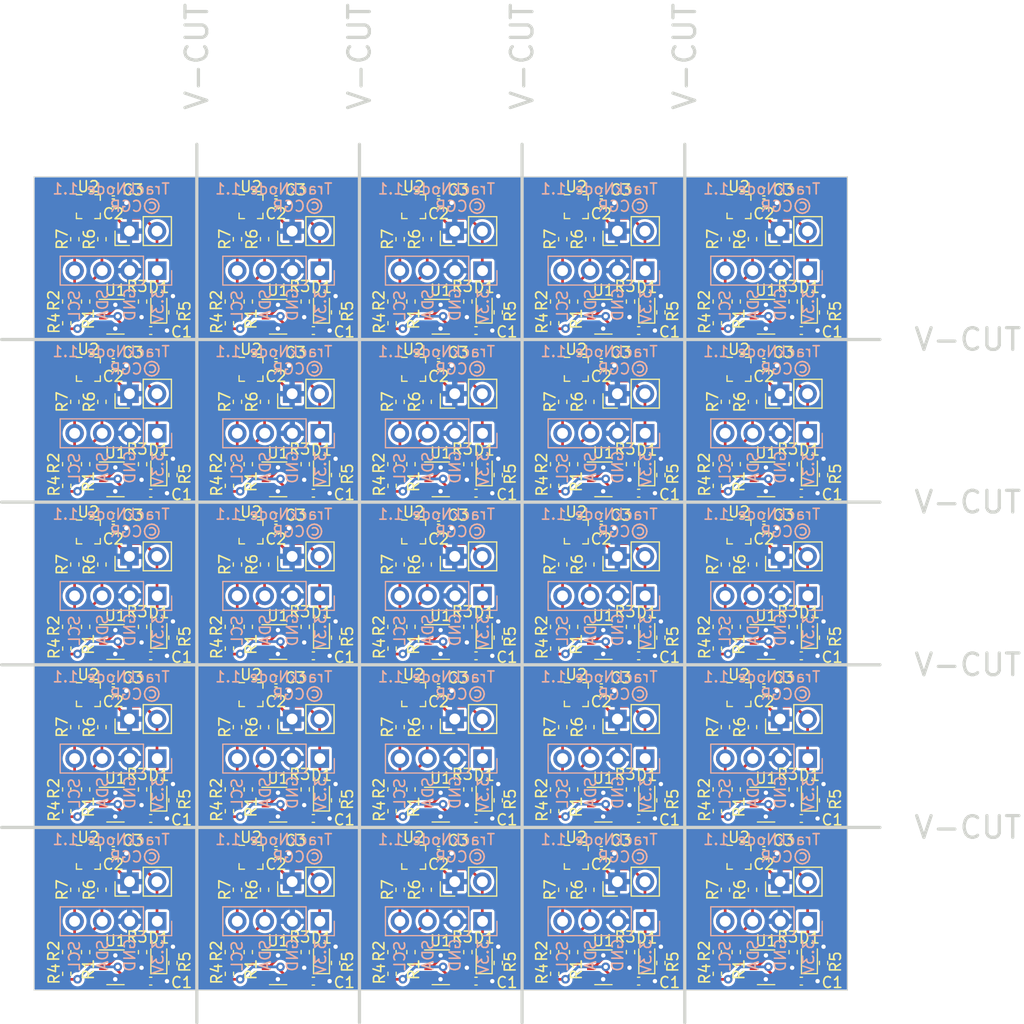
<source format=kicad_pcb>
(kicad_pcb (version 20221018) (generator pcbnew)
  (layers (0 "F.Cu" signal) (31 "B.Cu" signal) (34 "B.Paste" user) (35 "F.Paste" user) (36 "B.SilkS" user "B.Silkscreen") (37 "F.SilkS" user "F.Silkscreen") (38 "B.Mask" user) (39 "F.Mask" user) (44 "Edge.Cuts" user))
  (net 0 "")
  (net 1 "Board_0-/SCL")
  (net 2 "Board_0-/SDA")
  (net 3 "Board_0-/VCC")
  (net 4 "Board_0-GND")
  (net 5 "Board_0-Net-(D1-K)")
  (net 6 "Board_0-Net-(U1-SCL)")
  (net 7 "Board_0-Net-(U1-SDA)")
  (net 8 "Board_0-Net-(U2-SCL{slash}SPC)")
  (net 9 "Board_0-Net-(U2-SDA{slash}SDI{slash}SDO)")
  (net 10 "Board_0-unconnected-(U2-INT1-Pad12)")
  (net 11 "Board_0-unconnected-(U2-INT2-Pad11)")
  (net 12 "Board_1-/SCL")
  (net 13 "Board_1-/SDA")
  (net 14 "Board_1-/VCC")
  (net 15 "Board_1-GND")
  (net 16 "Board_1-Net-(D1-K)")
  (net 17 "Board_1-Net-(U1-SCL)")
  (net 18 "Board_1-Net-(U1-SDA)")
  (net 19 "Board_1-Net-(U2-SCL{slash}SPC)")
  (net 20 "Board_1-Net-(U2-SDA{slash}SDI{slash}SDO)")
  (net 21 "Board_1-unconnected-(U2-INT1-Pad12)")
  (net 22 "Board_1-unconnected-(U2-INT2-Pad11)")
  (net 23 "Board_2-/SCL")
  (net 24 "Board_2-/SDA")
  (net 25 "Board_2-/VCC")
  (net 26 "Board_2-GND")
  (net 27 "Board_2-Net-(D1-K)")
  (net 28 "Board_2-Net-(U1-SCL)")
  (net 29 "Board_2-Net-(U1-SDA)")
  (net 30 "Board_2-Net-(U2-SCL{slash}SPC)")
  (net 31 "Board_2-Net-(U2-SDA{slash}SDI{slash}SDO)")
  (net 32 "Board_2-unconnected-(U2-INT1-Pad12)")
  (net 33 "Board_2-unconnected-(U2-INT2-Pad11)")
  (net 34 "Board_3-/SCL")
  (net 35 "Board_3-/SDA")
  (net 36 "Board_3-/VCC")
  (net 37 "Board_3-GND")
  (net 38 "Board_3-Net-(D1-K)")
  (net 39 "Board_3-Net-(U1-SCL)")
  (net 40 "Board_3-Net-(U1-SDA)")
  (net 41 "Board_3-Net-(U2-SCL{slash}SPC)")
  (net 42 "Board_3-Net-(U2-SDA{slash}SDI{slash}SDO)")
  (net 43 "Board_3-unconnected-(U2-INT1-Pad12)")
  (net 44 "Board_3-unconnected-(U2-INT2-Pad11)")
  (net 45 "Board_4-/SCL")
  (net 46 "Board_4-/SDA")
  (net 47 "Board_4-/VCC")
  (net 48 "Board_4-GND")
  (net 49 "Board_4-Net-(D1-K)")
  (net 50 "Board_4-Net-(U1-SCL)")
  (net 51 "Board_4-Net-(U1-SDA)")
  (net 52 "Board_4-Net-(U2-SCL{slash}SPC)")
  (net 53 "Board_4-Net-(U2-SDA{slash}SDI{slash}SDO)")
  (net 54 "Board_4-unconnected-(U2-INT1-Pad12)")
  (net 55 "Board_4-unconnected-(U2-INT2-Pad11)")
  (net 56 "Board_5-/SCL")
  (net 57 "Board_5-/SDA")
  (net 58 "Board_5-/VCC")
  (net 59 "Board_5-GND")
  (net 60 "Board_5-Net-(D1-K)")
  (net 61 "Board_5-Net-(U1-SCL)")
  (net 62 "Board_5-Net-(U1-SDA)")
  (net 63 "Board_5-Net-(U2-SCL{slash}SPC)")
  (net 64 "Board_5-Net-(U2-SDA{slash}SDI{slash}SDO)")
  (net 65 "Board_5-unconnected-(U2-INT1-Pad12)")
  (net 66 "Board_5-unconnected-(U2-INT2-Pad11)")
  (net 67 "Board_6-/SCL")
  (net 68 "Board_6-/SDA")
  (net 69 "Board_6-/VCC")
  (net 70 "Board_6-GND")
  (net 71 "Board_6-Net-(D1-K)")
  (net 72 "Board_6-Net-(U1-SCL)")
  (net 73 "Board_6-Net-(U1-SDA)")
  (net 74 "Board_6-Net-(U2-SCL{slash}SPC)")
  (net 75 "Board_6-Net-(U2-SDA{slash}SDI{slash}SDO)")
  (net 76 "Board_6-unconnected-(U2-INT1-Pad12)")
  (net 77 "Board_6-unconnected-(U2-INT2-Pad11)")
  (net 78 "Board_7-/SCL")
  (net 79 "Board_7-/SDA")
  (net 80 "Board_7-/VCC")
  (net 81 "Board_7-GND")
  (net 82 "Board_7-Net-(D1-K)")
  (net 83 "Board_7-Net-(U1-SCL)")
  (net 84 "Board_7-Net-(U1-SDA)")
  (net 85 "Board_7-Net-(U2-SCL{slash}SPC)")
  (net 86 "Board_7-Net-(U2-SDA{slash}SDI{slash}SDO)")
  (net 87 "Board_7-unconnected-(U2-INT1-Pad12)")
  (net 88 "Board_7-unconnected-(U2-INT2-Pad11)")
  (net 89 "Board_8-/SCL")
  (net 90 "Board_8-/SDA")
  (net 91 "Board_8-/VCC")
  (net 92 "Board_8-GND")
  (net 93 "Board_8-Net-(D1-K)")
  (net 94 "Board_8-Net-(U1-SCL)")
  (net 95 "Board_8-Net-(U1-SDA)")
  (net 96 "Board_8-Net-(U2-SCL{slash}SPC)")
  (net 97 "Board_8-Net-(U2-SDA{slash}SDI{slash}SDO)")
  (net 98 "Board_8-unconnected-(U2-INT1-Pad12)")
  (net 99 "Board_8-unconnected-(U2-INT2-Pad11)")
  (net 100 "Board_9-/SCL")
  (net 101 "Board_9-/SDA")
  (net 102 "Board_9-/VCC")
  (net 103 "Board_9-GND")
  (net 104 "Board_9-Net-(D1-K)")
  (net 105 "Board_9-Net-(U1-SCL)")
  (net 106 "Board_9-Net-(U1-SDA)")
  (net 107 "Board_9-Net-(U2-SCL{slash}SPC)")
  (net 108 "Board_9-Net-(U2-SDA{slash}SDI{slash}SDO)")
  (net 109 "Board_9-unconnected-(U2-INT1-Pad12)")
  (net 110 "Board_9-unconnected-(U2-INT2-Pad11)")
  (net 111 "Board_10-/SCL")
  (net 112 "Board_10-/SDA")
  (net 113 "Board_10-/VCC")
  (net 114 "Board_10-GND")
  (net 115 "Board_10-Net-(D1-K)")
  (net 116 "Board_10-Net-(U1-SCL)")
  (net 117 "Board_10-Net-(U1-SDA)")
  (net 118 "Board_10-Net-(U2-SCL{slash}SPC)")
  (net 119 "Board_10-Net-(U2-SDA{slash}SDI{slash}SDO)")
  (net 120 "Board_10-unconnected-(U2-INT1-Pad12)")
  (net 121 "Board_10-unconnected-(U2-INT2-Pad11)")
  (net 122 "Board_11-/SCL")
  (net 123 "Board_11-/SDA")
  (net 124 "Board_11-/VCC")
  (net 125 "Board_11-GND")
  (net 126 "Board_11-Net-(D1-K)")
  (net 127 "Board_11-Net-(U1-SCL)")
  (net 128 "Board_11-Net-(U1-SDA)")
  (net 129 "Board_11-Net-(U2-SCL{slash}SPC)")
  (net 130 "Board_11-Net-(U2-SDA{slash}SDI{slash}SDO)")
  (net 131 "Board_11-unconnected-(U2-INT1-Pad12)")
  (net 132 "Board_11-unconnected-(U2-INT2-Pad11)")
  (net 133 "Board_12-/SCL")
  (net 134 "Board_12-/SDA")
  (net 135 "Board_12-/VCC")
  (net 136 "Board_12-GND")
  (net 137 "Board_12-Net-(D1-K)")
  (net 138 "Board_12-Net-(U1-SCL)")
  (net 139 "Board_12-Net-(U1-SDA)")
  (net 140 "Board_12-Net-(U2-SCL{slash}SPC)")
  (net 141 "Board_12-Net-(U2-SDA{slash}SDI{slash}SDO)")
  (net 142 "Board_12-unconnected-(U2-INT1-Pad12)")
  (net 143 "Board_12-unconnected-(U2-INT2-Pad11)")
  (net 144 "Board_13-/SCL")
  (net 145 "Board_13-/SDA")
  (net 146 "Board_13-/VCC")
  (net 147 "Board_13-GND")
  (net 148 "Board_13-Net-(D1-K)")
  (net 149 "Board_13-Net-(U1-SCL)")
  (net 150 "Board_13-Net-(U1-SDA)")
  (net 151 "Board_13-Net-(U2-SCL{slash}SPC)")
  (net 152 "Board_13-Net-(U2-SDA{slash}SDI{slash}SDO)")
  (net 153 "Board_13-unconnected-(U2-INT1-Pad12)")
  (net 154 "Board_13-unconnected-(U2-INT2-Pad11)")
  (net 155 "Board_14-/SCL")
  (net 156 "Board_14-/SDA")
  (net 157 "Board_14-/VCC")
  (net 158 "Board_14-GND")
  (net 159 "Board_14-Net-(D1-K)")
  (net 160 "Board_14-Net-(U1-SCL)")
  (net 161 "Board_14-Net-(U1-SDA)")
  (net 162 "Board_14-Net-(U2-SCL{slash}SPC)")
  (net 163 "Board_14-Net-(U2-SDA{slash}SDI{slash}SDO)")
  (net 164 "Board_14-unconnected-(U2-INT1-Pad12)")
  (net 165 "Board_14-unconnected-(U2-INT2-Pad11)")
  (net 166 "Board_15-/SCL")
  (net 167 "Board_15-/SDA")
  (net 168 "Board_15-/VCC")
  (net 169 "Board_15-GND")
  (net 170 "Board_15-Net-(D1-K)")
  (net 171 "Board_15-Net-(U1-SCL)")
  (net 172 "Board_15-Net-(U1-SDA)")
  (net 173 "Board_15-Net-(U2-SCL{slash}SPC)")
  (net 174 "Board_15-Net-(U2-SDA{slash}SDI{slash}SDO)")
  (net 175 "Board_15-unconnected-(U2-INT1-Pad12)")
  (net 176 "Board_15-unconnected-(U2-INT2-Pad11)")
  (net 177 "Board_16-/SCL")
  (net 178 "Board_16-/SDA")
  (net 179 "Board_16-/VCC")
  (net 180 "Board_16-GND")
  (net 181 "Board_16-Net-(D1-K)")
  (net 182 "Board_16-Net-(U1-SCL)")
  (net 183 "Board_16-Net-(U1-SDA)")
  (net 184 "Board_16-Net-(U2-SCL{slash}SPC)")
  (net 185 "Board_16-Net-(U2-SDA{slash}SDI{slash}SDO)")
  (net 186 "Board_16-unconnected-(U2-INT1-Pad12)")
  (net 187 "Board_16-unconnected-(U2-INT2-Pad11)")
  (net 188 "Board_17-/SCL")
  (net 189 "Board_17-/SDA")
  (net 190 "Board_17-/VCC")
  (net 191 "Board_17-GND")
  (net 192 "Board_17-Net-(D1-K)")
  (net 193 "Board_17-Net-(U1-SCL)")
  (net 194 "Board_17-Net-(U1-SDA)")
  (net 195 "Board_17-Net-(U2-SCL{slash}SPC)")
  (net 196 "Board_17-Net-(U2-SDA{slash}SDI{slash}SDO)")
  (net 197 "Board_17-unconnected-(U2-INT1-Pad12)")
  (net 198 "Board_17-unconnected-(U2-INT2-Pad11)")
  (net 199 "Board_18-/SCL")
  (net 200 "Board_18-/SDA")
  (net 201 "Board_18-/VCC")
  (net 202 "Board_18-GND")
  (net 203 "Board_18-Net-(D1-K)")
  (net 204 "Board_18-Net-(U1-SCL)")
  (net 205 "Board_18-Net-(U1-SDA)")
  (net 206 "Board_18-Net-(U2-SCL{slash}SPC)")
  (net 207 "Board_18-Net-(U2-SDA{slash}SDI{slash}SDO)")
  (net 208 "Board_18-unconnected-(U2-INT1-Pad12)")
  (net 209 "Board_18-unconnected-(U2-INT2-Pad11)")
  (net 210 "Board_19-/SCL")
  (net 211 "Board_19-/SDA")
  (net 212 "Board_19-/VCC")
  (net 213 "Board_19-GND")
  (net 214 "Board_19-Net-(D1-K)")
  (net 215 "Board_19-Net-(U1-SCL)")
  (net 216 "Board_19-Net-(U1-SDA)")
  (net 217 "Board_19-Net-(U2-SCL{slash}SPC)")
  (net 218 "Board_19-Net-(U2-SDA{slash}SDI{slash}SDO)")
  (net 219 "Board_19-unconnected-(U2-INT1-Pad12)")
  (net 220 "Board_19-unconnected-(U2-INT2-Pad11)")
  (net 221 "Board_20-/SCL")
  (net 222 "Board_20-/SDA")
  (net 223 "Board_20-/VCC")
  (net 224 "Board_20-GND")
  (net 225 "Board_20-Net-(D1-K)")
  (net 226 "Board_20-Net-(U1-SCL)")
  (net 227 "Board_20-Net-(U1-SDA)")
  (net 228 "Board_20-Net-(U2-SCL{slash}SPC)")
  (net 229 "Board_20-Net-(U2-SDA{slash}SDI{slash}SDO)")
  (net 230 "Board_20-unconnected-(U2-INT1-Pad12)")
  (net 231 "Board_20-unconnected-(U2-INT2-Pad11)")
  (net 232 "Board_21-/SCL")
  (net 233 "Board_21-/SDA")
  (net 234 "Board_21-/VCC")
  (net 235 "Board_21-GND")
  (net 236 "Board_21-Net-(D1-K)")
  (net 237 "Board_21-Net-(U1-SCL)")
  (net 238 "Board_21-Net-(U1-SDA)")
  (net 239 "Board_21-Net-(U2-SCL{slash}SPC)")
  (net 240 "Board_21-Net-(U2-SDA{slash}SDI{slash}SDO)")
  (net 241 "Board_21-unconnected-(U2-INT1-Pad12)")
  (net 242 "Board_21-unconnected-(U2-INT2-Pad11)")
  (net 243 "Board_22-/SCL")
  (net 244 "Board_22-/SDA")
  (net 245 "Board_22-/VCC")
  (net 246 "Board_22-GND")
  (net 247 "Board_22-Net-(D1-K)")
  (net 248 "Board_22-Net-(U1-SCL)")
  (net 249 "Board_22-Net-(U1-SDA)")
  (net 250 "Board_22-Net-(U2-SCL{slash}SPC)")
  (net 251 "Board_22-Net-(U2-SDA{slash}SDI{slash}SDO)")
  (net 252 "Board_22-unconnected-(U2-INT1-Pad12)")
  (net 253 "Board_22-unconnected-(U2-INT2-Pad11)")
  (net 254 "Board_23-/SCL")
  (net 255 "Board_23-/SDA")
  (net 256 "Board_23-/VCC")
  (net 257 "Board_23-GND")
  (net 258 "Board_23-Net-(D1-K)")
  (net 259 "Board_23-Net-(U1-SCL)")
  (net 260 "Board_23-Net-(U1-SDA)")
  (net 261 "Board_23-Net-(U2-SCL{slash}SPC)")
  (net 262 "Board_23-Net-(U2-SDA{slash}SDI{slash}SDO)")
  (net 263 "Board_23-unconnected-(U2-INT1-Pad12)")
  (net 264 "Board_23-unconnected-(U2-INT2-Pad11)")
  (net 265 "Board_24-/SCL")
  (net 266 "Board_24-/SDA")
  (net 267 "Board_24-/VCC")
  (net 268 "Board_24-GND")
  (net 269 "Board_24-Net-(D1-K)")
  (net 270 "Board_24-Net-(U1-SCL)")
  (net 271 "Board_24-Net-(U1-SDA)")
  (net 272 "Board_24-Net-(U2-SCL{slash}SPC)")
  (net 273 "Board_24-Net-(U2-SDA{slash}SDI{slash}SDO)")
  (net 274 "Board_24-unconnected-(U2-INT1-Pad12)")
  (net 275 "Board_24-unconnected-(U2-INT2-Pad11)")
  (footprint "Resistor_SMD:R_0402_1005Metric" (layer "F.Cu") (at 159 31.5 -90)
    (fp_text reference "R2")
    (fp_text value "100")
  )
  (footprint "Resistor_SMD:R_0402_1005Metric" (layer "F.Cu") (at 129.01 93.5 90)
    (fp_text reference "R4")
    (fp_text value "1.2K")
  )
  (footprint "Package_LGA:LGA-12_2x2mm_P0.5mm" (layer "F.Cu") (at 161 82.75)
    (fp_text reference "U2")
    (fp_text value "LIS2DTW12")
  )
  (footprint "Resistor_SMD:R_0402_1005Metric" (layer "F.Cu") (at 162.25 55.75 90)
    (fp_text reference "R6")
    (fp_text value "100")
  )
  (footprint "Capacitor_SMD:C_0402_1005Metric" (layer "F.Cu") (at 166.75 34.175 180)
    (fp_text reference "C1")
    (fp_text value "0.1uF")
  )
  (footprint "Capacitor_SMD:C_0402_1005Metric" (layer "F.Cu") (at 163.3 66.4 180)
    (fp_text reference "C3")
    (fp_text value "0.1uF")
  )
  (footprint "Resistor_SMD:R_0402_1005Metric" (layer "F.Cu") (at 183.8 77.5 90)
    (fp_text reference "R5")
    (fp_text value "500")
  )
  (footprint "Capacitor_SMD:C_0402_1005Metric" (layer "F.Cu") (at 118.3 67.4 180)
    (fp_text reference "C2")
    (fp_text value "0.1uF")
  )
  (footprint "LED_SMD:LED_0603_1608Metric" (layer "F.Cu") (at 122.5 77 90)
    (fp_text reference "D1")
    (fp_text value "LED")
  )
  (footprint "Resistor_SMD:R_0402_1005Metric" (layer "F.Cu") (at 132.25 85.75 90)
    (fp_text reference "R6")
    (fp_text value "100")
  )
  (footprint "Resistor_SMD:R_0402_1005Metric" (layer "F.Cu") (at 175.75 91.5 -90)
    (fp_text reference "R1")
    (fp_text value "100")
  )
  (footprint "Resistor_SMD:R_0402_1005Metric" (layer "F.Cu") (at 181 76.5 90)
    (fp_text reference "R3")
    (fp_text value "1.2K")
  )
  (footprint "Package_LGA:LGA-12_2x2mm_P0.5mm" (layer "F.Cu") (at 131 82.75)
    (fp_text reference "U2")
    (fp_text value "LIS2DTW12")
  )
  (footprint "Capacitor_SMD:C_0402_1005Metric" (layer "F.Cu") (at 163.3 22.4 180)
    (fp_text reference "C2")
    (fp_text value "0.1uF")
  )
  (footprint "LED_SMD:LED_0603_1608Metric" (layer "F.Cu") (at 122.5 47 90)
    (fp_text reference "D1")
    (fp_text value "LED")
  )
  (footprint "Connector_PinHeader_2.54mm:PinHeader_1x02_P2.54mm_Vertical" (layer "F.Cu") (at 164.79 40 90)
    (fp_text reference "J2" hide)
    (fp_text value "Conn_01x02")
  )
  (footprint "Resistor_SMD:R_0402_1005Metric" (layer "F.Cu") (at 117.25 70.75 90)
    (fp_text reference "R6")
    (fp_text value "100")
  )
  (footprint "Resistor_SMD:R_0402_1005Metric" (layer "F.Cu") (at 168.8 92.5 90)
    (fp_text reference "R5")
    (fp_text value "500")
  )
  (footprint "Package_SO:TSOP-6_1.65x3.05mm_P0.95mm" (layer "F.Cu") (at 133.5 92.9)
    (fp_text reference "U1")
    (fp_text value "TLV493D-A1B6")
  )
  (footprint "Resistor_SMD:R_0402_1005Metric" (layer "F.Cu") (at 153.8 62.5 90)
    (fp_text reference "R5")
    (fp_text value "500")
  )
  (footprint "Capacitor_SMD:C_0402_1005Metric" (layer "F.Cu") (at 133.3 67.4 180)
    (fp_text reference "C2")
    (fp_text value "0.1uF")
  )
  (footprint "Package_LGA:LGA-12_2x2mm_P0.5mm" (layer "F.Cu") (at 146 37.75)
    (fp_text reference "U2")
    (fp_text value "LIS2DTW12")
  )
  (footprint "Capacitor_SMD:C_0402_1005Metric" (layer "F.Cu") (at 136.75 34.175 180)
    (fp_text reference "C1")
    (fp_text value "0.1uF")
  )
  (footprint "Resistor_SMD:R_0402_1005Metric" (layer "F.Cu") (at 159 61.5 -90)
    (fp_text reference "R2")
    (fp_text value "100")
  )
  (footprint "Resistor_SMD:R_0402_1005Metric" (layer "F.Cu") (at 114 31.5 -90)
    (fp_text reference "R2")
    (fp_text value "100")
  )
  (footprint "Connector_PinHeader_2.54mm:PinHeader_1x02_P2.54mm_Vertical" (layer "F.Cu") (at 179.79 70 90)
    (fp_text reference "J2" hide)
    (fp_text value "Conn_01x02")
  )
  (footprint "Connector_PinHeader_2.54mm:PinHeader_1x02_P2.54mm_Vertical" (layer "F.Cu") (at 164.79 55 90)
    (fp_text reference "J2" hide)
    (fp_text value "Conn_01x02")
  )
  (footprint "Resistor_SMD:R_0402_1005Metric" (layer "F.Cu") (at 130.75 31.5 -90)
    (fp_text reference "R1")
    (fp_text value "100")
  )
  (footprint "Resistor_SMD:R_0402_1005Metric" (layer "F.Cu") (at 144 61.5 -90)
    (fp_text reference "R2")
    (fp_text value "100")
  )
  (footprint "Package_LGA:LGA-12_2x2mm_P0.5mm" (layer "F.Cu") (at 176 37.75)
    (fp_text reference "U2")
    (fp_text value "LIS2DTW12")
  )
  (footprint "Capacitor_SMD:C_0402_1005Metric" (layer "F.Cu") (at 133.3 81.4 180)
    (fp_text reference "C3")
    (fp_text value "0.1uF")
  )
  (footprint "Resistor_SMD:R_0402_1005Metric" (layer "F.Cu") (at 114 46.5 -90)
    (fp_text reference "R2")
    (fp_text value "100")
  )
  (footprint "LED_SMD:LED_0603_1608Metric" (layer "F.Cu") (at 182.5 77 90)
    (fp_text reference "D1")
    (fp_text value "LED")
  )
  (footprint "Capacitor_SMD:C_0402_1005Metric" (layer "F.Cu") (at 166.75 49.175 180)
    (fp_text reference "C1")
    (fp_text value "0.1uF")
  )
  (footprint "Capacitor_SMD:C_0402_1005Metric" (layer "F.Cu") (at 148.3 81.4 180)
    (fp_text reference "C3")
    (fp_text value "0.1uF")
  )
  (footprint "LED_SMD:LED_0603_1608Metric" (layer "F.Cu") (at 167.5 47 90)
    (fp_text reference "D1")
    (fp_text value "LED")
  )
  (footprint "Connector_PinHeader_2.54mm:PinHeader_1x02_P2.54mm_Vertical" (layer "F.Cu") (at 179.79 55 90)
    (fp_text reference "J2" hide)
    (fp_text value "Conn_01x02")
  )
  (footprint "Package_LGA:LGA-12_2x2mm_P0.5mm" (layer "F.Cu") (at 146 52.75)
    (fp_text reference "U2")
    (fp_text value "LIS2DTW12")
  )
  (footprint "Capacitor_SMD:C_0402_1005Metric" (layer "F.Cu") (at 133.3 66.4 180)
    (fp_text reference "C3")
    (fp_text value "0.1uF")
  )
  (footprint "Resistor_SMD:R_0402_1005Metric" (layer "F.Cu") (at 144.01 33.5 90)
    (fp_text reference "R4")
    (fp_text value "1.2K")
  )
  (footprint "Resistor_SMD:R_0402_1005Metric" (layer "F.Cu") (at 117.25 40.75 90)
    (fp_text reference "R6")
    (fp_text value "100")
  )
  (footprint "Capacitor_SMD:C_0402_1005Metric" (layer "F.Cu") (at 151.75 49.175 180)
    (fp_text reference "C1")
    (fp_text value "0.1uF")
  )
  (footprint "Capacitor_SMD:C_0402_1005Metric" (layer "F.Cu") (at 118.3 66.4 180)
    (fp_text reference "C3")
    (fp_text value "0.1uF")
  )
  (footprint "Capacitor_SMD:C_0402_1005Metric" (layer "F.Cu") (at 136.75 49.175 180)
    (fp_text reference "C1")
    (fp_text value "0.1uF")
  )
  (footprint "Capacitor_SMD:C_0402_1005Metric" (layer "F.Cu") (at 148.3 36.4 180)
    (fp_text reference "C3")
    (fp_text value "0.1uF")
  )
  (footprint "Capacitor_SMD:C_0402_1005Metric" (layer "F.Cu") (at 151.75 79.175 180)
    (fp_text reference "C1")
    (fp_text value "0.1uF")
  )
  (footprint "Resistor_SMD:R_0402_1005Metric" (layer "F.Cu") (at 175.75 31.5 -90)
    (fp_text reference "R1")
    (fp_text value "100")
  )
  (footprint "Resistor_SMD:R_0402_1005Metric" (layer "F.Cu") (at 147.25 55.75 90)
    (fp_text reference "R6")
    (fp_text value "100")
  )
  (footprint "Package_SO:TSOP-6_1.65x3.05mm_P0.95mm" (layer "F.Cu") (at 118.5 62.9)
    (fp_text reference "U1")
    (fp_text value "TLV493D-A1B6")
  )
  (footprint "Capacitor_SMD:C_0402_1005Metric" (layer "F.Cu") (at 166.75 94.175 180)
    (fp_text reference "C1")
    (fp_text value "0.1uF")
  )
  (footprint "Package_LGA:LGA-12_2x2mm_P0.5mm" (layer "F.Cu") (at 146 82.75)
    (fp_text reference "U2")
    (fp_text value "LIS2DTW12")
  )
  (footprint "Capacitor_SMD:C_0402_1005Metric" (layer "F.Cu") (at 181.75 94.175 180)
    (fp_text reference "C1")
    (fp_text value "0.1uF")
  )
  (footprint "Package_SO:TSOP-6_1.65x3.05mm_P0.95mm" (layer "F.Cu") (at 178.5 47.9)
    (fp_text reference "U1")
    (fp_text value "TLV493D-A1B6")
  )
  (footprint "Capacitor_SMD:C_0402_1005Metric" (layer "F.Cu") (at 133.3 21.4 180)
    (fp_text reference "C3")
    (fp_text value "0.1uF")
  )
  (footprint "Resistor_SMD:R_0402_1005Metric" (layer "F.Cu") (at 121 46.5 90)
    (fp_text reference "R3")
    (fp_text value "1.2K")
  )
  (footprint "Capacitor_SMD:C_0402_1005Metric" (layer "F.Cu") (at 133.3 52.4 180)
    (fp_text reference "C2")
    (fp_text value "0.1uF")
  )
  (footprint "Capacitor_SMD:C_0402_1005Metric" (layer "F.Cu") (at 148.3 51.4 180)
    (fp_text reference "C3")
    (fp_text value "0.1uF")
  )
  (footprint "Capacitor_SMD:C_0402_1005Metric" (layer "F.Cu") (at 151.75 34.175 180)
    (fp_text reference "C1")
    (fp_text value "0.1uF")
  )
  (footprint "Resistor_SMD:R_0402_1005Metric" (layer "F.Cu") (at 153.8 32.5 90)
    (fp_text reference "R5")
    (fp_text value "500")
  )
  (footprint "Capacitor_SMD:C_0402_1005Metric" (layer "F.Cu") (at 151.75 94.175 180)
    (fp_text reference "C1")
    (fp_text value "0.1uF")
  )
  (footprint "Resistor_SMD:R_0402_1005Metric" (layer "F.Cu") (at 175.75 76.5 -90)
    (fp_text reference "R1")
    (fp_text value "100")
  )
  (footprint "Package_LGA:LGA-12_2x2mm_P0.5mm" (layer "F.Cu") (at 161 67.75)
    (fp_text reference "U2")
    (fp_text value "LIS2DTW12")
  )
  (footprint "Resistor_SMD:R_0402_1005Metric" (layer "F.Cu") (at 144.01 93.5 90)
    (fp_text reference "R4")
    (fp_text value "1.2K")
  )
  (footprint "Package_LGA:LGA-12_2x2mm_P0.5mm" (layer "F.Cu") (at 131 52.75)
    (fp_text reference "U2")
    (fp_text value "LIS2DTW12")
  )
  (footprint "Resistor_SMD:R_0402_1005Metric" (layer "F.Cu") (at 151 46.5 90)
    (fp_text reference "R3")
    (fp_text value "1.2K")
  )
  (footprint "Connector_PinHeader_2.54mm:PinHeader_1x02_P2.54mm_Vertical" (layer "F.Cu") (at 134.79 55 90)
    (fp_text reference "J2" hide)
    (fp_text value "Conn_01x02")
  )
  (footprint "Resistor_SMD:R_0402_1005Metric" (layer "F.Cu") (at 129 61.5 -90)
    (fp_text reference "R2")
    (fp_text value "100")
  )
  (footprint "Resistor_SMD:R_0402_1005Metric" (layer "F.Cu") (at 129.75 70.75 90)
    (fp_text reference "R7")
    (fp_text value "100")
  )
  (footprint "Resistor_SMD:R_0402_1005Metric" (layer "F.Cu") (at 117.25 25.75 90)
    (fp_text reference "R6")
    (fp_text value "100")
  )
  (footprint "Resistor_SMD:R_0402_1005Metric" (layer "F.Cu") (at 136 46.5 90)
    (fp_text reference "R3")
    (fp_text value "1.2K")
  )
  (footprint "Capacitor_SMD:C_0402_1005Metric" (layer "F.Cu") (at 118.3 22.4 180)
    (fp_text reference "C2")
    (fp_text value "0.1uF")
  )
  (footprint "Resistor_SMD:R_0402_1005Metric" (layer "F.Cu") (at 138.8 77.5 90)
    (fp_text reference "R5")
    (fp_text value "500")
  )
  (footprint "Resistor_SMD:R_0402_1005Metric" (layer "F.Cu") (at 174 61.5 -90)
    (fp_text reference "R2")
    (fp_text value "100")
  )
  (footprint "Resistor_SMD:R_0402_1005Metric" (layer "F.Cu") (at 129.75 55.75 90)
    (fp_text reference "R7")
    (fp_text value "100")
  )
  (footprint "Resistor_SMD:R_0402_1005Metric" (layer "F.Cu") (at 160.75 76.5 -90)
    (fp_text reference "R1")
    (fp_text value "100")
  )
  (footprint "Package_SO:TSOP-6_1.65x3.05mm_P0.95mm" (layer "F.Cu") (at 133.5 77.9)
    (fp_text reference "U1")
    (fp_text value "TLV493D-A1B6")
  )
  (footprint "Package_SO:TSOP-6_1.65x3.05mm_P0.95mm" (layer "F.Cu") (at 118.5 32.9)
    (fp_text reference "U1")
    (fp_text value "TLV493D-A1B6")
  )
  (footprint "Resistor_SMD:R_0402_1005Metric" (layer "F.Cu") (at 145.75 31.5 -90)
    (fp_text reference "R1")
    (fp_text value "100")
  )
  (footprint "Resistor_SMD:R_0402_1005Metric" (layer "F.Cu") (at 121 91.5 90)
    (fp_text reference "R3")
    (fp_text value "1.2K")
  )
  (footprint "Resistor_SMD:R_0402_1005Metric" (layer "F.Cu") (at 129 31.5 -90)
    (fp_text reference "R2")
    (fp_text value "100")
  )
  (footprint "Resistor_SMD:R_0402_1005Metric" (layer "F.Cu") (at 144.75 70.75 90)
    (fp_text reference "R7")
    (fp_text value "100")
  )
  (footprint "Package_LGA:LGA-12_2x2mm_P0.5mm" (layer "F.Cu") (at 176 22.75)
    (fp_text reference "U2")
    (fp_text value "LIS2DTW12")
  )
  (footprint "Resistor_SMD:R_0402_1005Metric" (layer "F.Cu") (at 166 76.5 90)
    (fp_text reference "R3")
    (fp_text value "1.2K")
  )
  (footprint "Resistor_SMD:R_0402_1005Metric" (layer "F.Cu") (at 115.75 91.5 -90)
    (fp_text reference "R1")
    (fp_text value "100")
  )
  (footprint "Resistor_SMD:R_0402_1005Metric" (layer "F.Cu") (at 136 61.5 90)
    (fp_text reference "R3")
    (fp_text value "1.2K")
  )
  (footprint "Resistor_SMD:R_0402_1005Metric" (layer "F.Cu") (at 166 61.5 90)
    (fp_text reference "R3")
    (fp_text value "1.2K")
  )
  (footprint "Connector_PinHeader_2.54mm:PinHeader_1x02_P2.54mm_Vertical" (layer "F.Cu") (at 119.79 40 90)
    (fp_text reference "J2" hide)
    (fp_text value "Conn_01x02")
  )
  (footprint "Package_LGA:LGA-12_2x2mm_P0.5mm" (layer "F.Cu") (at 131 37.75)
    (fp_text reference "U2")
    (fp_text value "LIS2DTW12")
  )
  (footprint "Capacitor_SMD:C_0402_1005Metric" (layer "F.Cu") (at 118.3 37.4 180)
    (fp_text reference "C2")
    (fp_text value "0.1uF")
  )
  (footprint "Package_SO:TSOP-6_1.65x3.05mm_P0.95mm" (layer "F.Cu") (at 163.5 92.9)
    (fp_text reference "U1")
    (fp_text value "TLV493D-A1B6")
  )
  (footprint "Capacitor_SMD:C_0402_1005Metric" (layer "F.Cu") (at 148.3 52.4 180)
    (fp_text reference "C2")
    (fp_text value "0.1uF")
  )
  (footprint "Resistor_SMD:R_0402_1005Metric" (layer "F.Cu") (at 114 61.5 -90)
    (fp_text reference "R2")
    (fp_text value "100")
  )
  (footprint "Capacitor_SMD:C_0402_1005Metric" (layer "F.Cu") (at 148.3 22.4 180)
    (fp_text reference "C2")
    (fp_text value "0.1uF")
  )
  (footprint "Resistor_SMD:R_0402_1005Metric" (layer "F.Cu") (at 138.8 92.5 90)
    (fp_text reference "R5")
    (fp_text value "500")
  )
  (footprint "Connector_PinHeader_2.54mm:PinHeader_1x02_P2.54mm_Vertical" (layer "F.Cu") (at 149.79 55 90)
    (fp_text reference "J2" hide)
    (fp_text value "Conn_01x02")
  )
  (footprint "Resistor_SMD:R_0402_1005Metric" (layer "F.Cu") (at 147.25 85.75 90)
    (fp_text reference "R6")
    (fp_text value "100")
  )
  (footprint "Resistor_SMD:R_0402_1005Metric" (layer "F.Cu") (at 168.8 77.5 90)
    (fp_text reference "R5")
    (fp_text value "500")
  )
  (footprint "Resistor_SMD:R_0402_1005Metric" (layer "F.Cu") (at 159.75 40.75 90)
    (fp_text reference "R7")
    (fp_text value "100")
  )
  (footprint "Resistor_SMD:R_0402_1005Metric" (layer "F.Cu") (at 132.25 70.75 90)
    (fp_text reference "R6")
    (fp_text value "100")
  )
  (footprint "Resistor_SMD:R_0402_1005Metric" (layer "F.Cu") (at 174.75 85.75 90)
    (fp_text reference "R7")
    (fp_text value "100")
  )
  (footprint "LED_SMD:LED_0603_1608Metric" (layer "F.Cu") (at 137.5 77 90)
    (fp_text reference "D1")
    (fp_text value "LED")
  )
  (footprint "Capacitor_SMD:C_0402_1005Metric" (layer "F.Cu") (at 163.3 81.4 180)
    (fp_text reference "C3")
    (fp_text value "0.1uF")
  )
  (footprint "Package_LGA:LGA-12_2x2mm_P0.5mm" (layer "F.Cu") (at 131 22.75)
    (fp_text reference "U2")
    (fp_text value "LIS2DTW12")
  )
  (footprint "LED_SMD:LED_0603_1608Metric" (layer "F.Cu") (at 167.5 62 90)
    (fp_text reference "D1")
    (fp_text value "LED")
  )
  (footprint "Connector_PinHeader_2.54mm:PinHeader_1x02_P2.54mm_Vertical" (layer "F.Cu") (at 164.79 70 90)
    (fp_text reference "J2" hide)
    (fp_text value "Conn_01x02")
  )
  (footprint "LED_SMD:LED_0603_1608Metric" (layer "F.Cu") (at 152.5 77 90)
    (fp_text reference "D1")
    (fp_text value "LED")
  )
  (footprint "Resistor_SMD:R_0402_1005Metric" (layer "F.Cu") (at 114.75 85.75 90)
    (fp_text reference "R7")
    (fp_text value "100")
  )
  (footprint "Resistor_SMD:R_0402_1005Metric" (layer "F.Cu") (at 132.25 55.75 90)
    (fp_text reference "R6")
    (fp_text value "100")
  )
  (footprint "Package_SO:TSOP-6_1.65x3.05mm_P0.95mm" (layer "F.Cu") (at 163.5 77.9)
    (fp_text reference "U1")
    (fp_text value "TLV493D-A1B6")
  )
  (footprint "LED_SMD:LED_0603_1608Metric" (layer "F.Cu") (at 182.5 92 90)
    (fp_text reference "D1")
    (fp_text value "LED")
  )
  (footprint "Resistor_SMD:R_0402_1005Metric" (layer "F.Cu") (at 138.8 47.5 90)
    (fp_text reference "R5")
    (fp_text value "500")
  )
  (footprint "Package_SO:TSOP-6_1.65x3.05mm_P0.95mm" (layer "F.Cu") (at 148.5 77.9)
    (fp_text reference "U1")
    (fp_text value "TLV493D-A1B6")
  )
  (footprint "Resistor_SMD:R_0402_1005Metric" (layer "F.Cu") (at 130.75 76.5 -90)
    (fp_text reference "R1")
    (fp_text value "100")
  )
  (footprint "Resistor_SMD:R_0402_1005Metric" (layer "F.Cu") (at 130.75 91.5 -90)
    (fp_text reference "R1")
    (fp_text value "100")
  )
  (footprint "Resistor_SMD:R_0402_1005Metric" (layer "F.Cu") (at 123.8 47.5 90)
    (fp_text reference "R5")
    (fp_text value "500")
  )
  (footprint "Resistor_SMD:R_0402_1005Metric" (layer "F.Cu") (at 183.8 47.5 90)
    (fp_text reference "R5")
    (fp_text value "500")
  )
  (footprint "LED_SMD:LED_0603_1608Metric" (layer "F.Cu") (at 122.5 32 90)
    (fp_text reference "D1")
    (fp_text value "LED")
  )
  (footprint "Package_SO:TSOP-6_1.65x3.05mm_P0.95mm" (layer "F.Cu") (at 163.5 32.9)
    (fp_text reference "U1")
    (fp_text value "TLV493D-A1B6")
  )
  (footprint "Capacitor_SMD:C_0402_1005Metric" (layer "F.Cu") (at 118.3 82.4 180)
    (fp_text reference "C2")
    (fp_text value "0.1uF")
  )
  (footprint "Package_LGA:LGA-12_2x2mm_P0.5mm" (layer "F.Cu") (at 146 22.75)
    (fp_text reference "U2")
    (fp_text value "LIS2DTW12")
  )
  (footprint "Resistor_SMD:R_0402_1005Metric" (layer "F.Cu") (at 114 76.5 -90)
    (fp_text reference "R2")
    (fp_text value "100")
  )
  (footprint "Package_SO:TSOP-6_1.65x3.05mm_P0.95mm" (layer "F.Cu") (at 148.5 62.9)
    (fp_text reference "U1")
    (fp_text value "TLV493D-A1B6")
  )
  (footprint "Resistor_SMD:R_0402_1005Metric" (layer "F.Cu") (at 151 91.5 90)
    (fp_text reference "R3")
    (fp_text value "1.2K")
  )
  (footprint "Resistor_SMD:R_0402_1005Metric" (layer "F.Cu") (at 174.01 33.5 90)
    (fp_text reference "R4")
    (fp_text value "1.2K")
  )
  (footprint "Capacitor_SMD:C_0402_1005Metric" (layer "F.Cu") (at 148.3 37.4 180)
    (fp_text reference "C2")
    (fp_text value "0.1uF")
  )
  (footprint "Resistor_SMD:R_0402_1005Metric" (layer "F.Cu") (at 144.75 85.75 90)
    (fp_text reference "R7")
    (fp_text value "100")
  )
  (footprint "Capacitor_SMD:C_0402_1005Metric" (layer "F.Cu") (at 163.3 82.4 180)
    (fp_text reference "C2")
    (fp_text value "0.1uF")
  )
  (footprint "LED_SMD:LED_0603_1608Metric" (layer "F.Cu") (at 167.5 32 90)
    (fp_text reference "D1")
    (fp_text value "LED")
  )
  (footprint "Resistor_SMD:R_0402_1005Metric" (layer "F.Cu") (at 123.8 32.5 90)
    (fp_text reference "R5")
    (fp_text value "500")
  )
  (footprint "Capacitor_SMD:C_0402_1005Metric" (layer "F.Cu") (at 181.75 49.175 180)
    (fp_text reference "C1")
    (fp_text value "0.1uF")
  )
  (footprint "Resistor_SMD:R_0402_1005Metric" (layer "F.Cu") (at 159.01 78.5 90)
    (fp_text reference "R4")
    (fp_text value "1.2K")
  )
  (footprint "Resistor_SMD:R_0402_1005Metric" (layer "F.Cu") (at 174.75 55.75 90)
    (fp_text reference "R7")
    (fp_text value "100")
  )
  (footprint "LED_SMD:LED_0603_1608Metric" (layer "F.Cu") (at 167.5 77 90)
    (fp_text reference "D1")
    (fp_text value "LED")
  )
  (footprint "Capacitor_SMD:C_0402_1005Metric" (layer "F.Cu") (at 118.3 36.4 180)
    (fp_text reference "C3")
    (fp_text value "0.1uF")
  )
  (footprint "Package_SO:TSOP-6_1.65x3.05mm_P0.95mm" (layer "F.Cu") (at 148.5 32.9)
    (fp_text reference "U1")
    (fp_text value "TLV493D-A1B6")
  )
  (footprint "Resistor_SMD:R_0402_1005Metric" (layer "F.Cu") (at 174.01 63.5 90)
    (fp_text reference "R4")
    (fp_text value "1.2K")
  )
  (footprint "Connector_PinHeader_2.54mm:PinHeader_1x02_P2.54mm_Vertical" (layer "F.Cu") (at 119.79 85 90)
    (fp_text reference "J2" hide)
    (fp_text value "Conn_01x02")
  )
  (footprint "Resistor_SMD:R_0402_1005Metric" (layer "F.Cu") (at 115.75 76.5 -90)
    (fp_text reference "R1")
    (fp_text value "100")
  )
  (footprint "Resistor_SMD:R_0402_1005Metric" (layer "F.Cu") (at 115.75 46.5 -90)
    (fp_text reference "R1")
    (fp_text value "100")
  )
  (footprint "Capacitor_SMD:C_0402_1005Metric" (layer "F.Cu") (at 136.75 64.175 180)
    (fp_text reference "C1")
    (fp_text value "0.1uF")
  )
  (footprint "Resistor_SMD:R_0402_1005Metric" (layer "F.Cu") (at 115.75 61.5 -90)
    (fp_text reference "R1")
    (fp_text value "100")
  )
  (footprint "Resistor_SMD:R_0402_1005Metric" (layer "F.Cu") (at 174.01 48.5 90)
    (fp_text reference "R4")
    (fp_text value "1.2K")
  )
  (footprint "Capacitor_SMD:C_0402_1005Metric" (layer "F.Cu") (at 133.3 37.4 180)
    (fp_text reference "C2")
    (fp_text value "0.1uF")
  )
  (footprint "Connector_PinHeader_2.54mm:PinHeader_1x02_P2.54mm_Vertical" (layer "F.Cu") (at 134.79 85 90)
    (fp_text reference "J2" hide)
    (fp_text value "Conn_01x02")
  )
  (footprint "Capacitor_SMD:C_0402_1005Metric" (layer "F.Cu") (at 151.75 64.175 180)
    (fp_text reference "C1")
    (fp_text value "0.1uF")
  )
  (footprint "LED_SMD:LED_0603_1608Metric" (layer "F.Cu") (at 122.5 92 90)
    (fp_text reference "D1")
    (fp_text value "LED")
  )
  (footprint "Resistor_SMD:R_0402_1005Metric" (layer "F.Cu") (at 183.8 92.5 90)
    (fp_text reference "R5")
    (fp_text value "500")
  )
  (footprint "Resistor_SMD:R_0402_1005Metric" (layer "F.Cu") (at 114.75 25.75 90)
    (fp_text reference "R7")
    (fp_text value "100")
  )
  (footprint "Resistor_SMD:R_0402_1005Metric" (layer "F.Cu") (at 145.75 76.5 -90)
    (fp_text reference "R1")
    (fp_text value "100")
  )
  (footprint "Resistor_SMD:R_0402_1005Metric" (layer "F.Cu") (at 129.75 25.75 90)
    (fp_text reference "R7")
    (fp_text value "100")
  )
  (footprint "Resistor_SMD:R_0402_1005Metric" (layer "F.Cu") (at 177.25 40.75 90)
    (fp_text reference "R6")
    (fp_text value "100")
  )
  (footprint "Resistor_SMD:R_0402_1005Metric" (layer "F.Cu") (at 166 31.5 90)
    (fp_text reference "R3")
    (fp_text value "1.2K")
  )
  (footprint "LED_SMD:LED_0603_1608Metric" (layer "F.Cu") (at 137.5 32 90)
    (fp_text reference "D1")
    (fp_text value "LED")
  )
  (footprint "Resistor_SMD:R_0402_1005Metric" (layer "F.Cu") (at 121 31.5 90)
    (fp_text reference "R3")
    (fp_text value "1.2K")
  )
  (footprint "Resistor_SMD:R_0402_1005Metric" (layer "F.Cu") (at 159.01 48.5 90)
    (fp_text reference "R4")
    (fp_text value "1.2K")
  )
  (footprint "LED_SMD:LED_0603_1608Metric" (layer "F.Cu") (at 152.5 47 90)
    (fp_text reference "D1")
    (fp_text value "LED")
  )
  (footprint "Resistor_SMD:R_0402_1005Metric" (layer "F.Cu") (at 136 76.5 90)
    (fp_text reference "R3")
    (fp_text value "1.2K")
  )
  (footprint "LED_SMD:LED_0603_1608Metric" (layer "F.Cu") (at 137.5 62 90)
    (fp_text reference "D1")
    (fp_text value "LED")
  )
  (footprint "Resistor_SMD:R_0402_1005Metric" (layer "F.Cu") (at 168.8 62.5 90)
    (fp_text reference "R5")
    (fp_text value "500")
  )
  (footprint "Resistor_SMD:R_0402_1005Metric" (layer "F.Cu") (at 175.75 46.5 -90)
    (fp_text reference "R1")
    (fp_text value "100")
  )
  (footprint "Resistor_SMD:R_0402_1005Metric" (layer "F.Cu") (at 159 76.5 -90)
    (fp_text reference "R2")
    (fp_text value "100")
  )
  (footprint "Package_LGA:LGA-12_2x2mm_P0.5mm" (layer "F.Cu") (at 161 22.75)
    (fp_text reference "U2")
    (fp_text value "LIS2DTW12")
  )
  (footprint "Capacitor_SMD:C_0402_1005Metric" (layer "F.Cu") (at 178.3 36.4 180)
    (fp_text reference "C3")
    (fp_text value "0.1uF")
  )
  (footprint "Resistor_SMD:R_0402_1005Metric" (layer "F.Cu") (at 130.75 61.5 -90)
    (fp_text reference "R1")
    (fp_text value "100")
  )
  (footprint "Resistor_SMD:R_0402_1005Metric" (layer "F.Cu") (at 144.75 25.75 90)
    (fp_text reference "R7")
    (fp_text value "100")
  )
  (footprint "Resistor_SMD:R_0402_1005Metric" (layer "F.Cu") (at 123.8 77.5 90)
    (fp_text reference "R5")
    (fp_text value "500")
  )
  (footprint "Connector_PinHeader_2.54mm:PinHeader_1x02_P2.54mm_Vertical" (layer "F.Cu") (at 119.79 55 90)
    (fp_text reference "J2" hide)
    (fp_text value "Conn_01x02")
  )
  (footprint "Package_LGA:LGA-12_2x2mm_P0.5mm" (layer "F.Cu") (at 116 82.75)
    (fp_text reference "U2")
    (fp_text value "LIS2DTW12")
  )
  (footprint "Resistor_SMD:R_0402_1005Metric" (layer "F.Cu") (at 129.75 40.75 90)
    (fp_text reference "R7")
    (fp_text value "100")
  )
  (footprint "Resistor_SMD:R_0402_1005Metric" (layer "F.Cu") (at 129 91.5 -90)
    (fp_text reference "R2")
    (fp_text value "100")
  )
  (footprint "Resistor_SMD:R_0402_1005Metric" (layer "F.Cu") (at 174.75 70.75 90)
    (fp_text reference "R7")
    (fp_text value "100")
  )
  (footprint "Resistor_SMD:R_0402_1005Metric" (layer "F.Cu") (at 159.75 70.75 90)
    (fp_text reference "R7")
    (fp_text value "100")
  )
  (footprint "Capacitor_SMD:C_0402_1005Metric" (layer "F.Cu") (at 133.3 36.4 180)
    (fp_text reference "C3")
    (fp_text value "0.1uF")
  )
  (footprint "Resistor_SMD:R_0402_1005Metric" (layer "F.Cu") (at 177.25 55.75 90)
    (fp_text reference "R6")
    (fp_text value "100")
  )
  (footprint "LED_SMD:LED_0603_1608Metric" (layer "F.Cu") (at 122.5 62 90)
    (fp_text reference "D1")
    (fp_text value "LED")
  )
  (footprint "Package_SO:TSOP-6_1.65x3.05mm_P0.95mm" (layer "F.Cu") (at 133.5 47.9)
    (fp_text reference "U1")
    (fp_text value "TLV493D-A1B6")
  )
  (footprint "LED_SMD:LED_0603_1608Metric" (layer "F.Cu") (at 152.5 32 90)
    (fp_text reference "D1")
    (fp_text value "LED")
  )
  (footprint "Package_LGA:LGA-12_2x2mm_P0.5mm" (layer "F.Cu") (at 146 67.75)
    (fp_text reference "U2")
    (fp_text value "LIS2DTW12")
  )
  (footprint "Capacitor_SMD:C_0402_1005Metric" (layer "F.Cu") (at 121.75 64.175 180)
    (fp_text reference "C1")
    (fp_text value "0.1uF")
  )
  (footprint "Resistor_SMD:R_0402_1005Metric" (layer "F.Cu") (at 174.01 93.5 90)
    (fp_text reference "R4")
    (fp_text value "1.2K")
  )
  (footprint "Capacitor_SMD:C_0402_1005Metric" (layer "F.Cu") (at 163.3 67.4 180)
    (fp_text reference "C2")
    (fp_text value "0.1uF")
  )
  (footprint "Resistor_SMD:R_0402_1005Metric" (layer "F.Cu") (at 144.01 48.5 90)
    (fp_text reference "R4")
    (fp_text value "1.2K")
  )
  (footprint "Resistor_SMD:R_0402_1005Metric" (layer "F.Cu") (at 114 91.5 -90)
    (fp_text reference "R2")
    (fp_text value "100")
  )
  (footprint "Resistor_SMD:R_0402_1005Metric" (layer "F.Cu") (at 144.75 55.75 90)
    (fp_text reference "R7")
    (fp_text value "100")
  )
  (footprint "Package_SO:TSOP-6_1.65x3.05mm_P0.95mm" (layer "F.Cu") (at 178.5 77.9)
    (fp_text reference "U1")
    (fp_text value "TLV493D-A1B6")
  )
  (footprint "Resistor_SMD:R_0402_1005Metric" (layer "F.Cu") (at 160.75 61.5 -90)
    (fp_text reference "R1")
    (fp_text value "100")
  )
  (footprint "Connector_PinHeader_2.54mm:PinHeader_1x02_P2.54mm_Vertical" (layer "F.Cu") (at 149.79 85 90)
    (fp_text reference "J2" hide)
    (fp_text value "Conn_01x02")
  )
  (footprint "Connector_PinHeader_2.54mm:PinHeader_1x02_P2.54mm_Vertical" (layer "F.Cu") (at 179.79 85 90)
    (fp_text reference "J2" hide)
    (fp_text value "Conn_01x02")
  )
  (footprint "Resistor_SMD:R_0402_1005Metric" (layer "F.Cu") (at 114.75 70.75 90)
    (fp_text reference "R7")
    (fp_text value "100")
  )
  (footprint "Resistor_SMD:R_0402_1005Metric" (layer "F.Cu") (at 144.75 40.75 90)
    (fp_text reference "R7")
    (fp_text value "100")
  )
  (footprint "Capacitor_SMD:C_0402_1005Metric" (layer "F.Cu") (at 181.75 34.175 180)
    (fp_text reference "C1")
    (fp_text value "0.1uF")
  )
  (footprint "Capacitor_SMD:C_0402_1005Metric" (layer "F.Cu") (at 181.75 64.175 180)
    (fp_text reference "C1")
    (fp_text value "0.1uF")
  )
  (footprint "Capacitor_SMD:C_0402_1005Metric" (layer "F.Cu") (at 166.75 64.175 180)
    (fp_text reference "C1")
    (fp_text value "0.1uF")
  )
  (footprint "Package_LGA:LGA-12_2x2mm_P0.5mm" (layer "F.Cu") (at 161 52.75)
    (fp_text reference "U2")
    (fp_text value "LIS2DTW12")
  )
  (footprint "Resistor_SMD:R_0402_1005Metric" (layer "F.Cu") (at 151 61.5 90)
    (fp_text reference "R3")
    (fp_text value "1.2K")
  )
  (footprint "Connector_PinHeader_2.54mm:PinHeader_1x02_P2.54mm_Vertical" (layer "F.Cu") (at 149.79 25 90)
    (fp_text reference "J2" hide)
    (fp_text value "Conn_01x02")
  )
  (footprint "Resistor_SMD:R_0402_1005Metric" (layer "F.Cu") (at 114.01 93.5 90)
    (fp_text reference "R4")
    (fp_text value "1.2K")
  )
  (footprint "Capacitor_SMD:C_0402_1005Metric" (layer "F.Cu") (at 148.3 67.4 180)
    (fp_text reference "C2")
    (fp_text value "0.1uF")
  )
  (footprint "Resistor_SMD:R_0402_1005Metric" (layer "F.Cu") (at 123.8 92.5 90)
    (fp_text reference "R5")
    (fp_text value "500")
  )
  (footprint "Resistor_SMD:R_0402_1005Metric" (layer "F.Cu") (at 162.25 25.75 90)
    (fp_text reference "R6")
    (fp_text value "100")
  )
  (footprint "Capacitor_SMD:C_0402_1005Metric" (layer "F.Cu") (at 178.3 67.4 180)
    (fp_text reference "C2")
    (fp_text value "0.1uF")
  )
  (footprint "Resistor_SMD:R_0402_1005Metric" (layer "F.Cu") (at 138.8 62.5 90)
    (fp_text reference "R5")
    (fp_text value "500")
  )
  (footprint "Resistor_SMD:R_0402_1005Metric" (layer "F.Cu") (at 121 61.5 90)
    (fp_text reference "R3")
    (fp_text value "1.2K")
  )
  (footprint "Resistor_SMD:R_0402_1005Metric" (layer "F.Cu") (at 129.75 85.75 90)
    (fp_text reference "R7")
    (fp_text value "100")
  )
  (footprint "Capacitor_SMD:C_0402_1005Metric" (layer "F.Cu") (at 133.3 51.4 180)
    (fp_text reference "C3")
    (fp_text value "0.1uF")
  )
  (footprint "LED_SMD:LED_0603_1608Metric" (layer "F.Cu") (at 182.5 47 90)
    (fp_text reference "D1")
    (fp_text value "LED")
  )
  (footprint "Connector_PinHeader_2.54mm:PinHeader_1x02_P2.54mm_Vertical" (layer "F.Cu") (at 134.79 40 90)
    (fp_text reference "J2" hide)
    (fp_text value "Conn_01x02")
  )
  (footprint "Capacitor_SMD:C_0402_1005Metric" (layer "F.Cu") (at 118.3 21.4 180)
    (fp_text reference "C3")
    (fp_text value "0.1uF")
  )
  (footprint "Resistor_SMD:R_0402_1005Metric" (layer "F.Cu") (at 160.75 91.5 -90)
    (fp_text reference "R1")
    (fp_text value "100")
  )
  (footprint "Capacitor_SMD:C_0402_1005Metric" (layer "F.Cu") (at 163.3 51.4 180)
    (fp_text reference "C3")
    (fp_text value "0.1uF")
  )
  (footprint "Resistor_SMD:R_0402_1005Metric" (layer "F.Cu") (at 159.01 33.5 90)
    (fp_text reference "R4")
    (fp_text value "1.2K")
  )
  (footprint "Resistor_SMD:R_0402_1005Metric" (layer "F.Cu") (at 153.8 77.5 90)
    (fp_text reference "R5")
    (fp_text value "500")
  )
  (footprint "Resistor_SMD:R_0402_1005Metric" (layer "F.Cu") (at 159.75 55.75 90)
    (fp_text reference "R7")
    (fp_text value "100")
  )
  (footprint "Resistor_SMD:R_0402_1005Metric" (layer "F.Cu") (at 177.25 85.75 90)
    (fp_text reference "R6")
    (fp_text value "100")
  )
  (footprint "LED_SMD:LED_0603_1608Metric" (layer "F.Cu") (at 182.5 32 90)
    (fp_text reference "D1")
    (fp_text value "LED")
  )
  (footprint "Resistor_SMD:R_0402_1005Metric" (layer "F.Cu") (at 121 76.5 90)
    (fp_text reference "R3")
    (fp_text value "1.2K")
  )
  (footprint "Resistor_SMD:R_0402_1005Metric" (layer "F.Cu") (at 147.25 25.75 90)
    (fp_text reference "R6")
    (fp_text value "100")
  )
  (footprint "Resistor_SMD:R_0402_1005Metric" (layer "F.Cu") (at 130.75 46.5 -90)
    (fp_text reference "R1")
    (fp_text value "100")
  )
  (footprint "Resistor_SMD:R_0402_1005Metric" (layer "F.Cu") (at 174 31.5 -90)
    (fp_text reference "R2")
    (fp_text value "100")
  )
  (footprint "Resistor_SMD:R_0402_1005Metric" (layer "F.Cu") (at 159.01 63.5 90)
    (fp_text reference "R4")
    (fp_text value "1.2K")
  )
  (footprint "Package_SO:TSOP-6_1.65x3.05mm_P0.95mm" (layer "F.Cu") (at 178.5 92.9)
    (fp_text reference "U1")
    (fp_text value "TLV493D-A1B6")
  )
  (footprint "Resistor_SMD:R_0402_1005Metric" (layer "F.Cu") (at 181 61.5 90)
    (fp_text reference "R3")
    (fp_text value "1.2K")
  )
  (footprint "LED_SMD:LED_0603_1608Metric" (layer "F.Cu") (at 167.5 92 90)
    (fp_text reference "D1")
    (fp_text value "LED")
  )
  (footprint "Resistor_SMD:R_0402_1005Metric" (layer "F.Cu") (at 144 91.5 -90)
    (fp_text reference "R2")
    (fp_text value "100")
  )
  (footprint "Resistor_SMD:R_0402_1005Metric" (layer "F.Cu") (at 153.8 92.5 90)
    (fp_text reference "R5")
    (fp_text value "500")
  )
  (footprint "Package_SO:TSOP-6_1.65x3.05mm_P0.95mm" (layer "F.Cu") (at 178.5 32.9)
    (fp_text reference "U1")
    (fp_text value "TLV493D-A1B6")
  )
  (footprint "Resistor_SMD:R_0402_1005Metric" (layer "F.Cu") (at 183.8 32.5 90)
    (fp_text reference "R5")
    (fp_text value "500")
  )
  (footprint "Resistor_SMD:R_0402_1005Metric" (layer "F.Cu") (at 174.75 40.75 90)
    (fp_text reference "R7")
    (fp_text value "100")
  )
  (footprint "Package_SO:TSOP-6_1.65x3.05mm_P0.95mm" (layer "F.Cu") (at 133.5 62.9)
    (fp_text reference "U1")
    (fp_text value "TLV493D-A1B6")
  )
  (footprint "Capacitor_SMD:C_0402_1005Metric" (layer "F.Cu") (at 121.75 49.175 180)
    (fp_text reference "C1")
    (fp_text value "0.1uF")
  )
  (footprint "Connector_PinHeader_2.54mm:PinHeader_1x02_P2.54mm_Vertical" (layer "F.Cu") (at 164.79 25 90)
    (fp_text reference "J2" hide)
    (fp_text value "Conn_01x02")
  )
  (footprint "Resistor_SMD:R_0402_1005Metric" (layer "F.Cu") (at 114.75 40.75 90)
    (fp_text reference "R7")
    (fp_text value "100")
  )
  (footprint "Package_LGA:LGA-12_2x2mm_P0.5mm" (layer "F.Cu") (at 176 52.75)
    (fp_text reference "U2")
    (fp_text value "LIS2DTW12")
  )
  (footprint "Package_SO:TSOP-6_1.65x3.05mm_P0.95mm" (layer "F.Cu") (at 118.5 92.9)
    (fp_text reference "U1")
    (fp_text value "TLV493D-A1B6")
  )
  (footprint "Package_SO:TSOP-6_1.65x3.05mm_P0.95mm" (layer "F.Cu") (at 148.5 92.9)
    (fp_text reference "U1")
    (fp_text value "TLV493D-A1B6")
  )
  (footprint "Capacitor_SMD:C_0402_1005Metric" (layer "F.Cu") (at 178.3 37.4 180)
    (fp_text reference "C2")
    (fp_text value "0.1uF")
  )
  (footprint "Capacitor_SMD:C_0402_1005Metric" (layer "F.Cu") (at 178.3 22.4 180)
    (fp_text reference "C2")
    (fp_text value "0.1uF")
  )
  (footprint "Resistor_SMD:R_0402_1005Metric" (layer "F.Cu") (at 144.01 63.5 90)
    (fp_text reference "R4")
    (fp_text value "1.2K")
  )
  (footprint "Capacitor_SMD:C_0402_1005Metric" (layer "F.Cu") (at 181.75 79.175 180)
    (fp_text reference "C1")
    (fp_text value "0.1uF")
  )
  (footprint "Resistor_SMD:R_0402_1005Metric" (layer "F.Cu") (at 166 46.5 90)
    (fp_text reference "R3")
    (fp_text value "1.2K")
  )
  (footprint "Resistor_SMD:R_0402_1005Metric" (layer "F.Cu") (at 115.75 31.5 -90)
    (fp_text reference "R1")
    (fp_text value "100")
  )
  (footprint "Resistor_SMD:R_0402_1005Metric" (layer "F.Cu") (at 168.8 47.5 90)
    (fp_text reference "R5")
    (fp_text value "500")
  )
  (footprint "Package_SO:TSOP-6_1.65x3.05mm_P0.95mm" (layer "F.Cu") (at 163.5 47.9)
    (fp_text reference "U1")
    (fp_text value "TLV493D-A1B6")
  )
  (footprint "Resistor_SMD:R_0402_1005Metric" (layer "F.Cu") (at 147.25 40.75 90)
    (fp_text reference "R6")
    (fp_text value "100")
  )
  (footprint "Package_SO:TSOP-6_1.65x3.05mm_P0.95mm" (layer "F.Cu") (at 163.5 62.9)
    (fp_text reference "U1")
    (fp_text value "TLV493D-A1B6")
  )
  (footprint "Connector_PinHeader_2.54mm:PinHeader_1x02_P2.54mm_Vertical" (layer "F.Cu") (at 134.79 70 90)
    (fp_text reference "J2" hide)
    (fp_text value "Conn_01x02")
  )
  (footprint "Capacitor_SMD:C_0402_1005Metric" (layer "F.Cu") (at 121.75 79.175 180)
    (fp_text reference "C1")
    (fp_text value "0.1uF")
  )
  (footprint "Capacitor_SMD:C_0402_1005Metric" (layer "F.Cu") (at 178.3 51.4 180)
    (fp_text reference "C3")
    (fp_text value "0.1uF")
  )
  (footprint "Capacitor_SMD:C_0402_1005Metric" (layer "F.Cu") (at 148.3 66.4 180)
    (fp_text reference "C3")
    (fp_text value "0.1uF")
  )
  (footprint "Resistor_SMD:R_0402_1005Metric" (layer "F.Cu") (at 129 46.5 -90)
    (fp_text reference "R2")
    (fp_text value "100")
  )
  (footprint "Resistor_SMD:R_0402_1005Metric" (layer "F.Cu") (at 181 46.5 90)
    (fp_text reference "R3")
    (fp_text value "1.2K")
  )
  (footprint "Resistor_SMD:R_0402_1005Metric" (layer "F.Cu") (at 145.75 46.5 -90)
    (fp_text reference "R1")
    (fp_text value "100")
  )
  (footprint "Resistor_SMD:R_0402_1005Metric" (layer "F.Cu") (at 138.8 32.5 90)
    (fp_text reference "R5")
    (fp_text value "500")
  )
  (footprint "Resistor_SMD:R_0402_1005Metric" (layer "F.Cu") (at 174.75 25.75 90)
    (fp_text reference "R7")
    (fp_text value "100")
  )
  (footprint "Resistor_SMD:R_0402_1005Metric" (layer "F.Cu") (at 159.75 85.75 90)
    (fp_text reference "R7")
    (fp_text value "100")
  )
  (footprint "Resistor_SMD:R_0402_1005Metric" (layer "F.Cu") (at 117.25 85.75 90)
    (fp_text reference "R6")
    (fp_text value "100")
  )
  (footprint "Resistor_SMD:R_0402_1005Metric" (layer "F.Cu") (at 151 31.5 90)
    (fp_text reference "R3")
    (fp_text value "1.2K")
  )
  (footprint "Resistor_SMD:R_0402_1005Metric" (layer "F.Cu") (at 144 31.5 -90)
    (fp_text reference "R2")
    (fp_text value "100")
  )
  (footprint "Connector_PinHeader_2.54mm:PinHeader_1x02_P2.54mm_Vertical" (layer "F.Cu") (at 134.79 25 90)
    (fp_text reference "J2" hide)
    (fp_text value "Conn_01x02")
  )
  (footprint "Resistor_SMD:R_0402_1005Metric" (layer "F.Cu") (at 162.25 40.75 90)
    (fp_text reference "R6")
    (fp_text value "100")
  )
  (footprint "Package_SO:TSOP-6_1.65x3.05mm_P0.95mm" (layer "F.Cu") (at 148.5 47.9)
    (fp_text reference "U1")
    (fp_text value "TLV493D-A1B6")
  )
  (footprint "Resistor_SMD:R_0402_1005Metric" (layer "F.Cu") (at 183.8 62.5 90)
    (fp_text reference "R5")
    (fp_text value "500")
  )
  (footprint "Resistor_SMD:R_0402_1005Metric" (layer "F.Cu") (at 136 91.5 90)
    (fp_text reference "R3")
    (fp_text value "1.2K")
  )
  (footprint "Resistor_SMD:R_0402_1005Metric" (layer "F.Cu") (at 117.25 55.75 90)
    (fp_text reference "R6")
    (fp_text value "100")
  )
  (footprint "Capacitor_SMD:C_0402_1005Metric" (layer "F.Cu") (at 178.3 21.4 180)
    (fp_text reference "C3")
    (fp_text value "0.1uF")
  )
  (footprint "Connector_PinHeader_2.54mm:PinHeader_1x02_P2.54mm_Vertical" (layer "F.Cu") (at 179.79 40 90)
    (fp_text reference "J2" hide)
    (fp_text value "Conn_01x02")
  )
  (footprint "Resistor_SMD:R_0402_1005Metric" (layer "F.Cu") (at 175.75 61.5 -90)
    (fp_text reference "R1")
    (fp_text value "100")
  )
  (footprint "LED_SMD:LED_0603_1608Metric" (layer "F.Cu") (at 152.5 92 90)
    (fp_text reference "D1")
    (fp_text value "LED")
  )
  (footprint "Resistor_SMD:R_0402_1005Metric" (layer "F.Cu") (at 162.25 70.75 90)
    (fp_text reference "R6")
    (fp_text value "100")
  )
  (footprint "Resistor_SMD:R_0402_1005Metric" (layer "F.Cu") (at 159 91.5 -90)
    (fp_text reference "R2")
    (fp_text value "100")
  )
  (footprint "Resistor_SMD:R_0402_1005Metric" (layer "F.Cu") (at 136 31.5 90)
    (fp_text reference "R3")
    (fp_text value "1.2K")
  )
  (footprint "Capacitor_SMD:C_0402_1005Metric" (layer "F.Cu") (at 178.3 52.4 180)
    (fp_text reference "C2")
    (fp_text value "0.1uF")
  )
  (footprint "Resistor_SMD:R_0402_1005Metric" (layer "F.Cu") (at 145.75 91.5 -90)
    (fp_text reference "R1")
    (fp_text value "100")
  )
  (footprint "Resistor_SMD:R_0402_1005Metric" (layer "F.Cu") (at 159.75 25.75 90)
    (fp_text reference "R7")
    (fp_text value "100")
  )
  (footprint "Resistor_SMD:R_0402_1005Metric" (layer "F.Cu") (at 123.8 62.5 90)
    (fp_text reference "R5")
    (fp_text value "500")
  )
  (footprint "Package_SO:TSOP-6_1.65x3.05mm_P0.95mm" (layer "F.Cu") (at 133.5 32.9)
    (fp_text reference "U1")
    (fp_text value "TLV493D-A1B6")
  )
  (footprint "Capacitor_SMD:C_0402_1005Metric" (layer "F.Cu") (at 163.3 37.4 180)
    (fp_text reference "C2")
    (fp_text value "0.1uF")
  )
  (footprint "Resistor_SMD:R_0402_1005Metric" (layer "F.Cu") (at 151 76.5 90)
    (fp_text reference "R3")
    (fp_text value "1.2K")
  )
  (footprint "Connector_PinHeader_2.54mm:PinHeader_1x02_P2.54mm_Vertical" (layer "F.Cu") (at 149.79 40 90)
    (fp_text reference "J2" hide)
    (fp_text value "Conn_01x02")
  )
  (footprint "Capacitor_SMD:C_0402_1005Metric" (layer "F.Cu") (at 178.3 81.4 180)
    (fp_text reference "C3")
    (fp_text value "0.1uF")
  )
  (footprint "Capacitor_SMD:C_0402_1005Metric" (layer "F.Cu") (at 121.75 94.175 180)
    (fp_text reference "C1")
    (fp_text value "0.1uF")
  )
  (footprint "Resistor_SMD:R_0402_1005Metric" (layer "F.Cu") (at 114.01 78.5 90)
    (fp_text reference "R4")
    (fp_text value "1.2K")
  )
  (footprint "Resistor_SMD:R_0402_1005Metric" (layer "F.Cu") (at 129 76.5 -90)
    (fp_text reference "R2")
    (fp_text value "100")
  )
  (footprint "Capacitor_SMD:C_0402_1005Metric" (layer "F.Cu") (at 136.75 79.175 180)
    (fp_text reference "C1")
    (fp_text value "0.1uF")
  )
  (footprint "Connector_PinHeader_2.54mm:PinHeader_1x02_P2.54mm_Vertical" (layer "F.Cu") (at 119.79 70 90)
    (fp_text reference "J2" hide)
    (fp_text value "Conn_01x02")
  )
  (footprint "LED_SMD:LED_0603_1608Metric" (layer "F.Cu") (at 137.5 92 90)
    (fp_text reference "D1")
    (fp_text value "LED")
  )
  (footprint "Resistor_SMD:R_0402_1005Metric" (layer "F.Cu") (at 174 46.5 -90)
    (fp_text reference "R2")
    (fp_text value "100")
  )
  (footprint "Resistor_SMD:R_0402_1005Metric" (layer "F.Cu") (at 132.25 40.75 90)
    (fp_text reference "R6")
    (fp_text value "100")
  )
  (footprint "Resistor_SMD:R_0402_1005Metric" (layer "F.Cu") (at 166 91.5 90)
    (fp_text reference "R3")
    (fp_text value "1.2K")
  )
  (footprint "Resistor_SMD:R_0402_1005Metric" (layer "F.Cu") (at 132.25 25.75 90)
    (fp_text reference "R6")
    (fp_text value "100")
  )
  (footprint "Package_LGA:LGA-12_2x2mm_P0.5mm" (layer "F.Cu") (at 176 67.75)
    (fp_text reference "U2")
    (fp_text value "LIS2DTW12")
  )
  (footprint "Resistor_SMD:R_0402_1005Metric" (layer "F.Cu") (at 129.01 63.5 90)
    (fp_text reference "R4")
    (fp_text value "1.2K")
  )
  (footprint "Package_LGA:LGA-12_2x2mm_P0.5mm" (layer "F.Cu") (at 131 67.75)
    (fp_text reference "U2")
    (fp_text value "LIS2DTW12")
  )
  (footprint "Capacitor_SMD:C_0402_1005Metric" (layer "F.Cu") (at 148.3 21.4 180)
    (fp_text reference "C3")
    (fp_text value "0.1uF")
  )
  (footprint "Package_LGA:LGA-12_2x2mm_P0.5mm" (layer "F.Cu") (at 161 37.75)
    (fp_text reference "U2")
    (fp_text value "LIS2DTW12")
  )
  (footprint "Resistor_SMD:R_0402_1005Metric" (layer "F.Cu") (at 174 76.5 -90)
    (fp_text reference "R2")
    (fp_text value "100")
  )
  (footprint "LED_SMD:LED_0603_1608Metric" (layer "F.Cu") (at 152.5 62 90)
    (fp_text reference "D1")
    (fp_text value "LED")
  )
  (footprint "Capacitor_SMD:C_0402_1005Metric" (layer "F.Cu") (at 163.3 21.4 180)
    (fp_text reference "C3")
    (fp_text value "0.1uF")
  )
  (footprint "Resistor_SMD:R_0402_1005Metric" (layer "F.Cu") (at 114.01 48.5 90)
    (fp_text reference "R4")
    (fp_text value "1.2K")
  )
  (footprint "Capacitor_SMD:C_0402_1005Metric" (layer "F.Cu") (at 163.3 52.4 180)
    (fp_text reference "C2")
    (fp_text value "0.1uF")
  )
  (footprint "Resistor_SMD:R_0402_1005Metric" (layer "F.Cu") (at 177.25 25.75 90)
    (fp_text reference "R6")
    (fp_text value "100")
  )
  (footprint "Capacitor_SMD:C_0402_1005Metric" (layer "F.Cu") (at 118.3 51.4 180)
    (fp_text reference "C3")
    (fp_text value "0.1uF")
  )
  (footprint "Capacitor_SMD:C_0402_1005Metric" (layer "F.Cu") (at 133.3 82.4 180)
    (fp_text reference "C2")
    (fp_text value "0.1uF")
  )
  (footprint "Capacitor_SMD:C_0402_1005Metric" (layer "F.Cu") (at 166.75 79.175 180)
    (fp_text reference "C1")
    (fp_text value "0.1uF")
  )
  (footprint "Connector_PinHeader_2.54mm:PinHeader_1x02_P2.54mm_Vertical" (layer "F.Cu") (at 164.79 85 90)
    (fp_text reference "J2" hide)
    (fp_text value "Conn_01x02")
  )
  (footprint "Resistor_SMD:R_0402_1005Metric" (layer "F.Cu") (at 114.01 63.5 90)
    (fp_text reference "R4")
    (fp_text value "1.2K")
  )
  (footprint "Capacitor_SMD:C_0402_1005Metric" (layer "F.Cu") (at 118.3 81.4 180)
    (fp_text reference "C3")
    (fp_text value "0.1uF")
  )
  (footprint "Package_SO:TSOP-6_1.65x3.05mm_P0.95mm" (layer "F.Cu") (at 118.5 47.9)
    (fp_text reference "U1")
    (fp_text value "TLV493D-A1B6")
  )
  (footprint "Resistor_SMD:R_0402_1005Metric" (layer "F.Cu") (at 159.01 93.5 90)
    (fp_text reference "R4")
    (fp_text value "1.2K")
  )
  (footprint "Resistor_SMD:R_0402_1005Metric" (layer "F.Cu") (at 162.25 85.75 90)
    (fp_text reference "R6")
    (fp_text value "100")
  )
  (footprint "Capacitor_SMD:C_0402_1005Metric" (layer "F.Cu") (at 178.3 66.4 180)
    (fp_text reference "C3")
    (fp_text value "0.1uF")
  )
  (footprint "Capacitor_SMD:C_0402_1005Metric" (layer "F.Cu") (at 118.3 52.4 180)
    (fp_text reference "C2")
    (fp_text value "0.1uF")
  )
  (footprint "LED_SMD:LED_0603_1608Metric" (layer "F.Cu") (at 182.5 62 90)
    (fp_text reference "D1")
    (fp_text value "LED")
  )
  (footprint "Capacitor_SMD:C_0402_1005Metric" (layer "F.Cu") (at 121.75 34.175 180)
    (fp_text reference "C1")
    (fp_text value "0.1uF")
  )
  (footprint "Resistor_SMD:R_0402_1005Metric" (layer "F.Cu") (at 174.01 78.5 90)
    (fp_text reference "R4")
    (fp_text value "1.2K")
  )
  (footprint "Connector_PinHeader_2.54mm:PinHeader_1x02_P2.54mm_Vertical" (layer "F.Cu") (at 149.79 70 90)
    (fp_text reference "J2" hide)
    (fp_text value "Conn_01x02")
  )
  (footprint "Connector_PinHeader_2.54mm:PinHeader_1x02_P2.54mm_Vertical" (layer "F.Cu") (at 179.79 25 90)
    (fp_text reference "J2" hide)
    (fp_text value "Conn_01x02")
  )
  (footprint "Resistor_SMD:R_0402_1005Metric" (layer "F.Cu") (at 160.75 46.5 -90)
    (fp_text reference "R1")
    (fp_text value "100")
  )
  (footprint "Resistor_SMD:R_0402_1005Metric" (layer "F.Cu") (at 177.25 70.75 90)
    (fp_text reference "R6")
    (fp_text value "100")
  )
  (footprint "Connector_PinHeader_2.54mm:PinHeader_1x02_P2.54mm_Vertical" (layer "F.Cu") (at 119.79 25 90)
    (fp_text reference "J2" hide)
    (fp_text value "Conn_01x02")
  )
  (footprint "Resistor_SMD:R_0402_1005Metric" (layer "F.Cu") (at 129.01 33.5 90)
    (fp_text reference "R4")
    (fp_text value "1.2K")
  )
  (footprint "Resistor_SMD:R_0402_1005Metric" (layer "F.Cu") (at 114.01 33.5 90)
    (fp_text reference "R4")
    (fp_text value "1.2K")
  )
  (footprint "Resistor_SMD:R_0402_1005Metric" (layer "F.Cu") (at 160.75 31.5 -90)
    (fp_text reference "R1")
    (fp_text value "100")
  )
  (footprint "LED_SMD:LED_0603_1608Metric" (layer "F.Cu") (at 137.5 47 90)
    (fp_text reference "D1")
    (fp_text value "LED")
  )
  (footprint "Resistor_SMD:R_0402_1005Metric" (layer "F.Cu") (at 153.8 47.5 90)
    (fp_text reference "R5")
    (fp_text value "500")
  )
  (footprint "Package_LGA:LGA-12_2x2mm_P0.5mm" (layer "F.Cu") (at 176 82.75)
    (fp_text reference "U2")
    (fp_text value "LIS2DTW12")
  )
  (footprint "Resistor_SMD:R_0402_1005Metric" (layer "F.Cu") (at 145.75 61.5 -90)
    (fp_text reference "R1")
    (fp_text value "100")
  )
  (footprint "Resistor_SMD:R_0402_1005Metric" (layer "F.Cu") (at 181 91.5 90)
    (fp_text reference "R3")
    (fp_text value "1.2K")
  )
  (footprint "Package_LGA:LGA-12_2x2mm_P0.5mm" (layer "F.Cu") (at 116 67.75)
    (fp_text reference "U2")
    (fp_text value "LIS2DTW12")
  )
  (footprint "Capacitor_SMD:C_0402_1005Metric" (layer "F.Cu") (at 133.3 22.4 180)
    (fp_text reference "C2")
    (fp_text value "0.1uF")
  )
  (footprint "Package_SO:TSOP-6_1.65x3.05mm_P0.95mm" (layer "F.Cu") (at 118.5 77.9)
    (fp_text reference "U1")
    (fp_text value "TLV493D-A1B6")
  )
  (footprint "Package_SO:TSOP-6_1.65x3.05mm_P0.95mm" (layer "F.Cu") (at 178.5 62.9)
    (fp_text reference "U1")
    (fp_text value "TLV493D-A1B6")
  )
  (footprint "Capacitor_SMD:C_0402_1005Metric" (layer "F.Cu") (at 163.3 36.4 180)
    (fp_text reference "C3")
    (fp_text value "0.1uF")
  )
  (footprint "Resistor_SMD:R_0402_1005Metric" (layer "F.Cu") (at 159 46.5 -90)
    (fp_text reference "R2")
    (fp_text value "100")
  )
  (footprint "Resistor_SMD:R_0402_1005Metric" (layer "F.Cu") (at 114.75 55.75 90)
    (fp_text reference "R7")
    (fp_text value "100")
  )
  (footprint "Resistor_SMD:R_0402_1005Metric" (layer "F.Cu") (at 181 31.5 90)
    (fp_text reference "R3")
    (fp_text value "1.2K")
  )
  (footprint "Resistor_SMD:R_0402_1005Metric" (layer "F.Cu") (at 144 76.5 -90)
    (fp_text reference "R2")
    (fp_text value "100")
  )
  (footprint "Resistor_SMD:R_0402_1005Metric" (layer "F.Cu") (at 129.01 48.5 90)
    (fp_text reference "R4")
    (fp_text value "1.2K")
  )
  (footprint "Capacitor_SMD:C_0402_1005Metric" (layer "F.Cu") (at 136.75 94.175 180)
    (fp_text reference "C1")
    (fp_text value "0.1uF")
  )
  (footprint "Package_LGA:LGA-12_2x2mm_P0.5mm" (layer "F.Cu") (at 116 22.75)
    (fp_text reference "U2")
    (fp_text value "LIS2DTW12")
  )
  (footprint "Package_LGA:LGA-12_2x2mm_P0.5mm" (layer "F.Cu") (at 116 52.75)
    (fp_text reference "U2")
    (fp_text value "LIS2DTW12")
  )
  (footprint "Resistor_SMD:R_0402_1005Metric" (layer "F.Cu") (at 144 46.5 -90)
    (fp_text reference "R2")
    (fp_text value "100")
  )
  (footprint "Resistor_SMD:R_0402_1005Metric" (layer "F.Cu") (at 147.25 70.75 90)
    (fp_text reference "R6")
    (fp_text value "100")
  )
  (footprint "Resistor_SMD:R_0402_1005Metric" (layer "F.Cu") (at 129.01 78.5 90)
    (fp_text reference "R4")
    (fp_text value "1.2K")
  )
  (footprint "Resistor_SMD:R_0402_1005Metric" (layer "F.Cu") (at 168.8 32.5 90)
    (fp_text reference "R5")
    (fp_text value "500")
  )
  (footprint "Resistor_SMD:R_0402_1005Metric" (layer "F.Cu") (at 174 91.5 -90)
    (fp_text reference "R2")
    (fp_text value "100")
  )
  (footprint "Capacitor_SMD:C_0402_1005Metric" (layer "F.Cu") (at 148.3 82.4 180)
    (fp_text reference "C2")
    (fp_text value "0.1uF")
  )
  (footprint "Package_LGA:LGA-12_2x2mm_P0.5mm" (layer "F.Cu") (at 116 37.75)
    (fp_text reference "U2")
    (fp_text value "LIS2DTW12")
  )
  (footprint "Capacitor_SMD:C_0402_1005Metric" (layer "F.Cu") (at 178.3 82.4 180)
    (fp_text reference "C2")
    (fp_text value "0.1uF")
  )
  (footprint "Resistor_SMD:R_0402_1005Metric" (layer "F.Cu") (at 144.01 78.5 90)
    (fp_text reference "R4")
    (fp_text value "1.2K")
  )
  (footprint "Connector_PinHeader_2.54mm:PinHeader_1x04_P2.54mm_Vertical" (layer "B.Cu") (at 137.35 43.65 90)
    (fp_text reference "J1" hide)
    (fp_text value "Conn_01x04")
  )
  (footprint "Connector_PinHeader_2.54mm:PinHeader_1x04_P2.54mm_Vertical" (layer "B.Cu") (at 182.35 43.65 90)
    (fp_text reference "J1" hide)
    (fp_text value "Conn_01x04")
  )
  (footprint "Connector_PinHeader_2.54mm:PinHeader_1x04_P2.54mm_Vertical" (layer "B.Cu") (at 122.35 43.65 90)
    (fp_text reference "J1" hide)
    (fp_text value "Conn_01x04")
  )
  (footprint "Connector_PinHeader_2.54mm:PinHeader_1x04_P2.54mm_Vertical" (layer "B.Cu") (at 122.35 73.65 90)
    (fp_text reference "J1" hide)
    (fp_text value "Conn_01x04")
  )
  (footprint "Connector_PinHeader_2.54mm:PinHeader_1x04_P2.54mm_Vertical" (layer "B.Cu") (at 152.35 88.65 90)
    (fp_text reference "J1" hide)
    (fp_text value "Conn_01x04")
  )
  (footprint "Connector_PinHeader_2.54mm:PinHeader_1x04_P2.54mm_Vertical" (layer "B.Cu") (at 152.35 73.65 90)
    (fp_text reference "J1" hide)
    (fp_text value "Conn_01x04")
  )
  (footprint "Connector_PinHeader_2.54mm:PinHeader_1x04_P2.54mm_Vertical" (layer "B.Cu") (at 122.35 88.65 90)
    (fp_text reference "J1" hide)
    (fp_text value "Conn_01x04")
  )
  (footprint "Connector_PinHeader_2.54mm:PinHeader_1x04_P2.54mm_Vertical" (layer "B.Cu") (at 167.35 58.65 90)
    (fp_text reference "J1" hide)
    (fp_text value "Conn_01x04")
  )
  (footprint "Connector_PinHeader_2.54mm:PinHeader_1x04_P2.54mm_Vertical" (layer "B.Cu") (at 182.35 73.65 90)
    (fp_text reference "J1" hide)
    (fp_text value "Conn_01x04")
  )
  (footprint "Connector_PinHeader_2.54mm:PinHeader_1x04_P2.54mm_Vertical" (layer "B.Cu") (at 167.35 43.65 90)
    (fp_text reference "J1" hide)
    (fp_text value "Conn_01x04")
  )
  (footprint "Connector_PinHeader_2.54mm:PinHeader_1x04_P2.54mm_Vertical" (layer "B.Cu") (at 182.35 28.65 90)
    (fp_text reference "J1" hide)
    (fp_text value "Conn_01x04")
  )
  (footprint "Connector_PinHeader_2.54mm:PinHeader_1x04_P2.54mm_Vertical" (layer "B.Cu") (at 152.35 28.65 90)
    (fp_text reference "J1" hide)
    (fp_text value "Conn_01x04")
  )
  (footprint "Connector_PinHeader_2.54mm:PinHeader_1x04_P2.54mm_Vertical" (layer "B.Cu") (at 152.35 58.65 90)
    (fp_text reference "J1" hide)
    (fp_text value "Conn_01x04")
  )
  (footprint "Connector_PinHeader_2.54mm:PinHeader_1x04_P2.54mm_Vertical" (layer "B.Cu") (at 152.35 43.65 90)
    (fp_text reference "J1" hide)
    (fp_text value "Conn_01x04")
  )
  (footprint "Connector_PinHeader_2.54mm:PinHeader_1x04_P2.54mm_Vertical" (layer "B.Cu") (at 137.35 88.65 90)
    (fp_text reference "J1" hide)
    (fp_text value "Conn_01x04")
  )
  (footprint "Connector_PinHeader_2.54mm:PinHeader_1x04_P2.54mm_Vertical" (layer "B.Cu") (at 167.35 88.65 90)
    (fp_text reference "J1" hide)
    (fp_text value "Conn_01x04")
  )
  (footprint "Connector_PinHeader_2.54mm:PinHeader_1x04_P2.54mm_Vertical" (layer "B.Cu") (at 122.35 58.65 90)
    (fp_text reference "J1" hide)
    (fp_text value "Conn_01x04")
  )
  (footprint "Connector_PinHeader_2.54mm:PinHeader_1x04_P2.54mm_Vertical" (layer "B.Cu") (at 182.35 58.65 90)
    (fp_text reference "J1" hide)
    (fp_text value "Conn_01x04")
  )
  (footprint "Connector_PinHeader_2.54mm:PinHeader_1x04_P2.54mm_Vertical" (layer "B.Cu") (at 122.35 28.65 90)
    (fp_text reference "J1" hide)
    (fp_text value "Conn_01x04")
  )
  (footprint "Connector_PinHeader_2.54mm:PinHeader_1x04_P2.54mm_Vertical" (layer "B.Cu") (at 167.35 73.65 90)
    (fp_text reference "J1" hide)
    (fp_text value "Conn_01x04")
  )
  (footprint "Connector_PinHeader_2.54mm:PinHeader_1x04_P2.54mm_Vertical" (layer "B.Cu") (at 137.35 73.65 90)
    (fp_text reference "J1" hide)
    (fp_text value "Conn_01x04")
  )
  (footprint "Connector_PinHeader_2.54mm:PinHeader_1x04_P2.54mm_Vertical" (layer "B.Cu") (at 182.35 88.65 90)
    (fp_text reference "J1" hide)
    (fp_text value "Conn_01x04")
  )
  (footprint "Connector_PinHeader_2.54mm:PinHeader_1x04_P2.54mm_Vertical" (layer "B.Cu") (at 137.35 28.65 90)
    (fp_text reference "J1" hide)
    (fp_text value "Conn_01x04")
  )
  (footprint "Connector_PinHeader_2.54mm:PinHeader_1x04_P2.54mm_Vertical" (layer "B.Cu") (at 137.35 58.65 90)
    (fp_text reference "J1" hide)
    (fp_text value "Conn_01x04")
  )
  (footprint "Connector_PinHeader_2.54mm:PinHeader_1x04_P2.54mm_Vertical" (layer "B.Cu") (at 167.35 28.65 90)
    (fp_text reference "J1" hide)
    (fp_text value "Conn_01x04")
  )
  (gr_line (start 171 17) (end 171 98) (stroke (width 0.3)) (layer "Edge.Cuts"))
  (gr_line (start 185.999999 20.012247) (end 185.999729 20.001245) (stroke (width 0.1)) (layer "Edge.Cuts"))
  (gr_line (start 108 65) (end 189 65) (stroke (width 0.3)) (layer "Edge.Cuts"))
  (gr_line (start 141 17) (end 141 98) (stroke (width 0.3)) (layer "Edge.Cuts"))
  (gr_line (start 185.998754 20.00027) (end 185.987752 20) (stroke (width 0.1)) (layer "Edge.Cuts"))
  (gr_line (start 108 80) (end 189 80) (stroke (width 0.3)) (layer "Edge.Cuts"))
  (gr_line (start 108 35) (end 189 35) (stroke (width 0.3)) (layer "Edge.Cuts"))
  (gr_line (start 111.012272 95) (end 185.987727 95) (stroke (width 0.1)) (layer "Edge.Cuts"))
  (gr_line (start 126 17) (end 126 98) (stroke (width 0.3)) (layer "Edge.Cuts"))
  (gr_line (start 156 17) (end 156 98) (stroke (width 0.3)) (layer "Edge.Cuts"))
  (gr_line (start 186 94.987727) (end 186 20.012272) (stroke (width 0.1)) (layer "Edge.Cuts"))
  (gr_line (start 185.987727 20) (end 111.012272 20) (stroke (width 0.1)) (layer "Edge.Cuts"))
  (gr_line (start 111.00027 20.001245) (end 111 20.012247) (stroke (width 0.1)) (layer "Edge.Cuts"))
  (gr_line (start 111 20.012272) (end 111 94.987727) (stroke (width 0.1)) (layer "Edge.Cuts"))
  (gr_line (start 111 94.987752) (end 111.00027 94.998754) (stroke (width 0.1)) (layer "Edge.Cuts"))
  (gr_line (start 185.987752 94.999999) (end 185.998754 94.999729) (stroke (width 0.1)) (layer "Edge.Cuts"))
  (gr_line (start 108 50) (end 189 50) (stroke (width 0.3)) (layer "Edge.Cuts"))
  (gr_line (start 111.012247 20) (end 111.001245 20.00027) (stroke (width 0.1)) (layer "Edge.Cuts"))
  (gr_line (start 185.999729 94.998754) (end 185.999999 94.987752) (stroke (width 0.1)) (layer "Edge.Cuts"))
  (gr_line (start 111.001245 94.999729) (end 111.012247 94.999999) (stroke (width 0.1)) (layer "Edge.Cuts"))
  (gr_text "SDA" (at 117.9 60.25 90) (layer "B.SilkS") (effects (font (size 1 1)) (justify left bottom mirror)))
  (gr_text "GND" (at 120.4 90.15 90) (layer "B.SilkS") (effects (font (size 1 1)) (justify left bottom mirror)))
  (gr_text "SCL" (at 145.3 60.35 90) (layer "B.SilkS") (effects (font (size 1 1)) (justify left bottom mirror)))
  (gr_text "SDA" (at 132.9 60.25 90) (layer "B.SilkS") (effects (font (size 1 1)) (justify left bottom mirror)))
  (gr_text "GND" (at 120.4 75.15 90) (layer "B.SilkS") (effects (font (size 1 1)) (justify left bottom mirror)))
  (gr_text "©CGR" (at 152.8 38.3) (layer "B.SilkS") (effects (font (size 1 1)) (justify left bottom mirror)))
  (gr_text "GND" (at 135.4 60.15 90) (layer "B.SilkS") (effects (font (size 1 1)) (justify left bottom mirror)))
  (gr_text "GND" (at 135.4 30.15 90) (layer "B.SilkS") (effects (font (size 1 1)) (justify left bottom mirror)))
  (gr_text "GND" (at 180.4 30.15 90) (layer "B.SilkS") (effects (font (size 1 1)) (justify left bottom mirror)))
  (gr_text "TrackNode 1.1" (at 123.6 51.7) (layer "B.SilkS") (effects (font (size 1 1)) (justify left bottom mirror)))
  (gr_text "GND" (at 135.4 45.15 90) (layer "B.SilkS") (effects (font (size 1 1)) (justify left bottom mirror)))
  (gr_text "SDA" (at 177.9 60.25 90) (layer "B.SilkS") (effects (font (size 1 1)) (justify left bottom mirror)))
  (gr_text "3.3V" (at 183 75.2 90) (layer "B.SilkS") (effects (font (size 1 1)) (justify left bottom mirror)))
  (gr_text "©CGR" (at 182.8 83.3) (layer "B.SilkS") (effects (font (size 1 1)) (justify left bottom mirror)))
  (gr_text "©CGR" (at 182.8 38.3) (layer "B.SilkS") (effects (font (size 1 1)) (justify left bottom mirror)))
  (gr_text "SCL" (at 175.3 90.35 90) (layer "B.SilkS") (effects (font (size 1 1)) (justify left bottom mirror)))
  (gr_text "©CGR" (at 167.8 23.3) (layer "B.SilkS") (effects (font (size 1 1)) (justify left bottom mirror)))
  (gr_text "3.3V" (at 123 60.2 90) (layer "B.SilkS") (effects (font (size 1 1)) (justify left bottom mirror)))
  (gr_text "SDA" (at 132.9 30.25 90) (layer "B.SilkS") (effects (font (size 1 1)) (justify left bottom mirror)))
  (gr_text "SCL" (at 115.3 45.35 90) (layer "B.SilkS") (effects (font (size 1 1)) (justify left bottom mirror)))
  (gr_text "SDA" (at 177.9 45.25 90) (layer "B.SilkS") (effects (font (size 1 1)) (justify left bottom mirror)))
  (gr_text "3.3V" (at 123 90.2 90) (layer "B.SilkS") (effects (font (size 1 1)) (justify left bottom mirror)))
  (gr_text "SDA" (at 177.9 30.25 90) (layer "B.SilkS") (effects (font (size 1 1)) (justify left bottom mirror)))
  (gr_text "©CGR" (at 122.8 53.3) (layer "B.SilkS") (effects (font (size 1 1)) (justify left bottom mirror)))
  (gr_text "3.3V" (at 168 75.2 90) (layer "B.SilkS") (effects (font (size 1 1)) (justify left bottom mirror)))
  (gr_text "TrackNode 1.1" (at 123.6 81.7) (layer "B.SilkS") (effects (font (size 1 1)) (justify left bottom mirror)))
  (gr_text "SDA" (at 162.9 30.25 90) (layer "B.SilkS") (effects (font (size 1 1)) (justify left bottom mirror)))
  (gr_text "GND" (at 180.4 75.15 90) (layer "B.SilkS") (effects (font (size 1 1)) (justify left bottom mirror)))
  (gr_text "©CGR" (at 137.8 23.3) (layer "B.SilkS") (effects (font (size 1 1)) (justify left bottom mirror)))
  (gr_text "TrackNode 1.1" (at 183.6 66.7) (layer "B.SilkS") (effects (font (size 1 1)) (justify left bottom mirror)))
  (gr_text "TrackNode 1.1" (at 168.6 81.7) (layer "B.SilkS") (effects (font (size 1 1)) (justify left bottom mirror)))
  (gr_text "3.3V" (at 153 45.2 90) (layer "B.SilkS") (effects (font (size 1 1)) (justify left bottom mirror)))
  (gr_text "TrackNode 1.1" (at 138.6 66.7) (layer "B.SilkS") (effects (font (size 1 1)) (justify left bottom mirror)))
  (gr_text "©CGR" (at 152.8 53.3) (layer "B.SilkS") (effects (font (size 1 1)) (justify left bottom mirror)))
  (gr_text "GND" (at 165.4 90.15 90) (layer "B.SilkS") (effects (font (size 1 1)) (justify left bottom mirror)))
  (gr_text "SDA" (at 117.9 30.25 90) (layer "B.SilkS") (effects (font (size 1 1)) (justify left bottom mirror)))
  (gr_text "SCL" (at 130.3 90.35 90) (layer "B.SilkS") (effects (font (size 1 1)) (justify left bottom mirror)))
  (gr_text "SDA" (at 117.9 45.25 90) (layer "B.SilkS") (effects (font (size 1 1)) (justify left bottom mirror)))
  (gr_text "GND" (at 135.4 75.15 90) (layer "B.SilkS") (effects (font (size 1 1)) (justify left bottom mirror)))
  (gr_text "SCL" (at 145.3 30.35 90) (layer "B.SilkS") (effects (font (size 1 1)) (justify left bottom mirror)))
  (gr_text "©CGR" (at 137.8 53.3) (layer "B.SilkS") (effects (font (size 1 1)) (justify left bottom mirror)))
  (gr_text "GND" (at 120.4 45.15 90) (layer "B.SilkS") (effects (font (size 1 1)) (justify left bottom mirror)))
  (gr_text "GND" (at 150.4 75.15 90) (layer "B.SilkS") (effects (font (size 1 1)) (justify left bottom mirror)))
  (gr_text "3.3V" (at 123 75.2 90) (layer "B.SilkS") (effects (font (size 1 1)) (justify left bottom mirror)))
  (gr_text "SCL" (at 145.3 90.35 90) (layer "B.SilkS") (effects (font (size 1 1)) (justify left bottom mirror)))
  (gr_text "SCL" (at 115.3 75.35 90) (layer "B.SilkS") (effects (font (size 1 1)) (justify left bottom mirror)))
  (gr_text "SDA" (at 117.9 75.25 90) (layer "B.SilkS") (effects (font (size 1 1)) (justify left bottom mirror)))
  (gr_text "TrackNode 1.1" (at 153.6 51.7) (layer "B.SilkS") (effects (font (size 1 1)) (justify left bottom mirror)))
  (gr_text "3.3V" (at 123 30.2 90) (layer "B.SilkS") (effects (font (size 1 1)) (justify left bottom mirror)))
  (gr_text "TrackNode 1.1" (at 168.6 51.7) (layer "B.SilkS") (effects (font (size 1 1)) (justify left bottom mirror)))
  (gr_text "©CGR" (at 182.8 53.3) (layer "B.SilkS") (effects (font (size 1 1)) (justify left bottom mirror)))
  (gr_text "GND" (at 180.4 60.15 90) (layer "B.SilkS") (effects (font (size 1 1)) (justify left bottom mirror)))
  (gr_text "GND" (at 165.4 30.15 90) (layer "B.SilkS") (effects (font (size 1 1)) (justify left bottom mirror)))
  (gr_text "3.3V" (at 168 45.2 90) (layer "B.SilkS") (effects (font (size 1 1)) (justify left bottom mirror)))
  (gr_text "SCL" (at 160.3 90.35 90) (layer "B.SilkS") (effects (font (size 1 1)) (justify left bottom mirror)))
  (gr_text "SDA" (at 177.9 90.25 90) (layer "B.SilkS") (effects (font (size 1 1)) (justify left bottom mirror)))
  (gr_text "SCL" (at 130.3 60.35 90) (layer "B.SilkS") (effects (font (size 1 1)) (justify left bottom mirror)))
  (gr_text "3.3V" (at 168 60.2 90) (layer "B.SilkS") (effects (font (size 1 1)) (justify left bottom mirror)))
  (gr_text "GND" (at 180.4 45.15 90) (layer "B.SilkS") (effects (font (size 1 1)) (justify left bottom mirror)))
  (gr_text "TrackNode 1.1" (at 138.6 81.7) (layer "B.SilkS") (effects (font (size 1 1)) (justify left bottom mirror)))
  (gr_text "©CGR" (at 167.8 38.3) (layer "B.SilkS") (effects (font (size 1 1)) (justify left bottom mirror)))
  (gr_text "SCL" (at 130.3 75.35 90) (layer "B.SilkS") (effects (font (size 1 1)) (justify left bottom mirror)))
  (gr_text "GND" (at 120.4 60.15 90) (layer "B.SilkS") (effects (font (size 1 1)) (justify left bottom mirror)))
  (gr_text "SDA" (at 147.9 60.25 90) (layer "B.SilkS") (effects (font (size 1 1)) (justify left bottom mirror)))
  (gr_text "3.3V" (at 183 90.2 90) (layer "B.SilkS") (effects (font (size 1 1)) (justify left bottom mirror)))
  (gr_text "3.3V" (at 138 90.2 90) (layer "B.SilkS") (effects (font (size 1 1)) (justify left bottom mirror)))
  (gr_text "TrackNode 1.1" (at 168.6 36.7) (layer "B.SilkS") (effects (font (size 1 1)) (justify left bottom mirror)))
  (gr_text "©CGR" (at 167.8 53.3) (layer "B.SilkS") (effects (font (size 1 1)) (justify left bottom mirror)))
  (gr_text "©CGR" (at 137.8 83.3) (layer "B.SilkS") (effects (font (size 1 1)) (justify left bottom mirror)))
  (gr_text "SDA" (at 147.9 75.25 90) (layer "B.SilkS") (effects (font (size 1 1)) (justify left bottom mirror)))
  (gr_text "3.3V" (at 153 75.2 90) (layer "B.SilkS") (effects (font (size 1 1)) (justify left bottom mirror)))
  (gr_text "TrackNode 1.1" (at 138.6 21.7) (layer "B.SilkS") (effects (font (size 1 1)) (justify left bottom mirror)))
  (gr_text "©CGR" (at 137.8 68.3) (layer "B.SilkS") (effects (font (size 1 1)) (justify left bottom mirror)))
  (gr_text "SDA" (at 132.9 75.25 90) (layer "B.SilkS") (effects (font (size 1 1)) (justify left bottom mirror)))
  (gr_text "©CGR" (at 167.8 68.3) (layer "B.SilkS") (effects (font (size 1 1)) (justify left bottom mirror)))
  (gr_text "3.3V" (at 123 45.2 90) (layer "B.SilkS") (effects (font (size 1 1)) (justify left bottom mirror)))
  (gr_text "3.3V" (at 138 45.2 90) (layer "B.SilkS") (effects (font (size 1 1)) (justify left bottom mirror)))
  (gr_text "TrackNode 1.1" (at 123.6 66.7) (layer "B.SilkS") (effects (font (size 1 1)) (justify left bottom mirror)))
  (gr_text "©CGR" (at 152.8 23.3) (layer "B.SilkS") (effects (font (size 1 1)) (justify left bottom mirror)))
  (gr_text "TrackNode 1.1" (at 183.6 36.7) (layer "B.SilkS") (effects (font (size 1 1)) (justify left bottom mirror)))
  (gr_text "3.3V" (at 183 45.2 90) (layer "B.SilkS") (effects (font (size 1 1)) (justify left bottom mirror)))
  (gr_text "GND" (at 150.4 60.15 90) (layer "B.SilkS") (effects (font (size 1 1)) (justify left bottom mirror)))
  (gr_text "GND" (at 150.4 30.15 90) (layer "B.SilkS") (effects (font (size 1 1)) (justify left bottom mirror)))
  (gr_text "SDA" (at 162.9 90.25 90) (layer "B.SilkS") (effects (font (size 1 1)) (justify left bottom mirror)))
  (gr_text "GND" (at 165.4 45.15 90) (layer "B.SilkS") (effects (font (size 1 1)) (justify left bottom mirror)))
  (gr_text "SCL" (at 160.3 45.35 90) (layer "B.SilkS") (effects (font (size 1 1)) (justify left bottom mirror)))
  (gr_text "TrackNode 1.1" (at 123.6 36.7) (layer "B.SilkS") (effects (font (size 1 1)) (justify left bottom mirror)))
  (gr_text "SCL" (at 160.3 60.35 90) (layer "B.SilkS") (effects (font (size 1 1)) (justify left bottom mirror)))
  (gr_text "©CGR" (at 137.8 38.3) (layer "B.SilkS") (effects (font (size 1 1)) (justify left bottom mirror)))
  (gr_text "GND" (at 150.4 90.15 90) (layer "B.SilkS") (effects (font (size 1 1)) (justify left bottom mirror)))
  (gr_text "TrackNode 1.1" (at 138.6 36.7) (layer "B.SilkS") (effects (font (size 1 1)) (justify left bottom mirror)))
  (gr_text "©CGR" (at 182.8 68.3) (layer "B.SilkS") (effects (font (size 1 1)) (justify left bottom mirror)))
  (gr_text "TrackNode 1.1" (at 153.6 21.7) (layer "B.SilkS") (effects (font (size 1 1)) (justify left bottom mirror)))
  (gr_text "3.3V" (at 168 90.2 90) (layer "B.SilkS") (effects (font (size 1 1)) (justify left bottom mirror)))
  (gr_text "SCL" (at 115.3 30.35 90) (layer "B.SilkS") (effects (font (size 1 1)) (justify left bottom mirror)))
  (gr_text "SDA" (at 117.9 90.25 90) (layer "B.SilkS") (effects (font (size 1 1)) (justify left bottom mirror)))
  (gr_text "TrackNode 1.1" (at 153.6 66.7) (layer "B.SilkS") (effects (font (size 1 1)) (justify left bottom mirror)))
  (gr_text "SDA" (at 132.9 90.25 90) (layer "B.SilkS") (effects (font (size 1 1)) (justify left bottom mirror)))
  (gr_text "GND" (at 150.4 45.15 90) (layer "B.SilkS") (effects (font (size 1 1)) (justify left bottom mirror)))
  (gr_text "SDA" (at 147.9 45.25 90) (layer "B.SilkS") (effects (font (size 1 1)) (justify left bottom mirror)))
  (gr_text "TrackNode 1.1" (at 138.6 51.7) (layer "B.SilkS") (effects (font (size 1 1)) (justify left bottom mirror)))
  (gr_text "SDA" (at 162.9 75.25 90) (layer "B.SilkS") (effects (font (size 1 1)) (justify left bottom mirror)))
  (gr_text "SCL" (at 160.3 30.35 90) (layer "B.SilkS") (effects (font (size 1 1)) (justify left bottom mirror)))
  (gr_text "TrackNode 1.1" (at 153.6 36.7) (layer "B.SilkS") (effects (font (size 1 1)) (justify left bottom mirror)))
  (gr_text "TrackNode 1.1" (at 168.6 66.7) (layer "B.SilkS") (effects (font (size 1 1)) (justify left bottom mirror)))
  (gr_text "SCL" (at 115.3 90.35 90) (layer "B.SilkS") (effects (font (size 1 1)) (justify left bottom mirror)))
  (gr_text "TrackNode 1.1" (at 123.6 21.7) (layer "B.SilkS") (effects (font (size 1 1)) (justify left bottom mirror)))
  (gr_text "SCL" (at 175.3 75.35 90) (layer "B.SilkS") (effects (font (size 1 1)) (justify left bottom mirror)))
  (gr_text "TrackNode 1.1" (at 153.6 81.7) (layer "B.SilkS") (effects (font (size 1 1)) (justify left bottom mirror)))
  (gr_text "SDA" (at 132.9 45.25 90) (layer "B.SilkS") (effects (font (size 1 1)) (justify left bottom mirror)))
  (gr_text "3.3V" (at 153 30.2 90) (layer "B.SilkS") (effects (font (size 1 1)) (justify left bottom mirror)))
  (gr_text "SDA" (at 177.9 75.25 90) (layer "B.SilkS") (effects (font (size 1 1)) (justify left bottom mirror)))
  (gr_text "SDA" (at 162.9 45.25 90) (layer "B.SilkS") (effects (font (size 1 1)) (justify left bottom mirror)))
  (gr_text "©CGR" (at 122.8 23.3) (layer "B.SilkS") (effects (font (size 1 1)) (justify left bottom mirror)))
  (gr_text "©CGR" (at 152.8 68.3) (layer "B.SilkS") (effects (font (size 1 1)) (justify left bottom mirror)))
  (gr_text "3.3V" (at 153 90.2 90) (layer "B.SilkS") (effects (font (size 1 1)) (justify left bottom mirror)))
  (gr_text "GND" (at 180.4 90.15 90) (layer "B.SilkS") (effects (font (size 1 1)) (justify left bottom mirror)))
  (gr_text "TrackNode 1.1" (at 168.6 21.7) (layer "B.SilkS") (effects (font (size 1 1)) (justify left bottom mirror)))
  (gr_text "SCL" (at 130.3 30.35 90) (layer "B.SilkS") (effects (font (size 1 1)) (justify left bottom mirror)))
  (gr_text "3.3V" (at 138 30.2 90) (layer "B.SilkS") (effects (font (size 1 1)) (justify left bottom mirror)))
  (gr_text "SCL" (at 145.3 45.35 90) (layer "B.SilkS") (effects (font (size 1 1)) (justify left bottom mirror)))
  (gr_text "TrackNode 1.1" (at 183.6 51.7) (layer "B.SilkS") (effects (font (size 1 1)) (justify left bottom mirror)))
  (gr_text "SCL" (at 115.3 60.35 90) (layer "B.SilkS") (effects (font (size 1 1)) (justify left bottom mirror)))
  (gr_text "SCL" (at 145.3 75.35 90) (layer "B.SilkS") (effects (font (size 1 1)) (justify left bottom mirror)))
  (gr_text "©CGR" (at 182.8 23.3) (layer "B.SilkS") (effects (font (size 1 1)) (justify left bottom mirror)))
  (gr_text "SCL" (at 130.3 45.35 90) (layer "B.SilkS") (effects (font (size 1 1)) (justify left bottom mirror)))
  (gr_text "3.3V" (at 138 60.2 90) (layer "B.SilkS") (effects (font (size 1 1)) (justify left bottom mirror)))
  (gr_text "SDA" (at 162.9 60.25 90) (layer "B.SilkS") (effects (font (size 1 1)) (justify left bottom mirror)))
  (gr_text "©CGR" (at 152.8 83.3) (layer "B.SilkS") (effects (font (size 1 1)) (justify left bottom mirror)))
  (gr_text "3.3V" (at 183 60.2 90) (layer "B.SilkS") (effects (font (size 1 1)) (justify left bottom mirror)))
  (gr_text "©CGR" (at 122.8 83.3) (layer "B.SilkS") (effects (font (size 1 1)) (justify left bottom mirror)))
  (gr_text "©CGR" (at 122.8 68.3) (layer "B.SilkS") (effects (font (size 1 1)) (justify left bottom mirror)))
  (gr_text "SCL" (at 175.3 60.35 90) (layer "B.SilkS") (effects (font (size 1 1)) (justify left bottom mirror)))
  (gr_text "SCL" (at 175.3 45.35 90) (layer "B.SilkS") (effects (font (size 1 1)) (justify left bottom mirror)))
  (gr_text "SCL" (at 175.3 30.35 90) (layer "B.SilkS") (effects (font (size 1 1)) (justify left bottom mirror)))
  (gr_text "GND" (at 165.4 60.15 90) (layer "B.SilkS") (effects (font (size 1 1)) (justify left bottom mirror)))
  (gr_text "SDA" (at 147.9 30.25 90) (layer "B.SilkS") (effects (font (size 1 1)) (justify left bottom mirror)))
  (gr_text "GND" (at 135.4 90.15 90) (layer "B.SilkS") (effects (font (size 1 1)) (justify left bottom mirror)))
  (gr_text "©CGR" (at 167.8 83.3) (layer "B.SilkS") (effects (font (size 1 1)) (justify left bottom mirror)))
  (gr_text "3.3V" (at 153 60.2 90) (layer "B.SilkS") (effects (font (size 1 1)) (justify left bottom mirror)))
  (gr_text "GND" (at 165.4 75.15 90) (layer "B.SilkS") (effects (font (size 1 1)) (justify left bottom mirror)))
  (gr_text "GND" (at 120.4 30.15 90) (layer "B.SilkS") (effects (font (size 1 1)) (justify left bottom mirror)))
  (gr_text "TrackNode 1.1" (at 183.6 81.7) (layer "B.SilkS") (effects (font (size 1 1)) (justify left bottom mirror)))
  (gr_text "©CGR" (at 122.8 38.3) (layer "B.SilkS") (effects (font (size 1 1)) (justify left bottom mirror)))
  (gr_text "3.3V" (at 183 30.2 90) (layer "B.SilkS") (effects (font (size 1 1)) (justify left bottom mirror)))
  (gr_text "3.3V" (at 168 30.2 90) (layer "B.SilkS") (effects (font (size 1 1)) (justify left bottom mirror)))
  (gr_text "SCL" (at 160.3 75.35 90) (layer "B.SilkS") (effects (font (size 1 1)) (justify left bottom mirror)))
  (gr_text "SDA" (at 147.9 90.25 90) (layer "B.SilkS") (effects (font (size 1 1)) (justify left bottom mirror)))
  (gr_text "3.3V" (at 138 75.2 90) (layer "B.SilkS") (effects (font (size 1 1)) (justify left bottom mirror)))
  (gr_text "TrackNode 1.1" (at 183.6 21.7) (layer "B.SilkS") (effects (font (size 1 1)) (justify left bottom mirror)))
  (gr_text "V-CUT" (at 192 80) (layer "Edge.Cuts") (effects (font (size 2 2) (thickness 0.3)) (justify left)))
  (gr_text "V-CUT" (at 156 14 90) (layer "Edge.Cuts") (effects (font (size 2 2) (thickness 0.3)) (justify left)))
  (gr_text "V-CUT" (at 192 35) (layer "Edge.Cuts") (effects (font (size 2 2) (thickness 0.3)) (justify left)))
  (gr_text "V-CUT" (at 126 14 90) (layer "Edge.Cuts") (effects (font (size 2 2) (thickness 0.3)) (justify left)))
  (gr_text "V-CUT" (at 141 14 90) (layer "Edge.Cuts") (effects (font (size 2 2) (thickness 0.3)) (justify left)))
  (gr_text "V-CUT" (at 171 14 90) (layer "Edge.Cuts") (effects (font (size 2 2) (thickness 0.3)) (justify left)))
  (gr_text "V-CUT" (at 192 50) (layer "Edge.Cuts") (effects (font (size 2 2) (thickness 0.3)) (justify left)))
  (gr_text "V-CUT" (at 192 65) (layer "Edge.Cuts") (effects (font (size 2 2) (thickness 0.3)) (justify left)))
  (segment (start 114.73 30.26) (end 114.73 28.65) (width 0.25) (layer "F.Cu") (net 1))
  (segment (start 114.73 28.65) (end 114.73 26.28) (width 0.25) (layer "F.Cu") (net 1))
  (segment (start 114 30.99) (end 114.73 30.26) (width 0.25) (layer "F.Cu") (net 1))
  (segment (start 114.73 26.28) (end 114.75 26.26) (width 0.25) (layer "F.Cu") (net 1))
  (segment (start 114 30.99) (end 113.355 31.635) (width 0.25) (layer "F.Cu") (net 1))
  (segment (start 113.355 31.635) (end 113.355 32.335) (width 0.25) (layer "F.Cu") (net 1))
  (segment (start 113.355 32.335) (end 114.01 32.99) (width 0.25) (layer "F.Cu") (net 1))
  (segment (start 120.61 30.6) (end 121 30.99) (width 0.25) (layer "F.Cu") (net 2))
  (segment (start 116.14 30.6) (end 120.61 30.6) (width 0.25) (layer "F.Cu") (net 2))
  (segment (start 115.75 30.99) (end 116.14 30.6) (width 0.25) (layer "F.Cu") (net 2))
  (segment (start 117.25 26.26) (end 117.25 28.63) (width 0.25) (layer "F.Cu") (net 2))
  (segment (start 115.75 30.17) (end 117.27 28.65) (width 0.25) (layer "F.Cu") (net 2))
  (segment (start 115.75 30.99) (end 115.75 30.17) (width 0.25) (layer "F.Cu") (net 2))
  (segment (start 121.7975 31.2125) (end 121 32.01) (width 0.25) (layer "F.Cu") (net 3))
  (segment (start 116.7625 22) (end 117.42 22) (width 0.25) (layer "F.Cu") (net 3))
  (segment (start 118.7105 32.859098) (end 118.7105 33.2055) (width 0.25) (layer "F.Cu") (net 3))
  (segment (start 116.7625 22.5) (end 116.7625 22) (width 0.25) (layer "F.Cu") (net 3))
  (segment (start 117.42 22) (end 117.82 22.4) (width 0.25) (layer "F.Cu") (net 3))
  (segment (start 119.355 33.85) (end 119.66 33.85) (width 0.25) (layer "F.Cu") (net 3))
  (segment (start 122.5 31.2125) (end 121.7975 31.2125) (width 0.25) (layer "F.Cu") (net 3))
  (segment (start 120.945 33.85) (end 121.27 34.175) (width 0.25) (layer "F.Cu") (net 3))
  (segment (start 118.7105 33.2055) (end 119.355 33.85) (width 0.25) (layer "F.Cu") (net 3))
  (segment (start 121.630523 32.640523) (end 121.630523 33.814477) (width 0.25) (layer "F.Cu") (net 3))
  (segment (start 117.22 22) (end 117.82 21.4) (width 0.25) (layer "F.Cu") (net 3))
  (segment (start 122.35 28.65) (end 122.35 31.0625) (width 0.25) (layer "F.Cu") (net 3))
  (segment (start 122.35 31.0625) (end 122.5 31.2125) (width 0.25) (layer "F.Cu") (net 3))
  (segment (start 119.135 23.035) (end 119.925 23.825) (width 0.25) (layer "F.Cu") (net 3))
  (segment (start 121.155 23.825) (end 122.33 25) (width 0.25) (layer "F.Cu") (net 3))
  (segment (start 121 32.01) (end 121.630523 32.640523) (width 0.25) (layer "F.Cu") (net 3))
  (segment (start 114.01 34.01) (end 114.99 34.01) (width 0.25) (layer "F.Cu") (net 3))
  (segment (start 119.925 23.825) (end 121.155 23.825) (width 0.25) (layer "F.Cu") (net 3))
  (segment (start 121.630523 33.814477) (end 121.27 34.175) (width 0.25) (layer "F.Cu") (net 3))
  (segment (start 115.2375 23) (end 115.2375 22.5) (width 0.25) (layer "F.Cu") (net 3))
  (segment (start 122.33 25) (end 122.33 28.63) (width 0.25) (layer "F.Cu") (net 3))
  (segment (start 118.447391 23.035) (end 119.135 23.035) (width 0.25) (layer "F.Cu") (net 3))
  (segment (start 117.82 22.4) (end 117.82 22.407609) (width 0.25) (layer "F.Cu") (net 3))
  (segment (start 115.2375 22.5) (end 116.7625 22.5) (width 0.25) (layer "F.Cu") (net 3))
  (segment (start 119.66 33.85) (end 120.945 33.85) (width 0.25) (layer "F.Cu") (net 3))
  (segment (start 116.7625 22) (end 117.22 22) (width 0.25) (layer "F.Cu") (net 3))
  (segment (start 117.82 22.407609) (end 118.447391 23.035) (width 0.25) (layer "F.Cu") (net 3))
  (segment (start 114.99 34.01) (end 115 34) (width 0.25) (layer "F.Cu") (net 3))
  (segment (start 122.33 28.63) (end 122.35 28.65) (width 0.25) (layer "F.Cu") (net 3))
  (via (at 115 34) (size 0.8) (drill 0.4) (layers "F.Cu" "B.Cu") (net 3))
  (via (at 118.7105 32.859098) (size 0.8) (drill 0.4) (layers "F.Cu" "B.Cu") (net 3))
  (segment (start 116.140902 32.859098) (end 118.7105 32.859098) (width 0.25) (layer "B.Cu") (net 3))
  (segment (start 115 34) (end 116.140902 32.859098) (width 0.25) (layer "B.Cu") (net 3))
  (segment (start 119.700121 32.940121) (end 119.66 32.9) (width 0.25) (layer "F.Cu") (net 4))
  (segment (start 118.487182 32.057818) (end 117.645 32.9) (width 0.25) (layer "F.Cu") (net 4))
  (segment (start 118.477701 33.997299) (end 118.330402 33.85) (width 0.25) (layer "F.Cu") (net 4))
  (segment (start 122.23 34.175) (end 123.25 34.175) (width 0.25) (layer "F.Cu") (net 4))
  (segment (start 123.8 31.99) (end 123.8 31) (width 0.25) (layer "F.Cu") (net 4))
  (segment (start 116.7625 23) (end 116.7625 23.5) (width 0.25) (layer "F.Cu") (net 4))
  (segment (start 118.78 21.4) (end 118.78 22.4) (width 0.25) (layer "F.Cu") (net 4))
  (segment (start 118.487182 31.80178) (end 118.487182 32.057818) (width 0.25) (layer "F.Cu") (net 4))
  (segment (start 120.905523 32.940121) (end 119.700121 32.940121) (width 0.25) (layer "F.Cu") (net 4))
  (segment (start 118.330402 33.85) (end 117.34 33.85) (width 0.25) (layer "F.Cu") (net 4))
  (segment (start 118.78 22.4) (end 119.5 22.4) (width 0.25) (layer "F.Cu") (net 4))
  (segment (start 116.75 23.5125) (end 116.7625 23.5) (width 0.25) (layer "F.Cu") (net 4))
  (segment (start 115.75 23.5125) (end 116.75 23.5125) (width 0.25) (layer "F.Cu") (net 4))
  (segment (start 118.29 23.5) (end 119.79 25) (width 0.25) (layer "F.Cu") (net 4))
  (segment (start 117.645 32.9) (end 117.34 32.9) (width 0.25) (layer "F.Cu") (net 4))
  (segment (start 116.7625 23.5) (end 118.29 23.5) (width 0.25) (layer "F.Cu") (net 4))
  (via (at 118.477701 33.997299) (size 0.8) (drill 0.4) (layers "F.Cu" "B.Cu") (net 4))
  (via (at 120.905523 32.940121) (size 0.8) (drill 0.4) (layers "F.Cu" "B.Cu") (net 4))
  (via (at 123.8 31) (size 0.8) (drill 0.4) (layers "F.Cu" "B.Cu") (net 4))
  (via (at 118.487182 31.80178) (size 0.8) (drill 0.4) (layers "F.Cu" "B.Cu") (net 4))
  (via (at 119.5 22.4) (size 0.8) (drill 0.4) (layers "F.Cu" "B.Cu") (net 4))
  (via (at 123.25 34.175) (size 0.8) (drill 0.4) (layers "F.Cu" "B.Cu") (net 4))
  (segment (start 123.7775 32.7875) (end 124 33.01) (width 0.25) (layer "F.Cu") (net 5))
  (segment (start 122.5 32.7875) (end 123.5775 32.7875) (width 0.25) (layer "F.Cu") (net 5))
  (segment (start 123.5775 32.7875) (end 123.8 33.01) (width 0.25) (layer "F.Cu") (net 5))
  (segment (start 116.780538 31.95) (end 116.125538 32.605) (width 0.25) (layer "F.Cu") (net 6))
  (segment (start 117.34 31.95) (end 116.780538 31.95) (width 0.25) (layer "F.Cu") (net 6))
  (segment (start 116.125538 32.605) (end 114.595 32.605) (width 0.25) (layer "F.Cu") (net 6))
  (segment (start 114.595 32.605) (end 114 32.01) (width 0.25) (layer "F.Cu") (net 6))
  (segment (start 116.71 31.05) (end 115.75 32.01) (width 0.25) (layer "F.Cu") (net 7))
  (segment (start 116.71 31.05) (end 118.76 31.05) (width 0.25) (layer "F.Cu") (net 7))
  (segment (start 118.76 31.05) (end 119.66 31.95) (width 0.25) (layer "F.Cu") (net 7))
  (segment (start 114.725 25.215) (end 114.725 22.075) (width 0.25) (layer "F.Cu") (net 8))
  (segment (start 114.75 25.24) (end 114.725 25.215) (width 0.25) (layer "F.Cu") (net 8))
  (segment (start 114.725 22.075) (end 114.8 22) (width 0.25) (layer "F.Cu") (net 8))
  (segment (start 114.8 22) (end 115.2375 22) (width 0.25) (layer "F.Cu") (net 8))
  (segment (start 116.465 25.24) (end 115.2375 24.0125) (width 0.25) (layer "F.Cu") (net 9))
  (segment (start 115.2375 24.0125) (end 115.2375 23.5) (width 0.25) (layer "F.Cu") (net 9))
  (segment (start 117.25 25.24) (end 116.465 25.24) (width 0.25) (layer "F.Cu") (net 9))
  (segment (start 128.355 31.635) (end 128.355 32.335) (width 0.25) (layer "F.Cu") (net 12))
  (segment (start 129.73 26.28) (end 129.75 26.26) (width 0.25) (layer "F.Cu") (net 12))
  (segment (start 129 30.99) (end 128.355 31.635) (width 0.25) (layer "F.Cu") (net 12))
  (segment (start 129 30.99) (end 129.73 30.26) (width 0.25) (layer "F.Cu") (net 12))
  (segment (start 129.73 30.26) (end 129.73 28.65) (width 0.25) (layer "F.Cu") (net 12))
  (segment (start 129.73 28.65) (end 129.73 26.28) (width 0.25) (layer "F.Cu") (net 12))
  (segment (start 128.355 32.335) (end 129.01 32.99) (width 0.25) (layer "F.Cu") (net 12))
  (segment (start 130.75 30.99) (end 131.14 30.6) (width 0.25) (layer "F.Cu") (net 13))
  (segment (start 130.75 30.99) (end 130.75 30.17) (width 0.25) (layer "F.Cu") (net 13))
  (segment (start 130.75 30.17) (end 132.27 28.65) (width 0.25) (layer "F.Cu") (net 13))
  (segment (start 131.14 30.6) (end 135.61 30.6) (width 0.25) (layer "F.Cu") (net 13))
  (segment (start 132.25 26.26) (end 132.25 28.63) (width 0.25) (layer "F.Cu") (net 13))
  (segment (start 135.61 30.6) (end 136 30.99) (width 0.25) (layer "F.Cu") (net 13))
  (segment (start 131.7625 22) (end 132.42 22) (width 0.25) (layer "F.Cu") (net 14))
  (segment (start 133.7105 32.859098) (end 133.7105 33.2055) (width 0.25) (layer "F.Cu") (net 14))
  (segment (start 137.35 28.65) (end 137.35 31.0625) (width 0.25) (layer "F.Cu") (net 14))
  (segment (start 135.945 33.85) (end 136.27 34.175) (width 0.25) (layer "F.Cu") (net 14))
  (segment (start 136.155 23.825) (end 137.33 25) (width 0.25) (layer "F.Cu") (net 14))
  (segment (start 136.630523 32.640523) (end 136.630523 33.814477) (width 0.25) (layer "F.Cu") (net 14))
  (segment (start 137.33 28.63) (end 137.35 28.65) (width 0.25) (layer "F.Cu") (net 14))
  (segment (start 133.7105 33.2055) (end 134.355 33.85) (width 0.25) (layer "F.Cu") (net 14))
  (segment (start 134.135 23.035) (end 134.925 23.825) (width 0.25) (layer "F.Cu") (net 14))
  (segment (start 131.7625 22) (end 132.22 22) (width 0.25) (layer "F.Cu") (net 14))
  (segment (start 132.42 22) (end 132.82 22.4) (width 0.25) (layer "F.Cu") (net 14))
  (segment (start 136.630523 33.814477) (end 136.27 34.175) (width 0.25) (layer "F.Cu") (net 14))
  (segment (start 134.925 23.825) (end 136.155 23.825) (width 0.25) (layer "F.Cu") (net 14))
  (segment (start 137.5 31.2125) (end 136.7975 31.2125) (width 0.25) (layer "F.Cu") (net 14))
  (segment (start 132.82 22.407609) (end 133.447391 23.035) (width 0.25) (layer "F.Cu") (net 14))
  (segment (start 132.22 22) (end 132.82 21.4) (width 0.25) (layer "F.Cu") (net 14))
  (segment (start 132.82 22.4) (end 132.82 22.407609) (width 0.25) (layer "F.Cu") (net 14))
  (segment (start 137.33 25) (end 137.33 28.63) (width 0.25) (layer "F.Cu") (net 14))
  (segment (start 133.447391 23.035) (end 134.135 23.035) (width 0.25) (layer "F.Cu") (net 14))
  (segment (start 134.66 33.85) (end 135.945 33.85) (width 0.25) (layer "F.Cu") (net 14))
  (segment (start 136.7975 31.2125) (end 136 32.01) (width 0.25) (layer "F.Cu") (net 14))
  (segment (start 136 32.01) (end 136.630523 32.640523) (width 0.25) (layer "F.Cu") (net 14))
  (segment (start 129.01 34.01) (end 129.99 34.01) (width 0.25) (layer "F.Cu") (net 14))
  (segment (start 134.355 33.85) (end 134.66 33.85) (width 0.25) (layer "F.Cu") (net 14))
  (segment (start 137.35 31.0625) (end 137.5 31.2125) (width 0.25) (layer "F.Cu") (net 14))
  (segment (start 130.2375 22.5) (end 131.7625 22.5) (width 0.25) (layer "F.Cu") (net 14))
  (segment (start 130.2375 23) (end 130.2375 22.5) (width 0.25) (layer "F.Cu") (net 14))
  (segment (start 131.7625 22.5) (end 131.7625 22) (width 0.25) (layer "F.Cu") (net 14))
  (segment (start 129.99 34.01) (end 130 34) (width 0.25) (layer "F.Cu") (net 14))
  (via (at 133.7105 32.859098) (size 0.8) (drill 0.4) (layers "F.Cu" "B.Cu") (net 14))
  (via (at 130 34) (size 0.8) (drill 0.4) (layers "F.Cu" "B.Cu") (net 14))
  (segment (start 131.140902 32.859098) (end 133.7105 32.859098) (width 0.25) (layer "B.Cu") (net 14))
  (segment (start 130 34) (end 131.140902 32.859098) (width 0.25) (layer "B.Cu") (net 14))
  (segment (start 132.645 32.9) (end 132.34 32.9) (width 0.25) (layer "F.Cu") (net 15))
  (segment (start 133.477701 33.997299) (end 133.330402 33.85) (width 0.25) (layer "F.Cu") (net 15))
  (segment (start 138.8 31.99) (end 138.8 31) (width 0.25) (layer "F.Cu") (net 15))
  (segment (start 133.487182 32.057818) (end 132.645 32.9) (width 0.25) (layer "F.Cu") (net 15))
  (segment (start 133.487182 31.80178) (end 133.487182 32.057818) (width 0.25) (layer "F.Cu") (net 15))
  (segment (start 130.75 23.5125) (end 131.75 23.5125) (width 0.25) (layer "F.Cu") (net 15))
  (segment (start 134.700121 32.940121) (end 134.66 32.9) (width 0.25) (layer "F.Cu") (net 15))
  (segment (start 133.78 22.4) (end 134.5 22.4) (width 0.25) (layer "F.Cu") (net 15))
  (segment (start 135.905523 32.940121) (end 134.700121 32.940121) (width 0.25) (layer "F.Cu") (net 15))
  (segment (start 137.23 34.175) (end 138.25 34.175) (width 0.25) (layer "F.Cu") (net 15))
  (segment (start 133.29 23.5) (end 134.79 25) (width 0.25) (layer "F.Cu") (net 15))
  (segment (start 133.330402 33.85) (end 132.34 33.85) (width 0.25) (layer "F.Cu") (net 15))
  (segment (start 131.7625 23) (end 131.7625 23.5) (width 0.25) (layer "F.Cu") (net 15))
  (segment (start 133.78 21.4) (end 133.78 22.4) (width 0.25) (layer "F.Cu") (net 15))
  (segment (start 131.75 23.5125) (end 131.7625 23.5) (width 0.25) (layer "F.Cu") (net 15))
  (segment (start 131.7625 23.5) (end 133.29 23.5) (width 0.25) (layer "F.Cu") (net 15))
  (via (at 138.25 34.175) (size 0.8) (drill 0.4) (layers "F.Cu" "B.Cu") (net 15))
  (via (at 138.8 31) (size 0.8) (drill 0.4) (layers "F.Cu" "B.Cu") (net 15))
  (via (at 135.905523 32.940121) (size 0.8) (drill 0.4) (layers "F.Cu" "B.Cu") (net 15))
  (via (at 133.487182 31.80178) (size 0.8) (drill 0.4) (layers "F.Cu" "B.Cu") (net 15))
  (via (at 133.477701 33.997299) (size 0.8) (drill 0.4) (layers "F.Cu" "B.Cu") (net 15))
  (via (at 134.5 22.4) (size 0.8) (drill 0.4) (layers "F.Cu" "B.Cu") (net 15))
  (segment (start 138.7775 32.7875) (end 139 33.01) (width 0.25) (layer "F.Cu") (net 16))
  (segment (start 138.5775 32.7875) (end 138.8 33.01) (width 0.25) (layer "F.Cu") (net 16))
  (segment (start 137.5 32.7875) (end 138.5775 32.7875) (width 0.25) (layer "F.Cu") (net 16))
  (segment (start 132.34 31.95) (end 131.780538 31.95) (width 0.25) (layer "F.Cu") (net 17))
  (segment (start 129.595 32.605) (end 129 32.01) (width 0.25) (layer "F.Cu") (net 17))
  (segment (start 131.780538 31.95) (end 131.125538 32.605) (width 0.25) (layer "F.Cu") (net 17))
  (segment (start 131.125538 32.605) (end 129.595 32.605) (width 0.25) (layer "F.Cu") (net 17))
  (segment (start 133.76 31.05) (end 134.66 31.95) (width 0.25) (layer "F.Cu") (net 18))
  (segment (start 131.71 31.05) (end 133.76 31.05) (width 0.25) (layer "F.Cu") (net 18))
  (segment (start 131.71 31.05) (end 130.75 32.01) (width 0.25) (layer "F.Cu") (net 18))
  (segment (start 129.725 25.215) (end 129.725 22.075) (width 0.25) (layer "F.Cu") (net 19))
  (segment (start 129.725 22.075) (end 129.8 22) (width 0.25) (layer "F.Cu") (net 19))
  (segment (start 129.75 25.24) (end 129.725 25.215) (width 0.25) (layer "F.Cu") (net 19))
  (segment (start 129.8 22) (end 130.2375 22) (width 0.25) (layer "F.Cu") (net 19))
  (segment (start 130.2375 24.0125) (end 130.2375 23.5) (width 0.25) (layer "F.Cu") (net 20))
  (segment (start 131.465 25.24) (end 130.2375 24.0125) (width 0.25) (layer "F.Cu") (net 20))
  (segment (start 132.25 25.24) (end 131.465 25.24) (width 0.25) (layer "F.Cu") (net 20))
  (segment (start 144.73 26.28) (end 144.75 26.26) (width 0.25) (layer "F.Cu") (net 23))
  (segment (start 144.73 30.26) (end 144.73 28.65) (width 0.25) (layer "F.Cu") (net 23))
  (segment (start 144 30.99) (end 143.355 31.635) (width 0.25) (layer "F.Cu") (net 23))
  (segment (start 144 30.99) (end 144.73 30.26) (width 0.25) (layer "F.Cu") (net 23))
  (segment (start 143.355 32.335) (end 144.01 32.99) (width 0.25) (layer "F.Cu") (net 23))
  (segment (start 143.355 31.635) (end 143.355 32.335) (width 0.25) (layer "F.Cu") (net 23))
  (segment (start 144.73 28.65) (end 144.73 26.28) (width 0.25) (layer "F.Cu") (net 23))
  (segment (start 146.14 30.6) (end 150.61 30.6) (width 0.25) (layer "F.Cu") (net 24))
  (segment (start 147.25 26.26) (end 147.25 28.63) (width 0.25) (layer "F.Cu") (net 24))
  (segment (start 145.75 30.17) (end 147.27 28.65) (width 0.25) (layer "F.Cu") (net 24))
  (segment (start 150.61 30.6) (end 151 30.99) (width 0.25) (layer "F.Cu") (net 24))
  (segment (start 145.75 30.99) (end 146.14 30.6) (width 0.25) (layer "F.Cu") (net 24))
  (segment (start 145.75 30.99) (end 145.75 30.17) (width 0.25) (layer "F.Cu") (net 24))
  (segment (start 150.945 33.85) (end 151.27 34.175) (width 0.25) (layer "F.Cu") (net 25))
  (segment (start 147.82 22.407609) (end 148.447391 23.035) (width 0.25) (layer "F.Cu") (net 25))
  (segment (start 144.99 34.01) (end 145 34) (width 0.25) (layer "F.Cu") (net 25))
  (segment (start 151.155 23.825) (end 152.33 25) (width 0.25) (layer "F.Cu") (net 25))
  (segment (start 147.22 22) (end 147.82 21.4) (width 0.25) (layer "F.Cu") (net 25))
  (segment (start 152.33 28.63) (end 152.35 28.65) (width 0.25) (layer "F.Cu") (net 25))
  (segment (start 152.35 28.65) (end 152.35 31.0625) (width 0.25) (layer "F.Cu") (net 25))
  (segment (start 145.2375 22.5) (end 146.7625 22.5) (width 0.25) (layer "F.Cu") (net 25))
  (segment (start 148.7105 32.859098) (end 148.7105 33.2055) (width 0.25) (layer "F.Cu") (net 25))
  (segment (start 151.7975 31.2125) (end 151 32.01) (width 0.25) (layer "F.Cu") (net 25))
  (segment (start 147.82 22.4) (end 147.82 22.407609) (width 0.25) (layer "F.Cu") (net 25))
  (segment (start 149.135 23.035) (end 149.925 23.825) (width 0.25) (layer "F.Cu") (net 25))
  (segment (start 149.925 23.825) (end 151.155 23.825) (width 0.25) (layer "F.Cu") (net 25))
  (segment (start 151.630523 32.640523) (end 151.630523 33.814477) (width 0.25) (layer "F.Cu") (net 25))
  (segment (start 151 32.01) (end 151.630523 32.640523) (width 0.25) (layer "F.Cu") (net 25))
  (segment (start 147.42 22) (end 147.82 22.4) (width 0.25) (layer "F.Cu") (net 25))
  (segment (start 152.35 31.0625) (end 152.5 31.2125) (width 0.25) (layer "F.Cu") (net 25))
  (segment (start 146.7625 22) (end 147.42 22) (width 0.25) (layer "F.Cu") (net 25))
  (segment (start 152.33 25) (end 152.33 28.63) (width 0.25) (layer "F.Cu") (net 25))
  (segment (start 149.355 33.85) (end 149.66 33.85) (width 0.25) (layer "F.Cu") (net 25))
  (segment (start 144.01 34.01) (end 144.99 34.01) (width 0.25) (layer "F.Cu") (net 25))
  (segment (start 148.447391 23.035) (end 149.135 23.035) (width 0.25) (layer "F.Cu") (net 25))
  (segment (start 149.66 33.85) (end 150.945 33.85) (width 0.25) (layer "F.Cu") (net 25))
  (segment (start 151.630523 33.814477) (end 151.27 34.175) (width 0.25) (layer "F.Cu") (net 25))
  (segment (start 146.7625 22.5) (end 146.7625 22) (width 0.25) (layer "F.Cu") (net 25))
  (segment (start 152.5 31.2125) (end 151.7975 31.2125) (width 0.25) (layer "F.Cu") (net 25))
  (segment (start 146.7625 22) (end 147.22 22) (width 0.25) (layer "F.Cu") (net 25))
  (segment (start 145.2375 23) (end 145.2375 22.5) (width 0.25) (layer "F.Cu") (net 25))
  (segment (start 148.7105 33.2055) (end 149.355 33.85) (width 0.25) (layer "F.Cu") (net 25))
  (via (at 148.7105 32.859098) (size 0.8) (drill 0.4) (layers "F.Cu" "B.Cu") (net 25))
  (via (at 145 34) (size 0.8) (drill 0.4) (layers "F.Cu" "B.Cu") (net 25))
  (segment (start 145 34) (end 146.140902 32.859098) (width 0.25) (layer "B.Cu") (net 25))
  (segment (start 146.140902 32.859098) (end 148.7105 32.859098) (width 0.25) (layer "B.Cu") (net 25))
  (segment (start 148.29 23.5) (end 149.79 25) (width 0.25) (layer "F.Cu") (net 26))
  (segment (start 146.7625 23) (end 146.7625 23.5) (width 0.25) (layer "F.Cu") (net 26))
  (segment (start 148.78 21.4) (end 148.78 22.4) (width 0.25) (layer "F.Cu") (net 26))
  (segment (start 148.477701 33.997299) (end 148.330402 33.85) (width 0.25) (layer "F.Cu") (net 26))
  (segment (start 145.75 23.5125) (end 146.75 23.5125) (width 0.25) (layer "F.Cu") (net 26))
  (segment (start 146.7625 23.5) (end 148.29 23.5) (width 0.25) (layer "F.Cu") (net 26))
  (segment (start 148.78 22.4) (end 149.5 22.4) (width 0.25) (layer "F.Cu") (net 26))
  (segment (start 148.487182 32.057818) (end 147.645 32.9) (width 0.25) (layer "F.Cu") (net 26))
  (segment (start 146.75 23.5125) (end 146.7625 23.5) (width 0.25) (layer "F.Cu") (net 26))
  (segment (start 148.487182 31.80178) (end 148.487182 32.057818) (width 0.25) (layer "F.Cu") (net 26))
  (segment (start 150.905523 32.940121) (end 149.700121 32.940121) (width 0.25) (layer "F.Cu") (net 26))
  (segment (start 153.8 31.99) (end 153.8 31) (width 0.25) (layer "F.Cu") (net 26))
  (segment (start 148.330402 33.85) (end 147.34 33.85) (width 0.25) (layer "F.Cu") (net 26))
  (segment (start 149.700121 32.940121) (end 149.66 32.9) (width 0.25) (layer "F.Cu") (net 26))
  (segment (start 147.645 32.9) (end 147.34 32.9) (width 0.25) (layer "F.Cu") (net 26))
  (segment (start 152.23 34.175) (end 153.25 34.175) (width 0.25) (layer "F.Cu") (net 26))
  (via (at 153.8 31) (size 0.8) (drill 0.4) (layers "F.Cu" "B.Cu") (net 26))
  (via (at 148.477701 33.997299) (size 0.8) (drill 0.4) (layers "F.Cu" "B.Cu") (net 26))
  (via (at 153.25 34.175) (size 0.8) (drill 0.4) (layers "F.Cu" "B.Cu") (net 26))
  (via (at 150.905523 32.940121) (size 0.8) (drill 0.4) (layers "F.Cu" "B.Cu") (net 26))
  (via (at 148.487182 31.80178) (size 0.8) (drill 0.4) (layers "F.Cu" "B.Cu") (net 26))
  (via (at 149.5 22.4) (size 0.8) (drill 0.4) (layers "F.Cu" "B.Cu") (net 26))
  (segment (start 153.7775 32.7875) (end 154 33.01) (width 0.25) (layer "F.Cu") (net 27))
  (segment (start 153.5775 32.7875) (end 153.8 33.01) (width 0.25) (layer "F.Cu") (net 27))
  (segment (start 152.5 32.7875) (end 153.5775 32.7875) (width 0.25) (layer "F.Cu") (net 27))
  (segment (start 146.125538 32.605) (end 144.595 32.605) (width 0.25) (layer "F.Cu") (net 28))
  (segment (start 146.780538 31.95) (end 146.125538 32.605) (width 0.25) (layer "F.Cu") (net 28))
  (segment (start 147.34 31.95) (end 146.780538 31.95) (width 0.25) (layer "F.Cu") (net 28))
  (segment (start 144.595 32.605) (end 144 32.01) (width 0.25) (layer "F.Cu") (net 28))
  (segment (start 146.71 31.05) (end 145.75 32.01) (width 0.25) (layer "F.Cu") (net 29))
  (segment (start 146.71 31.05) (end 148.76 31.05) (width 0.25) (layer "F.Cu") (net 29))
  (segment (start 148.76 31.05) (end 149.66 31.95) (width 0.25) (layer "F.Cu") (net 29))
  (segment (start 144.8 22) (end 145.2375 22) (width 0.25) (layer "F.Cu") (net 30))
  (segment (start 144.725 25.215) (end 144.725 22.075) (width 0.25) (layer "F.Cu") (net 30))
  (segment (start 144.725 22.075) (end 144.8 22) (width 0.25) (layer "F.Cu") (net 30))
  (segment (start 144.75 25.24) (end 144.725 25.215) (width 0.25) (layer "F.Cu") (net 30))
  (segment (start 146.465 25.24) (end 145.2375 24.0125) (width 0.25) (layer "F.Cu") (net 31))
  (segment (start 145.2375 24.0125) (end 145.2375 23.5) (width 0.25) (layer "F.Cu") (net 31))
  (segment (start 147.25 25.24) (end 146.465 25.24) (width 0.25) (layer "F.Cu") (net 31))
  (segment (start 159.73 28.65) (end 159.73 26.28) (width 0.25) (layer "F.Cu") (net 34))
  (segment (start 158.355 32.335) (end 159.01 32.99) (width 0.25) (layer "F.Cu") (net 34))
  (segment (start 159 30.99) (end 159.73 30.26) (width 0.25) (layer "F.Cu") (net 34))
  (segment (start 158.355 31.635) (end 158.355 32.335) (width 0.25) (layer "F.Cu") (net 34))
  (segment (start 159.73 26.28) (end 159.75 26.26) (width 0.25) (layer "F.Cu") (net 34))
  (segment (start 159.73 30.26) (end 159.73 28.65) (width 0.25) (layer "F.Cu") (net 34))
  (segment (start 159 30.99) (end 158.355 31.635) (width 0.25) (layer "F.Cu") (net 34))
  (segment (start 162.25 26.26) (end 162.25 28.63) (width 0.25) (layer "F.Cu") (net 35))
  (segment (start 160.75 30.99) (end 160.75 30.17) (width 0.25) (layer "F.Cu") (net 35))
  (segment (start 161.14 30.6) (end 165.61 30.6) (width 0.25) (layer "F.Cu") (net 35))
  (segment (start 165.61 30.6) (end 166 30.99) (width 0.25) (layer "F.Cu") (net 35))
  (segment (start 160.75 30.17) (end 162.27 28.65) (width 0.25) (layer "F.Cu") (net 35))
  (segment (start 160.75 30.99) (end 161.14 30.6) (width 0.25) (layer "F.Cu") (net 35))
  (segment (start 164.135 23.035) (end 164.925 23.825) (width 0.25) (layer "F.Cu") (net 36))
  (segment (start 166 32.01) (end 166.630523 32.640523) (width 0.25) (layer "F.Cu") (net 36))
  (segment (start 164.355 33.85) (end 164.66 33.85) (width 0.25) (layer "F.Cu") (net 36))
  (segment (start 164.66 33.85) (end 165.945 33.85) (width 0.25) (layer "F.Cu") (net 36))
  (segment (start 163.7105 33.2055) (end 164.355 33.85) (width 0.25) (layer "F.Cu") (net 36))
  (segment (start 162.42 22) (end 162.82 22.4) (width 0.25) (layer "F.Cu") (net 36))
  (segment (start 166.630523 33.814477) (end 166.27 34.175) (width 0.25) (layer "F.Cu") (net 36))
  (segment (start 166.7975 31.2125) (end 166 32.01) (width 0.25) (layer "F.Cu") (net 36))
  (segment (start 161.7625 22.5) (end 161.7625 22) (width 0.25) (layer "F.Cu") (net 36))
  (segment (start 163.7105 32.859098) (end 163.7105 33.2055) (width 0.25) (layer "F.Cu") (net 36))
  (segment (start 167.33 25) (end 167.33 28.63) (width 0.25) (layer "F.Cu") (net 36))
  (segment (start 167.35 28.65) (end 167.35 31.0625) (width 0.25) (layer "F.Cu") (net 36))
  (segment (start 166.630523 32.640523) (end 166.630523 33.814477) (width 0.25) (layer "F.Cu") (net 36))
  (segment (start 161.7625 22) (end 162.42 22) (width 0.25) (layer "F.Cu") (net 36))
  (segment (start 162.22 22) (end 162.82 21.4) (width 0.25) (layer "F.Cu") (net 36))
  (segment (start 167.5 31.2125) (end 166.7975 31.2125) (width 0.25) (layer "F.Cu") (net 36))
  (segment (start 159.01 34.01) (end 159.99 34.01) (width 0.25) (layer "F.Cu") (net 36))
  (segment (start 166.155 23.825) (end 167.33 25) (width 0.25) (layer "F.Cu") (net 36))
  (segment (start 162.82 22.407609) (end 163.447391 23.035) (width 0.25) (layer "F.Cu") (net 36))
  (segment (start 167.35 31.0625) (end 167.5 31.2125) (width 0.25) (layer "F.Cu") (net 36))
  (segment (start 160.2375 22.5) (end 161.7625 22.5) (width 0.25) (layer "F.Cu") (net 36))
  (segment (start 165.945 33.85) (end 166.27 34.175) (width 0.25) (layer "F.Cu") (net 36))
  (segment (start 159.99 34.01) (end 160 34) (width 0.25) (layer "F.Cu") (net 36))
  (segment (start 164.925 23.825) (end 166.155 23.825) (width 0.25) (layer "F.Cu") (net 36))
  (segment (start 167.33 28.63) (end 167.35 28.65) (width 0.25) (layer "F.Cu") (net 36))
  (segment (start 163.447391 23.035) (end 164.135 23.035) (width 0.25) (layer "F.Cu") (net 36))
  (segment (start 160.2375 23) (end 160.2375 22.5) (width 0.25) (layer "F.Cu") (net 36))
  (segment (start 161.7625 22) (end 162.22 22) (width 0.25) (layer "F.Cu") (net 36))
  (segment (start 162.82 22.4) (end 162.82 22.407609) (width 0.25) (layer "F.Cu") (net 36))
  (via (at 160 34) (size 0.8) (drill 0.4) (layers "F.Cu" "B.Cu") (net 36))
  (via (at 163.7105 32.859098) (size 0.8) (drill 0.4) (layers "F.Cu" "B.Cu") (net 36))
  (segment (start 160 34) (end 161.140902 32.859098) (width 0.25) (layer "B.Cu") (net 36))
  (segment (start 161.140902 32.859098) (end 163.7105 32.859098) (width 0.25) (layer "B.Cu") (net 36))
  (segment (start 163.477701 33.997299) (end 163.330402 33.85) (width 0.25) (layer "F.Cu") (net 37))
  (segment (start 162.645 32.9) (end 162.34 32.9) (width 0.25) (layer "F.Cu") (net 37))
  (segment (start 164.700121 32.940121) (end 164.66 32.9) (width 0.25) (layer "F.Cu") (net 37))
  (segment (start 165.905523 32.940121) (end 164.700121 32.940121) (width 0.25) (layer "F.Cu") (net 37))
  (segment (start 163.78 22.4) (end 164.5 22.4) (width 0.25) (layer "F.Cu") (net 37))
  (segment (start 163.487182 31.80178) (end 163.487182 32.057818) (width 0.25) (layer "F.Cu") (net 37))
  (segment (start 163.330402 33.85) (end 162.34 33.85) (width 0.25) (layer "F.Cu") (net 37))
  (segment (start 161.7625 23) (end 161.7625 23.5) (width 0.25) (layer "F.Cu") (net 37))
  (segment (start 161.7625 23.5) (end 163.29 23.5) (width 0.25) (layer "F.Cu") (net 37))
  (segment (start 161.75 23.5125) (end 161.7625 23.5) (width 0.25) (layer "F.Cu") (net 37))
  (segment (start 163.78 21.4) (end 163.78 22.4) (width 0.25) (layer "F.Cu") (net 37))
  (segment (start 160.75 23.5125) (end 161.75 23.5125) (width 0.25) (layer "F.Cu") (net 37))
  (segment (start 163.487182 32.057818) (end 162.645 32.9) (width 0.25) (layer "F.Cu") (net 37))
  (segment (start 167.23 34.175) (end 168.25 34.175) (width 0.25) (layer "F.Cu") (net 37))
  (segment (start 168.8 31.99) (end 168.8 31) (width 0.25) (layer "F.Cu") (net 37))
  (segment (start 163.29 23.5) (end 164.79 25) (width 0.25) (layer "F.Cu") (net 37))
  (via (at 163.487182 31.80178) (size 0.8) (drill 0.4) (layers "F.Cu" "B.Cu") (net 37))
  (via (at 163.477701 33.997299) (size 0.8) (drill 0.4) (layers "F.Cu" "B.Cu") (net 37))
  (via (at 164.5 22.4) (size 0.8) (drill 0.4) (layers "F.Cu" "B.Cu") (net 37))
  (via (at 168.8 31) (size 0.8) (drill 0.4) (layers "F.Cu" "B.Cu") (net 37))
  (via (at 165.905523 32.940121) (size 0.8) (drill 0.4) (layers "F.Cu" "B.Cu") (net 37))
  (via (at 168.25 34.175) (size 0.8) (drill 0.4) (layers "F.Cu" "B.Cu") (net 37))
  (segment (start 167.5 32.7875) (end 168.5775 32.7875) (width 0.25) (layer "F.Cu") (net 38))
  (segment (start 168.5775 32.7875) (end 168.8 33.01) (width 0.25) (layer "F.Cu") (net 38))
  (segment (start 168.7775 32.7875) (end 169 33.01) (width 0.25) (layer "F.Cu") (net 38))
  (segment (start 161.125538 32.605) (end 159.595 32.605) (width 0.25) (layer "F.Cu") (net 39))
  (segment (start 161.780538 31.95) (end 161.125538 32.605) (width 0.25) (layer "F.Cu") (net 39))
  (segment (start 162.34 31.95) (end 161.780538 31.95) (width 0.25) (layer "F.Cu") (net 39))
  (segment (start 159.595 32.605) (end 159 32.01) (width 0.25) (layer "F.Cu") (net 39))
  (segment (start 161.71 31.05) (end 160.75 32.01) (width 0.25) (layer "F.Cu") (net 40))
  (segment (start 163.76 31.05) (end 164.66 31.95) (width 0.25) (layer "F.Cu") (net 40))
  (segment (start 161.71 31.05) (end 163.76 31.05) (width 0.25) (layer "F.Cu") (net 40))
  (segment (start 159.8 22) (end 160.2375 22) (width 0.25) (layer "F.Cu") (net 41))
  (segment (start 159.75 25.24) (end 159.725 25.215) (width 0.25) (layer "F.Cu") (net 41))
  (segment (start 159.725 25.215) (end 159.725 22.075) (width 0.25) (layer "F.Cu") (net 41))
  (segment (start 159.725 22.075) (end 159.8 22) (width 0.25) (layer "F.Cu") (net 41))
  (segment (start 161.465 25.24) (end 160.2375 24.0125) (width 0.25) (layer "F.Cu") (net 42))
  (segment (start 162.25 25.24) (end 161.465 25.24) (width 0.25) (layer "F.Cu") (net 42))
  (segment (start 160.2375 24.0125) (end 160.2375 23.5) (width 0.25) (layer "F.Cu") (net 42))
  (segment (start 174 30.99) (end 174.73 30.26) (width 0.25) (layer "F.Cu") (net 45))
  (segment (start 174.73 28.65) (end 174.73 26.28) (width 0.25) (layer "F.Cu") (net 45))
  (segment (start 174.73 26.28) (end 174.75 26.26) (width 0.25) (layer "F.Cu") (net 45))
  (segment (start 174 30.99) (end 173.355 31.635) (width 0.25) (layer "F.Cu") (net 45))
  (segment (start 173.355 31.635) (end 173.355 32.335) (width 0.25) (layer "F.Cu") (net 45))
  (segment (start 173.355 32.335) (end 174.01 32.99) (width 0.25) (layer "F.Cu") (net 45))
  (segment (start 174.73 30.26) (end 174.73 28.65) (width 0.25) (layer "F.Cu") (net 45))
  (segment (start 175.75 30.99) (end 176.14 30.6) (width 0.25) (layer "F.Cu") (net 46))
  (segment (start 180.61 30.6) (end 181 30.99) (width 0.25) (layer "F.Cu") (net 46))
  (segment (start 175.75 30.99) (end 175.75 30.17) (width 0.25) (layer "F.Cu") (net 46))
  (segment (start 175.75 30.17) (end 177.27 28.65) (width 0.25) (layer "F.Cu") (net 46))
  (segment (start 177.25 26.26) (end 177.25 28.63) (width 0.25) (layer "F.Cu") (net 46))
  (segment (start 176.14 30.6) (end 180.61 30.6) (width 0.25) (layer "F.Cu") (net 46))
  (segment (start 182.5 31.2125) (end 181.7975 31.2125) (width 0.25) (layer "F.Cu") (net 47))
  (segment (start 181 32.01) (end 181.630523 32.640523) (width 0.25) (layer "F.Cu") (net 47))
  (segment (start 177.82 22.4) (end 177.82 22.407609) (width 0.25) (layer "F.Cu") (net 47))
  (segment (start 180.945 33.85) (end 181.27 34.175) (width 0.25) (layer "F.Cu") (net 47))
  (segment (start 182.35 31.0625) (end 182.5 31.2125) (width 0.25) (layer "F.Cu") (net 47))
  (segment (start 177.42 22) (end 177.82 22.4) (width 0.25) (layer "F.Cu") (net 47))
  (segment (start 179.66 33.85) (end 180.945 33.85) (width 0.25) (layer "F.Cu") (net 47))
  (segment (start 177.22 22) (end 177.82 21.4) (width 0.25) (layer "F.Cu") (net 47))
  (segment (start 176.7625 22) (end 177.22 22) (width 0.25) (layer "F.Cu") (net 47))
  (segment (start 181.630523 32.640523) (end 181.630523 33.814477) (width 0.25) (layer "F.Cu") (net 47))
  (segment (start 182.35 28.65) (end 182.35 31.0625) (width 0.25) (layer "F.Cu") (net 47))
  (segment (start 175.2375 22.5) (end 176.7625 22.5) (width 0.25) (layer "F.Cu") (net 47))
  (segment (start 179.135 23.035) (end 179.925 23.825) (width 0.25) (layer "F.Cu") (net 47))
  (segment (start 177.82 22.407609) (end 178.447391 23.035) (width 0.25) (layer "F.Cu") (net 47))
  (segment (start 181.155 23.825) (end 182.33 25) (width 0.25) (layer "F.Cu") (net 47))
  (segment (start 178.447391 23.035) (end 179.135 23.035) (width 0.25) (layer "F.Cu") (net 47))
  (segment (start 176.7625 22) (end 177.42 22) (width 0.25) (layer "F.Cu") (net 47))
  (segment (start 182.33 25) (end 182.33 28.63) (width 0.25) (layer "F.Cu") (net 47))
  (segment (start 179.925 23.825) (end 181.155 23.825) (width 0.25) (layer "F.Cu") (net 47))
  (segment (start 181.630523 33.814477) (end 181.27 34.175) (width 0.25) (layer "F.Cu") (net 47))
  (segment (start 174.99 34.01) (end 175 34) (width 0.25) (layer "F.Cu") (net 47))
  (segment (start 176.7625 22.5) (end 176.7625 22) (width 0.25) (layer "F.Cu") (net 47))
  (segment (start 174.01 34.01) (end 174.99 34.01) (width 0.25) (layer "F.Cu") (net 47))
  (segment (start 178.7105 32.859098) (end 178.7105 33.2055) (width 0.25) (layer "F.Cu") (net 47))
  (segment (start 182.33 28.63) (end 182.35 28.65) (width 0.25) (layer "F.Cu") (net 47))
  (segment (start 181.7975 31.2125) (end 181 32.01) (width 0.25) (layer "F.Cu") (net 47))
  (segment (start 175.2375 23) (end 175.2375 22.5) (width 0.25) (layer "F.Cu") (net 47))
  (segment (start 178.7105 33.2055) (end 179.355 33.85) (width 0.25) (layer "F.Cu") (net 47))
  (segment (start 179.355 33.85) (end 179.66 33.85) (width 0.25) (layer "F.Cu") (net 47))
  (via (at 175 34) (size 0.8) (drill 0.4) (layers "F.Cu" "B.Cu") (net 47))
  (via (at 178.7105 32.859098) (size 0.8) (drill 0.4) (layers "F.Cu" "B.Cu") (net 47))
  (segment (start 175 34) (end 176.140902 32.859098) (width 0.25) (layer "B.Cu") (net 47))
  (segment (start 176.140902 32.859098) (end 178.7105 32.859098) (width 0.25) (layer "B.Cu") (net 47))
  (segment (start 176.75 23.5125) (end 176.7625 23.5) (width 0.25) (layer "F.Cu") (net 48))
  (segment (start 178.29 23.5) (end 179.79 25) (width 0.25) (layer "F.Cu") (net 48))
  (segment (start 178.477701 33.997299) (end 178.330402 33.85) (width 0.25) (layer "F.Cu") (net 48))
  (segment (start 176.7625 23.5) (end 178.29 23.5) (width 0.25) (layer "F.Cu") (net 48))
  (segment (start 178.487182 32.057818) (end 177.645 32.9) (width 0.25) (layer "F.Cu") (net 48))
  (segment (start 178.330402 33.85) (end 177.34 33.85) (width 0.25) (layer "F.Cu") (net 48))
  (segment (start 176.7625 23) (end 176.7625 23.5) (width 0.25) (layer "F.Cu") (net 48))
  (segment (start 178.78 22.4) (end 179.5 22.4) (width 0.25) (layer "F.Cu") (net 48))
  (segment (start 180.905523 32.940121) (end 179.700121 32.940121) (width 0.25) (layer "F.Cu") (net 48))
  (segment (start 178.78 21.4) (end 178.78 22.4) (width 0.25) (layer "F.Cu") (net 48))
  (segment (start 179.700121 32.940121) (end 179.66 32.9) (width 0.25) (layer "F.Cu") (net 48))
  (segment (start 182.23 34.175) (end 183.25 34.175) (width 0.25) (layer "F.Cu") (net 48))
  (segment (start 175.75 23.5125) (end 176.75 23.5125) (width 0.25) (layer "F.Cu") (net 48))
  (segment (start 177.645 32.9) (end 177.34 32.9) (width 0.25) (layer "F.Cu") (net 48))
  (segment (start 178.487182 31.80178) (end 178.487182 32.057818) (width 0.25) (layer "F.Cu") (net 48))
  (segment (start 183.8 31.99) (end 183.8 31) (width 0.25) (layer "F.Cu") (net 48))
  (via (at 178.487182 31.80178) (size 0.8) (drill 0.4) (layers "F.Cu" "B.Cu") (net 48))
  (via (at 183.25 34.175) (size 0.8) (drill 0.4) (layers "F.Cu" "B.Cu") (net 48))
  (via (at 180.905523 32.940121) (size 0.8) (drill 0.4) (layers "F.Cu" "B.Cu") (net 48))
  (via (at 178.477701 33.997299) (size 0.8) (drill 0.4) (layers "F.Cu" "B.Cu") (net 48))
  (via (at 183.8 31) (size 0.8) (drill 0.4) (layers "F.Cu" "B.Cu") (net 48))
  (via (at 179.5 22.4) (size 0.8) (drill 0.4) (layers "F.Cu" "B.Cu") (net 48))
  (segment (start 182.5 32.7875) (end 183.5775 32.7875) (width 0.25) (layer "F.Cu") (net 49))
  (segment (start 183.5775 32.7875) (end 183.8 33.01) (width 0.25) (layer "F.Cu") (net 49))
  (segment (start 183.7775 32.7875) (end 184 33.01) (width 0.25) (layer "F.Cu") (net 49))
  (segment (start 177.34 31.95) (end 176.780538 31.95) (width 0.25) (layer "F.Cu") (net 50))
  (segment (start 176.780538 31.95) (end 176.125538 32.605) (width 0.25) (layer "F.Cu") (net 50))
  (segment (start 174.595 32.605) (end 174 32.01) (width 0.25) (layer "F.Cu") (net 50))
  (segment (start 176.125538 32.605) (end 174.595 32.605) (width 0.25) (layer "F.Cu") (net 50))
  (segment (start 176.71 31.05) (end 175.75 32.01) (width 0.25) (layer "F.Cu") (net 51))
  (segment (start 178.76 31.05) (end 179.66 31.95) (width 0.25) (layer "F.Cu") (net 51))
  (segment (start 176.71 31.05) (end 178.76 31.05) (width 0.25) (layer "F.Cu") (net 51))
  (segment (start 174.725 25.215) (end 174.725 22.075) (width 0.25) (layer "F.Cu") (net 52))
  (segment (start 174.725 22.075) (end 174.8 22) (width 0.25) (layer "F.Cu") (net 52))
  (segment (start 174.8 22) (end 175.2375 22) (width 0.25) (layer "F.Cu") (net 52))
  (segment (start 174.75 25.24) (end 174.725 25.215) (width 0.25) (layer "F.Cu") (net 52))
  (segment (start 175.2375 24.0125) (end 175.2375 23.5) (width 0.25) (layer "F.Cu") (net 53))
  (segment (start 177.25 25.24) (end 176.465 25.24) (width 0.25) (layer "F.Cu") (net 53))
  (segment (start 176.465 25.24) (end 175.2375 24.0125) (width 0.25) (layer "F.Cu") (net 53))
  (segment (start 113.355 46.635) (end 113.355 47.335) (width 0.25) (layer "F.Cu") (net 56))
  (segment (start 114 45.99) (end 113.355 46.635) (width 0.25) (layer "F.Cu") (net 56))
  (segment (start 113.355 47.335) (end 114.01 47.99) (width 0.25) (layer "F.Cu") (net 56))
  (segment (start 114 45.99) (end 114.73 45.26) (width 0.25) (layer "F.Cu") (net 56))
  (segment (start 114.73 45.26) (end 114.73 43.65) (width 0.25) (layer "F.Cu") (net 56))
  (segment (start 114.73 43.65) (end 114.73 41.28) (width 0.25) (layer "F.Cu") (net 56))
  (segment (start 114.73 41.28) (end 114.75 41.26) (width 0.25) (layer "F.Cu") (net 56))
  (segment (start 115.75 45.17) (end 117.27 43.65) (width 0.25) (layer "F.Cu") (net 57))
  (segment (start 115.75 45.99) (end 115.75 45.17) (width 0.25) (layer "F.Cu") (net 57))
  (segment (start 120.61 45.6) (end 121 45.99) (width 0.25) (layer "F.Cu") (net 57))
  (segment (start 116.14 45.6) (end 120.61 45.6) (width 0.25) (layer "F.Cu") (net 57))
  (segment (start 115.75 45.99) (end 116.14 45.6) (width 0.25) (layer "F.Cu") (net 57))
  (segment (start 117.25 41.26) (end 117.25 43.63) (width 0.25) (layer "F.Cu") (net 57))
  (segment (start 117.82 37.4) (end 117.82 37.407609) (width 0.25) (layer "F.Cu") (net 58))
  (segment (start 119.135 38.035) (end 119.925 38.825) (width 0.25) (layer "F.Cu") (net 58))
  (segment (start 118.447391 38.035) (end 119.135 38.035) (width 0.25) (layer "F.Cu") (net 58))
  (segment (start 122.33 40) (end 122.33 43.63) (width 0.25) (layer "F.Cu") (net 58))
  (segment (start 117.42 37) (end 117.82 37.4) (width 0.25) (layer "F.Cu") (net 58))
  (segment (start 122.35 43.65) (end 122.35 46.0625) (width 0.25) (layer "F.Cu") (net 58))
  (segment (start 121.155 38.825) (end 122.33 40) (width 0.25) (layer "F.Cu") (net 58))
  (segment (start 118.7105 47.859098) (end 118.7105 48.2055) (width 0.25) (layer "F.Cu") (net 58))
  (segment (start 119.66 48.85) (end 120.945 48.85) (width 0.25) (layer "F.Cu") (net 58))
  (segment (start 121.630523 48.814477) (end 121.27 49.175) (width 0.25) (layer "F.Cu") (net 58))
  (segment (start 119.925 38.825) (end 121.155 38.825) (width 0.25) (layer "F.Cu") (net 58))
  (segment (start 121.7975 46.2125) (end 121 47.01) (width 0.25) (layer "F.Cu") (net 58))
  (segment (start 115.2375 37.5) (end 116.7625 37.5) (width 0.25) (layer "F.Cu") (net 58))
  (segment (start 117.22 37) (end 117.82 36.4) (width 0.25) (layer "F.Cu") (net 58))
  (segment (start 120.945 48.85) (end 121.27 49.175) (width 0.25) (layer "F.Cu") (net 58))
  (segment (start 117.82 37.407609) (end 118.447391 38.035) (width 0.25) (layer "F.Cu") (net 58))
  (segment (start 121 47.01) (end 121.630523 47.640523) (width 0.25) (layer "F.Cu") (net 58))
  (segment (start 115.2375 38) (end 115.2375 37.5) (width 0.25) (layer "F.Cu") (net 58))
  (segment (start 119.355 48.85) (end 119.66 48.85) (width 0.25) (layer "F.Cu") (net 58))
  (segment (start 116.7625 37) (end 117.42 37) (width 0.25) (layer "F.Cu") (net 58))
  (segment (start 114.01 49.01) (end 114.99 49.01) (width 0.25) (layer "F.Cu") (net 58))
  (segment (start 122.35 46.0625) (end 122.5 46.2125) (width 0.25) (layer "F.Cu") (net 58))
  (segment (start 121.630523 47.640523) (end 121.630523 48.814477) (width 0.25) (layer "F.Cu") (net 58))
  (segment (start 118.7105 48.2055) (end 119.355 48.85) (width 0.25) (layer "F.Cu") (net 58))
  (segment (start 116.7625 37) (end 117.22 37) (width 0.25) (layer "F.Cu") (net 58))
  (segment (start 122.5 46.2125) (end 121.7975 46.2125) (width 0.25) (layer "F.Cu") (net 58))
  (segment (start 114.99 49.01) (end 115 49) (width 0.25) (layer "F.Cu") (net 58))
  (segment (start 122.33 43.63) (end 122.35 43.65) (width 0.25) (layer "F.Cu") (net 58))
  (segment (start 116.7625 37.5) (end 116.7625 37) (width 0.25) (layer "F.Cu") (net 58))
  (via (at 118.7105 47.859098) (size 0.8) (drill 0.4) (layers "F.Cu" "B.Cu") (net 58))
  (via (at 115 49) (size 0.8) (drill 0.4) (layers "F.Cu" "B.Cu") (net 58))
  (segment (start 115 49) (end 116.140902 47.859098) (width 0.25) (layer "B.Cu") (net 58))
  (segment (start 116.140902 47.859098) (end 118.7105 47.859098) (width 0.25) (layer "B.Cu") (net 58))
  (segment (start 115.75 38.5125) (end 116.75 38.5125) (width 0.25) (layer "F.Cu") (net 59))
  (segment (start 118.477701 48.997299) (end 118.330402 48.85) (width 0.25) (layer "F.Cu") (net 59))
  (segment (start 118.78 36.4) (end 118.78 37.4) (width 0.25) (layer "F.Cu") (net 59))
  (segment (start 122.23 49.175) (end 123.25 49.175) (width 0.25) (layer "F.Cu") (net 59))
  (segment (start 117.645 47.9) (end 117.34 47.9) (width 0.25) (layer "F.Cu") (net 59))
  (segment (start 116.75 38.5125) (end 116.7625 38.5) (width 0.25) (layer "F.Cu") (net 59))
  (segment (start 118.330402 48.85) (end 117.34 48.85) (width 0.25) (layer "F.Cu") (net 59))
  (segment (start 118.487182 46.80178) (end 118.487182 47.057818) (width 0.25) (layer "F.Cu") (net 59))
  (segment (start 116.7625 38) (end 116.7625 38.5) (width 0.25) (layer "F.Cu") (net 59))
  (segment (start 119.700121 47.940121) (end 119.66 47.9) (width 0.25) (layer "F.Cu") (net 59))
  (segment (start 118.487182 47.057818) (end 117.645 47.9) (width 0.25) (layer "F.Cu") (net 59))
  (segment (start 118.29 38.5) (end 119.79 40) (width 0.25) (layer "F.Cu") (net 59))
  (segment (start 120.905523 47.940121) (end 119.700121 47.940121) (width 0.25) (layer "F.Cu") (net 59))
  (segment (start 123.8 46.99) (end 123.8 46) (width 0.25) (layer "F.Cu") (net 59))
  (segment (start 116.7625 38.5) (end 118.29 38.5) (width 0.25) (layer "F.Cu") (net 59))
  (segment (start 118.78 37.4) (end 119.5 37.4) (width 0.25) (layer "F.Cu") (net 59))
  (via (at 118.487182 46.80178) (size 0.8) (drill 0.4) (layers "F.Cu" "B.Cu") (net 59))
  (via (at 120.905523 47.940121) (size 0.8) (drill 0.4) (layers "F.Cu" "B.Cu") (net 59))
  (via (at 123.8 46) (size 0.8) (drill 0.4) (layers "F.Cu" "B.Cu") (net 59))
  (via (at 123.25 49.175) (size 0.8) (drill 0.4) (layers "F.Cu" "B.Cu") (net 59))
  (via (at 119.5 37.4) (size 0.8) (drill 0.4) (layers "F.Cu" "B.Cu") (net 59))
  (via (at 118.477701 48.997299) (size 0.8) (drill 0.4) (layers "F.Cu" "B.Cu") (net 59))
  (segment (start 122.5 47.7875) (end 123.5775 47.7875) (width 0.25) (layer "F.Cu") (net 60))
  (segment (start 123.7775 47.7875) (end 124 48.01) (width 0.25) (layer "F.Cu") (net 60))
  (segment (start 123.5775 47.7875) (end 123.8 48.01) (width 0.25) (layer "F.Cu") (net 60))
  (segment (start 114.595 47.605) (end 114 47.01) (width 0.25) (layer "F.Cu") (net 61))
  (segment (start 117.34 46.95) (end 116.780538 46.95) (width 0.25) (layer "F.Cu") (net 61))
  (segment (start 116.780538 46.95) (end 116.125538 47.605) (width 0.25) (layer "F.Cu") (net 61))
  (segment (start 116.125538 47.605) (end 114.595 47.605) (width 0.25) (layer "F.Cu") (net 61))
  (segment (start 116.71 46.05) (end 118.76 46.05) (width 0.25) (layer "F.Cu") (net 62))
  (segment (start 118.76 46.05) (end 119.66 46.95) (width 0.25) (layer "F.Cu") (net 62))
  (segment (start 116.71 46.05) (end 115.75 47.01) (width 0.25) (layer "F.Cu") (net 62))
  (segment (start 114.725 37.075) (end 114.8 37) (width 0.25) (layer "F.Cu") (net 63))
  (segment (start 114.75 40.24) (end 114.725 40.215) (width 0.25) (layer "F.Cu") (net 63))
  (segment (start 114.8 37) (end 115.2375 37) (width 0.25) (layer "F.Cu") (net 63))
  (segment (start 114.725 40.215) (end 114.725 37.075) (width 0.25) (layer "F.Cu") (net 63))
  (segment (start 117.25 40.24) (end 116.465 40.24) (width 0.25) (layer "F.Cu") (net 64))
  (segment (start 115.2375 39.0125) (end 115.2375 38.5) (width 0.25) (layer "F.Cu") (net 64))
  (segment (start 116.465 40.24) (end 115.2375 39.0125) (width 0.25) (layer "F.Cu") (net 64))
  (segment (start 129 45.99) (end 128.355 46.635) (width 0.25) (layer "F.Cu") (net 67))
  (segment (start 129.73 41.28) (end 129.75 41.26) (width 0.25) (layer "F.Cu") (net 67))
  (segment (start 129 45.99) (end 129.73 45.26) (width 0.25) (layer "F.Cu") (net 67))
  (segment (start 128.355 46.635) (end 128.355 47.335) (width 0.25) (layer "F.Cu") (net 67))
  (segment (start 128.355 47.335) (end 129.01 47.99) (width 0.25) (layer "F.Cu") (net 67))
  (segment (start 129.73 43.65) (end 129.73 41.28) (width 0.25) (layer "F.Cu") (net 67))
  (segment (start 129.73 45.26) (end 129.73 43.65) (width 0.25) (layer "F.Cu") (net 67))
  (segment (start 131.14 45.6) (end 135.61 45.6) (width 0.25) (layer "F.Cu") (net 68))
  (segment (start 135.61 45.6) (end 136 45.99) (width 0.25) (layer "F.Cu") (net 68))
  (segment (start 132.25 41.26) (end 132.25 43.63) (width 0.25) (layer "F.Cu") (net 68))
  (segment (start 130.75 45.99) (end 130.75 45.17) (width 0.25) (layer "F.Cu") (net 68))
  (segment (start 130.75 45.17) (end 132.27 43.65) (width 0.25) (layer "F.Cu") (net 68))
  (segment (start 130.75 45.99) (end 131.14 45.6) (width 0.25) (layer "F.Cu") (net 68))
  (segment (start 133.7105 48.2055) (end 134.355 48.85) (width 0.25) (layer "F.Cu") (net 69))
  (segment (start 131.7625 37) (end 132.42 37) (width 0.25) (layer "F.Cu") (net 69))
  (segment (start 137.5 46.2125) (end 136.7975 46.2125) (width 0.25) (layer "F.Cu") (net 69))
  (segment (start 134.355 48.85) (end 134.66 48.85) (width 0.25) (layer "F.Cu") (net 69))
  (segment (start 130.2375 37.5) (end 131.7625 37.5) (width 0.25) (layer "F.Cu") (net 69))
  (segment (start 137.35 46.0625) (end 137.5 46.2125) (width 0.25) (layer "F.Cu") (net 69))
  (segment (start 132.42 37) (end 132.82 37.4) (width 0.25) (layer "F.Cu") (net 69))
  (segment (start 134.135 38.035) (end 134.925 38.825) (width 0.25) (layer "F.Cu") (net 69))
  (segment (start 137.33 40) (end 137.33 43.63) (width 0.25) (layer "F.Cu") (net 69))
  (segment (start 132.22 37) (end 132.82 36.4) (width 0.25) (layer "F.Cu") (net 69))
  (segment (start 132.82 37.4) (end 132.82 37.407609) (width 0.25) (layer "F.Cu") (net 69))
  (segment (start 132.82 37.407609) (end 133.447391 38.035) (width 0.25) (layer "F.Cu") (net 69))
  (segment (start 136 47.01) (end 136.630523 47.640523) (width 0.25) (layer "F.Cu") (net 69))
  (segment (start 131.7625 37) (end 132.22 37) (width 0.25) (layer "F.Cu") (net 69))
  (segment (start 137.35 43.65) (end 137.35 46.0625) (width 0.25) (layer "F.Cu") (net 69))
  (segment (start 135.945 48.85) (end 136.27 49.175) (width 0.25) (layer "F.Cu") (net 69))
  (segment (start 133.7105 47.859098) (end 133.7105 48.2055) (width 0.25) (layer "F.Cu") (net 69))
  (segment (start 136.630523 47.640523) (end 136.630523 48.814477) (width 0.25) (layer "F.Cu") (net 69))
  (segment (start 137.33 43.63) (end 137.35 43.65) (width 0.25) (layer "F.Cu") (net 69))
  (segment (start 133.447391 38.035) (end 134.135 38.035) (width 0.25) (layer "F.Cu") (net 69))
  (segment (start 134.66 48.85) (end 135.945 48.85) (width 0.25) (layer "F.Cu") (net 69))
  (segment (start 134.925 38.825) (end 136.155 38.825) (width 0.25) (layer "F.Cu") (net 69))
  (segment (start 129.99 49.01) (end 130 49) (width 0.25) (layer "F.Cu") (net 69))
  (segment (start 136.155 38.825) (end 137.33 40) (width 0.25) (layer "F.Cu") (net 69))
  (segment (start 129.01 49.01) (end 129.99 49.01) (width 0.25) (layer "F.Cu") (net 69))
  (segment (start 130.2375 38) (end 130.2375 37.5) (width 0.25) (layer "F.Cu") (net 69))
  (segment (start 136.630523 48.814477) (end 136.27 49.175) (width 0.25) (layer "F.Cu") (net 69))
  (segment (start 136.7975 46.2125) (end 136 47.01) (width 0.25) (layer "F.Cu") (net 69))
  (segment (start 131.7625 37.5) (end 131.7625 37) (width 0.25) (layer "F.Cu") (net 69))
  (via (at 133.7105 47.859098) (size 0.8) (drill 0.4) (layers "F.Cu" "B.Cu") (net 69))
  (via (at 130 49) (size 0.8) (drill 0.4) (layers "F.Cu" "B.Cu") (net 69))
  (segment (start 130 49) (end 131.140902 47.859098) (width 0.25) (layer "B.Cu") (net 69))
  (segment (start 131.140902 47.859098) (end 133.7105 47.859098) (width 0.25) (layer "B.Cu") (net 69))
  (segment (start 133.78 36.4) (end 133.78 37.4) (width 0.25) (layer "F.Cu") (net 70))
  (segment (start 133.487182 47.057818) (end 132.645 47.9) (width 0.25) (layer "F.Cu") (net 70))
  (segment (start 131.7625 38.5) (end 133.29 38.5) (width 0.25) (layer "F.Cu") (net 70))
  (segment (start 138.8 46.99) (end 138.8 46) (width 0.25) (layer "F.Cu") (net 70))
  (segment (start 133.487182 46.80178) (end 133.487182 47.057818) (width 0.25) (layer "F.Cu") (net 70))
  (segment (start 133.330402 48.85) (end 132.34 48.85) (width 0.25) (layer "F.Cu") (net 70))
  (segment (start 133.29 38.5) (end 134.79 40) (width 0.25) (layer "F.Cu") (net 70))
  (segment (start 133.78 37.4) (end 134.5 37.4) (width 0.25) (layer "F.Cu") (net 70))
  (segment (start 132.645 47.9) (end 132.34 47.9) (width 0.25) (layer "F.Cu") (net 70))
  (segment (start 137.23 49.175) (end 138.25 49.175) (width 0.25) (layer "F.Cu") (net 70))
  (segment (start 131.7625 38) (end 131.7625 38.5) (width 0.25) (layer "F.Cu") (net 70))
  (segment (start 134.700121 47.940121) (end 134.66 47.9) (width 0.25) (layer "F.Cu") (net 70))
  (segment (start 131.75 38.5125) (end 131.7625 38.5) (width 0.25) (layer "F.Cu") (net 70))
  (segment (start 130.75 38.5125) (end 131.75 38.5125) (width 0.25) (layer "F.Cu") (net 70))
  (segment (start 135.905523 47.940121) (end 134.700121 47.940121) (width 0.25) (layer "F.Cu") (net 70))
  (segment (start 133.477701 48.997299) (end 133.330402 48.85) (width 0.25) (layer "F.Cu") (net 70))
  (via (at 138.8 46) (size 0.8) (drill 0.4) (layers "F.Cu" "B.Cu") (net 70))
  (via (at 135.905523 47.940121) (size 0.8) (drill 0.4) (layers "F.Cu" "B.Cu") (net 70))
  (via (at 138.25 49.175) (size 0.8) (drill 0.4) (layers "F.Cu" "B.Cu") (net 70))
  (via (at 134.5 37.4) (size 0.8) (drill 0.4) (layers "F.Cu" "B.Cu") (net 70))
  (via (at 133.487182 46.80178) (size 0.8) (drill 0.4) (layers "F.Cu" "B.Cu") (net 70))
  (via (at 133.477701 48.997299) (size 0.8) (drill 0.4) (layers "F.Cu" "B.Cu") (net 70))
  (segment (start 138.5775 47.7875) (end 138.8 48.01) (width 0.25) (layer "F.Cu") (net 71))
  (segment (start 137.5 47.7875) (end 138.5775 47.7875) (width 0.25) (layer "F.Cu") (net 71))
  (segment (start 138.7775 47.7875) (end 139 48.01) (width 0.25) (layer "F.Cu") (net 71))
  (segment (start 132.34 46.95) (end 131.780538 46.95) (width 0.25) (layer "F.Cu") (net 72))
  (segment (start 129.595 47.605) (end 129 47.01) (width 0.25) (layer "F.Cu") (net 72))
  (segment (start 131.780538 46.95) (end 131.125538 47.605) (width 0.25) (layer "F.Cu") (net 72))
  (segment (start 131.125538 47.605) (end 129.595 47.605) (width 0.25) (layer "F.Cu") (net 72))
  (segment (start 131.71 46.05) (end 133.76 46.05) (width 0.25) (layer "F.Cu") (net 73))
  (segment (start 131.71 46.05) (end 130.75 47.01) (width 0.25) (layer "F.Cu") (net 73))
  (segment (start 133.76 46.05) (end 134.66 46.95) (width 0.25) (layer "F.Cu") (net 73))
  (segment (start 129.725 40.215) (end 129.725 37.075) (width 0.25) (layer "F.Cu") (net 74))
  (segment (start 129.725 37.075) (end 129.8 37) (width 0.25) (layer "F.Cu") (net 74))
  (segment (start 129.75 40.24) (end 129.725 40.215) (width 0.25) (layer "F.Cu") (net 74))
  (segment (start 129.8 37) (end 130.2375 37) (width 0.25) (layer "F.Cu") (net 74))
  (segment (start 131.465 40.24) (end 130.2375 39.0125) (width 0.25) (layer "F.Cu") (net 75))
  (segment (start 130.2375 39.0125) (end 130.2375 38.5) (width 0.25) (layer "F.Cu") (net 75))
  (segment (start 132.25 40.24) (end 131.465 40.24) (width 0.25) (layer "F.Cu") (net 75))
  (segment (start 144.73 45.26) (end 144.73 43.65) (width 0.25) (layer "F.Cu") (net 78))
  (segment (start 144.73 41.28) (end 144.75 41.26) (width 0.25) (layer "F.Cu") (net 78))
  (segment (start 144 45.99) (end 143.355 46.635) (width 0.25) (layer "F.Cu") (net 78))
  (segment (start 144 45.99) (end 144.73 45.26) (width 0.25) (layer "F.Cu") (net 78))
  (segment (start 144.73 43.65) (end 144.73 41.28) (width 0.25) (layer "F.Cu") (net 78))
  (segment (start 143.355 46.635) (end 143.355 47.335) (width 0.25) (layer "F.Cu") (net 78))
  (segment (start 143.355 47.335) (end 144.01 47.99) (width 0.25) (layer "F.Cu") (net 78))
  (segment (start 150.61 45.6) (end 151 45.99) (width 0.25) (layer "F.Cu") (net 79))
  (segment (start 145.75 45.17) (end 147.27 43.65) (width 0.25) (layer "F.Cu") (net 79))
  (segment (start 146.14 45.6) (end 150.61 45.6) (width 0.25) (layer "F.Cu") (net 79))
  (segment (start 147.25 41.26) (end 147.25 43.63) (width 0.25) (layer "F.Cu") (net 79))
  (segment (start 145.75 45.99) (end 145.75 45.17) (width 0.25) (layer "F.Cu") (net 79))
  (segment (start 145.75 45.99) (end 146.14 45.6) (width 0.25) (layer "F.Cu") (net 79))
  (segment (start 149.925 38.825) (end 151.155 38.825) (width 0.25) (layer "F.Cu") (net 80))
  (segment (start 145.2375 37.5) (end 146.7625 37.5) (width 0.25) (layer "F.Cu") (net 80))
  (segment (start 151.630523 47.640523) (end 151.630523 48.814477) (width 0.25) (layer "F.Cu") (net 80))
  (segment (start 150.945 48.85) (end 151.27 49.175) (width 0.25) (layer "F.Cu") (net 80))
  (segment (start 152.35 46.0625) (end 152.5 46.2125) (width 0.25) (layer "F.Cu") (net 80))
  (segment (start 151 47.01) (end 151.630523 47.640523) (width 0.25) (layer "F.Cu") (net 80))
  (segment (start 149.135 38.035) (end 149.925 38.825) (width 0.25) (layer "F.Cu") (net 80))
  (segment (start 148.7105 47.859098) (end 148.7105 48.2055) (width 0.25) (layer "F.Cu") (net 80))
  (segment (start 148.7105 48.2055) (end 149.355 48.85) (width 0.25) (layer "F.Cu") (net 80))
  (segment (start 145.2375 38) (end 145.2375 37.5) (width 0.25) (layer "F.Cu") (net 80))
  (segment (start 144.01 49.01) (end 144.99 49.01) (width 0.25) (layer "F.Cu") (net 80))
  (segment (start 146.7625 37) (end 147.22 37) (width 0.25) (layer "F.Cu") (net 80))
  (segment (start 144.99 49.01) (end 145 49) (width 0.25) (layer "F.Cu") (net 80))
  (segment (start 147.42 37) (end 147.82 37.4) (width 0.25) (layer "F.Cu") (net 80))
  (segment (start 148.447391 38.035) (end 149.135 38.035) (width 0.25) (layer "F.Cu") (net 80))
  (segment (start 147.82 37.4) (end 147.82 37.407609) (width 0.25) (layer "F.Cu") (net 80))
  (segment (start 151.630523 48.814477) (end 151.27 49.175) (width 0.25) (layer "F.Cu") (net 80))
  (segment (start 149.66 48.85) (end 150.945 48.85) (width 0.25) (layer "F.Cu") (net 80))
  (segment (start 152.33 43.63) (end 152.35 43.65) (width 0.25) (layer "F.Cu") (net 80))
  (segment (start 146.7625 37.5) (end 146.7625 37) (width 0.25) (layer "F.Cu") (net 80))
  (segment (start 146.7625 37) (end 147.42 37) (width 0.25) (layer "F.Cu") (net 80))
  (segment (start 151.155 38.825) (end 152.33 40) (width 0.25) (layer "F.Cu") (net 80))
  (segment (start 147.22 37) (end 147.82 36.4) (width 0.25) (layer "F.Cu") (net 80))
  (segment (start 152.35 43.65) (end 152.35 46.0625) (width 0.25) (layer "F.Cu") (net 80))
  (segment (start 152.33 40) (end 152.33 43.63) (width 0.25) (layer "F.Cu") (net 80))
  (segment (start 152.5 46.2125) (end 151.7975 46.2125) (width 0.25) (layer "F.Cu") (net 80))
  (segment (start 151.7975 46.2125) (end 151 47.01) (width 0.25) (layer "F.Cu") (net 80))
  (segment (start 147.82 37.407609) (end 148.447391 38.035) (width 0.25) (layer "F.Cu") (net 80))
  (segment (start 149.355 48.85) (end 149.66 48.85) (width 0.25) (layer "F.Cu") (net 80))
  (via (at 145 49) (size 0.8) (drill 0.4) (layers "F.Cu" "B.Cu") (net 80))
  (via (at 148.7105 47.859098) (size 0.8) (drill 0.4) (layers "F.Cu" "B.Cu") (net 80))
  (segment (start 146.140902 47.859098) (end 148.7105 47.859098) (width 0.25) (layer "B.Cu") (net 80))
  (segment (start 145 49) (end 146.140902 47.859098) (width 0.25) (layer "B.Cu") (net 80))
  (segment (start 152.23 49.175) (end 153.25 49.175) (width 0.25) (layer "F.Cu") (net 81))
  (segment (start 148.29 38.5) (end 149.79 40) (width 0.25) (layer "F.Cu") (net 81))
  (segment (start 145.75 38.5125) (end 146.75 38.5125) (width 0.25) (layer "F.Cu") (net 81))
  (segment (start 146.75 38.5125) (end 146.7625 38.5) (width 0.25) (layer "F.Cu") (net 81))
  (segment (start 148.330402 48.85) (end 147.34 48.85) (width 0.25) (layer "F.Cu") (net 81))
  (segment (start 148.78 37.4) (end 149.5 37.4) (width 0.25) (layer "F.Cu") (net 81))
  (segment (start 148.477701 48.997299) (end 148.330402 48.85) (width 0.25) (layer "F.Cu") (net 81))
  (segment (start 149.700121 47.940121) (end 149.66 47.9) (width 0.25) (layer "F.Cu") (net 81))
  (segment (start 146.7625 38.5) (end 148.29 38.5) (width 0.25) (layer "F.Cu") (net 81))
  (segment (start 148.78 36.4) (end 148.78 37.4) (width 0.25) (layer "F.Cu") (net 81))
  (segment (start 150.905523 47.940121) (end 149.700121 47.940121) (width 0.25) (layer "F.Cu") (net 81))
  (segment (start 147.645 47.9) (end 147.34 47.9) (width 0.25) (layer "F.Cu") (net 81))
  (segment (start 148.487182 46.80178) (end 148.487182 47.057818) (width 0.25) (layer "F.Cu") (net 81))
  (segment (start 146.7625 38) (end 146.7625 38.5) (width 0.25) (layer "F.Cu") (net 81))
  (segment (start 148.487182 47.057818) (end 147.645 47.9) (width 0.25) (layer "F.Cu") (net 81))
  (segment (start 153.8 46.99) (end 153.8 46) (width 0.25) (layer "F.Cu") (net 81))
  (via (at 153.25 49.175) (size 0.8) (drill 0.4) (layers "F.Cu" "B.Cu") (net 81))
  (via (at 148.477701 48.997299) (size 0.8) (drill 0.4) (layers "F.Cu" "B.Cu") (net 81))
  (via (at 150.905523 47.940121) (size 0.8) (drill 0.4) (layers "F.Cu" "B.Cu") (net 81))
  (via (at 148.487182 46.80178) (size 0.8) (drill 0.4) (layers "F.Cu" "B.Cu") (net 81))
  (via (at 153.8 46) (size 0.8) (drill 0.4) (layers "F.Cu" "B.Cu") (net 81))
  (via (at 149.5 37.4) (size 0.8) (drill 0.4) (layers "F.Cu" "B.Cu") (net 81))
  (segment (start 153.7775 47.7875) (end 154 48.01) (width 0.25) (layer "F.Cu") (net 82))
  (segment (start 153.5775 47.7875) (end 153.8 48.01) (width 0.25) (layer "F.Cu") (net 82))
  (segment (start 152.5 47.7875) (end 153.5775 47.7875) (width 0.25) (layer "F.Cu") (net 82))
  (segment (start 146.125538 47.605) (end 144.595 47.605) (width 0.25) (layer "F.Cu") (net 83))
  (segment (start 146.780538 46.95) (end 146.125538 47.605) (width 0.25) (layer "F.Cu") (net 83))
  (segment (start 144.595 47.605) (end 144 47.01) (width 0.25) (layer "F.Cu") (net 83))
  (segment (start 147.34 46.95) (end 146.780538 46.95) (width 0.25) (layer "F.Cu") (net 83))
  (segment (start 146.71 46.05) (end 148.76 46.05) (width 0.25) (layer "F.Cu") (net 84))
  (segment (start 148.76 46.05) (end 149.66 46.95) (width 0.25) (layer "F.Cu") (net 84))
  (segment (start 146.71 46.05) (end 145.75 47.01) (width 0.25) (layer "F.Cu") (net 84))
  (segment (start 144.725 40.215) (end 144.725 37.075) (width 0.25) (layer "F.Cu") (net 85))
  (segment (start 144.75 40.24) (end 144.725 40.215) (width 0.25) (layer "F.Cu") (net 85))
  (segment (start 144.8 37) (end 145.2375 37) (width 0.25) (layer "F.Cu") (net 85))
  (segment (start 144.725 37.075) (end 144.8 37) (width 0.25) (layer "F.Cu") (net 85))
  (segment (start 145.2375 39.0125) (end 145.2375 38.5) (width 0.25) (layer "F.Cu") (net 86))
  (segment (start 146.465 40.24) (end 145.2375 39.0125) (width 0.25) (layer "F.Cu") (net 86))
  (segment (start 147.25 40.24) (end 146.465 40.24) (width 0.25) (layer "F.Cu") (net 86))
  (segment (start 159 45.99) (end 159.73 45.26) (width 0.25) (layer "F.Cu") (net 89))
  (segment (start 159.73 43.65) (end 159.73 41.28) (width 0.25) (layer "F.Cu") (net 89))
  (segment (start 159.73 45.26) (end 159.73 43.65) (width 0.25) (layer "F.Cu") (net 89))
  (segment (start 159.73 41.28) (end 159.75 41.26) (width 0.25) (layer "F.Cu") (net 89))
  (segment (start 158.355 47.335) (end 159.01 47.99) (width 0.25) (layer "F.Cu") (net 89))
  (segment (start 159 45.99) (end 158.355 46.635) (width 0.25) (layer "F.Cu") (net 89))
  (segment (start 158.355 46.635) (end 158.355 47.335) (width 0.25) (layer "F.Cu") (net 89))
  (segment (start 161.14 45.6) (end 165.61 45.6) (width 0.25) (layer "F.Cu") (net 90))
  (segment (start 160.75 45.99) (end 161.14 45.6) (width 0.25) (layer "F.Cu") (net 90))
  (segment (start 160.75 45.17) (end 162.27 43.65) (width 0.25) (layer "F.Cu") (net 90))
  (segment (start 165.61 45.6) (end 166 45.99) (width 0.25) (layer "F.Cu") (net 90))
  (segment (start 162.25 41.26) (end 162.25 43.63) (width 0.25) (layer "F.Cu") (net 90))
  (segment (start 160.75 45.99) (end 160.75 45.17) (width 0.25) (layer "F.Cu") (net 90))
  (segment (start 166.630523 47.640523) (end 166.630523 48.814477) (width 0.25) (layer "F.Cu") (net 91))
  (segment (start 167.35 46.0625) (end 167.5 46.2125) (width 0.25) (layer "F.Cu") (net 91))
  (segment (start 166 47.01) (end 166.630523 47.640523) (width 0.25) (layer "F.Cu") (net 91))
  (segment (start 167.33 40) (end 167.33 43.63) (width 0.25) (layer "F.Cu") (net 91))
  (segment (start 159.01 49.01) (end 159.99 49.01) (width 0.25) (layer "F.Cu") (net 91))
  (segment (start 164.135 38.035) (end 164.925 38.825) (width 0.25) (layer "F.Cu") (net 91))
  (segment (start 166.155 38.825) (end 167.33 40) (width 0.25) (layer "F.Cu") (net 91))
  (segment (start 162.22 37) (end 162.82 36.4) (width 0.25) (layer "F.Cu") (net 91))
  (segment (start 161.7625 37.5) (end 161.7625 37) (width 0.25) (layer "F.Cu") (net 91))
  (segment (start 159.99 49.01) (end 160 49) (width 0.25) (layer "F.Cu") (net 91))
  (segment (start 160.2375 37.5) (end 161.7625 37.5) (width 0.25) (layer "F.Cu") (net 91))
  (segment (start 167.33 43.63) (end 167.35 43.65) (width 0.25) (layer "F.Cu") (net 91))
  (segment (start 166.630523 48.814477) (end 166.27 49.175) (width 0.25) (layer "F.Cu") (net 91))
  (segment (start 164.925 38.825) (end 166.155 38.825) (width 0.25) (layer "F.Cu") (net 91))
  (segment (start 162.42 37) (end 162.82 37.4) (width 0.25) (layer "F.Cu") (net 91))
  (segment (start 164.66 48.85) (end 165.945 48.85) (width 0.25) (layer "F.Cu") (net 91))
  (segment (start 161.7625 37) (end 162.22 37) (width 0.25) (layer "F.Cu") (net 91))
  (segment (start 165.945 48.85) (end 166.27 49.175) (width 0.25) (layer "F.Cu") (net 91))
  (segment (start 162.82 37.407609) (end 163.447391 38.035) (width 0.25) (layer "F.Cu") (net 91))
  (segment (start 162.82 37.4) (end 162.82 37.407609) (width 0.25) (layer "F.Cu") (net 91))
  (segment (start 163.447391 38.035) (end 164.135 38.035) (width 0.25) (layer "F.Cu") (net 91))
  (segment (start 166.7975 46.2125) (end 166 47.01) (width 0.25) (layer "F.Cu") (net 91))
  (segment (start 167.35 43.65) (end 167.35 46.0625) (width 0.25) (layer "F.Cu") (net 91))
  (segment (start 160.2375 38) (end 160.2375 37.5) (width 0.25) (layer "F.Cu") (net 91))
  (segment (start 163.7105 48.2055) (end 164.355 48.85) (width 0.25) (layer "F.Cu") (net 91))
  (segment (start 161.7625 37) (end 162.42 37) (width 0.25) (layer "F.Cu") (net 91))
  (segment (start 164.355 48.85) (end 164.66 48.85) (width 0.25) (layer "F.Cu") (net 91))
  (segment (start 167.5 46.2125) (end 166.7975 46.2125) (width 0.25) (layer "F.Cu") (net 91))
  (segment (start 163.7105 47.859098) (end 163.7105 48.2055) (width 0.25) (layer "F.Cu") (net 91))
  (via (at 160 49) (size 0.8) (drill 0.4) (layers "F.Cu" "B.Cu") (net 91))
  (via (at 163.7105 47.859098) (size 0.8) (drill 0.4) (layers "F.Cu" "B.Cu") (net 91))
  (segment (start 160 49) (end 161.140902 47.859098) (width 0.25) (layer "B.Cu") (net 91))
  (segment (start 161.140902 47.859098) (end 163.7105 47.859098) (width 0.25) (layer "B.Cu") (net 91))
  (segment (start 163.78 37.4) (end 164.5 37.4) (width 0.25) (layer "F.Cu") (net 92))
  (segment (start 167.23 49.175) (end 168.25 49.175) (width 0.25) (layer "F.Cu") (net 92))
  (segment (start 161.7625 38.5) (end 163.29 38.5) (width 0.25) (layer "F.Cu") (net 92))
  (segment (start 164.700121 47.940121) (end 164.66 47.9) (width 0.25) (layer "F.Cu") (net 92))
  (segment (start 161.7625 38) (end 161.7625 38.5) (width 0.25) (layer "F.Cu") (net 92))
  (segment (start 163.487182 46.80178) (end 163.487182 47.057818) (width 0.25) (layer "F.Cu") (net 92))
  (segment (start 168.8 46.99) (end 168.8 46) (width 0.25) (layer "F.Cu") (net 92))
  (segment (start 160.75 38.5125) (end 161.75 38.5125) (width 0.25) (layer "F.Cu") (net 92))
  (segment (start 162.645 47.9) (end 162.34 47.9) (width 0.25) (layer "F.Cu") (net 92))
  (segment (start 163.477701 48.997299) (end 163.330402 48.85) (width 0.25) (layer "F.Cu") (net 92))
  (segment (start 165.905523 47.940121) (end 164.700121 47.940121) (width 0.25) (layer "F.Cu") (net 92))
  (segment (start 161.75 38.5125) (end 161.7625 38.5) (width 0.25) (layer "F.Cu") (net 92))
  (segment (start 163.330402 48.85) (end 162.34 48.85) (width 0.25) (layer "F.Cu") (net 92))
  (segment (start 163.29 38.5) (end 164.79 40) (width 0.25) (layer "F.Cu") (net 92))
  (segment (start 163.78 36.4) (end 163.78 37.4) (width 0.25) (layer "F.Cu") (net 92))
  (segment (start 163.487182 47.057818) (end 162.645 47.9) (width 0.25) (layer "F.Cu") (net 92))
  (via (at 164.5 37.4) (size 0.8) (drill 0.4) (layers "F.Cu" "B.Cu") (net 92))
  (via (at 163.477701 48.997299) (size 0.8) (drill 0.4) (layers "F.Cu" "B.Cu") (net 92))
  (via (at 168.25 49.175) (size 0.8) (drill 0.4) (layers "F.Cu" "B.Cu") (net 92))
  (via (at 165.905523 47.940121) (size 0.8) (drill 0.4) (layers "F.Cu" "B.Cu") (net 92))
  (via (at 163.487182 46.80178) (size 0.8) (drill 0.4) (layers "F.Cu" "B.Cu") (net 92))
  (via (at 168.8 46) (size 0.8) (drill 0.4) (layers "F.Cu" "B.Cu") (net 92))
  (segment (start 167.5 47.7875) (end 168.5775 47.7875) (width 0.25) (layer "F.Cu") (net 93))
  (segment (start 168.5775 47.7875) (end 168.8 48.01) (width 0.25) (layer "F.Cu") (net 93))
  (segment (start 168.7775 47.7875) (end 169 48.01) (width 0.25) (layer "F.Cu") (net 93))
  (segment (start 159.595 47.605) (end 159 47.01) (width 0.25) (layer "F.Cu") (net 94))
  (segment (start 162.34 46.95) (end 161.780538 46.95) (width 0.25) (layer "F.Cu") (net 94))
  (segment (start 161.125538 47.605) (end 159.595 47.605) (width 0.25) (layer "F.Cu") (net 94))
  (segment (start 161.780538 46.95) (end 161.125538 47.605) (width 0.25) (layer "F.Cu") (net 94))
  (segment (start 163.76 46.05) (end 164.66 46.95) (width 0.25) (layer "F.Cu") (net 95))
  (segment (start 161.71 46.05) (end 163.76 46.05) (width 0.25) (layer "F.Cu") (net 95))
  (segment (start 161.71 46.05) (end 160.75 47.01) (width 0.25) (layer "F.Cu") (net 95))
  (segment (start 159.75 40.24) (end 159.725 40.215) (width 0.25) (layer "F.Cu") (net 96))
  (segment (start 159.725 40.215) (end 159.725 37.075) (width 0.25) (layer "F.Cu") (net 96))
  (segment (start 159.8 37) (end 160.2375 37) (width 0.25) (layer "F.Cu") (net 96))
  (segment (start 159.725 37.075) (end 159.8 37) (width 0.25) (layer "F.Cu") (net 96))
  (segment (start 162.25 40.24) (end 161.465 40.24) (width 0.25) (layer "F.Cu") (net 97))
  (segment (start 160.2375 39.0125) (end 160.2375 38.5) (width 0.25) (layer "F.Cu") (net 97))
  (segment (start 161.465 40.24) (end 160.2375 39.0125) (width 0.25) (layer "F.Cu") (net 97))
  (segment (start 173.355 46.635) (end 173.355 47.335) (width 0.25) (layer "F.Cu") (net 100))
  (segment (start 174.73 45.26) (end 174.73 43.65) (width 0.25) (layer "F.Cu") (net 100))
  (segment (start 174.73 43.65) (end 174.73 41.28) (width 0.25) (layer "F.Cu") (net 100))
  (segment (start 174 45.99) (end 173.355 46.635) (width 0.25) (layer "F.Cu") (net 100))
  (segment (start 173.355 47.335) (end 174.01 47.99) (width 0.25) (layer "F.Cu") (net 100))
  (segment (start 174.73 41.28) (end 174.75 41.26) (width 0.25) (layer "F.Cu") (net 100))
  (segment (start 174 45.99) (end 174.73 45.26) (width 0.25) (layer "F.Cu") (net 100))
  (segment (start 177.25 41.26) (end 177.25 43.63) (width 0.25) (layer "F.Cu") (net 101))
  (segment (start 175.75 45.99) (end 176.14 45.6) (width 0.25) (layer "F.Cu") (net 101))
  (segment (start 175.75 45.17) (end 177.27 43.65) (width 0.25) (layer "F.Cu") (net 101))
  (segment (start 176.14 45.6) (end 180.61 45.6) (width 0.25) (layer "F.Cu") (net 101))
  (segment (start 175.75 45.99) (end 175.75 45.17) (width 0.25) (layer "F.Cu") (net 101))
  (segment (start 180.61 45.6) (end 181 45.99) (width 0.25) (layer "F.Cu") (net 101))
  (segment (start 182.35 46.0625) (end 182.5 46.2125) (width 0.25) (layer "F.Cu") (net 102))
  (segment (start 181.155 38.825) (end 182.33 40) (width 0.25) (layer "F.Cu") (net 102))
  (segment (start 175.2375 37.5) (end 176.7625 37.5) (width 0.25) (layer "F.Cu") (net 102))
  (segment (start 179.355 48.85) (end 179.66 48.85) (width 0.25) (layer "F.Cu") (net 102))
  (segment (start 177.42 37) (end 177.82 37.4) (width 0.25) (layer "F.Cu") (net 102))
  (segment (start 179.135 38.035) (end 179.925 38.825) (width 0.25) (layer "F.Cu") (net 102))
  (segment (start 180.945 48.85) (end 181.27 49.175) (width 0.25) (layer "F.Cu") (net 102))
  (segment (start 182.5 46.2125) (end 181.7975 46.2125) (width 0.25) (layer "F.Cu") (net 102))
  (segment (start 182.33 43.63) (end 182.35 43.65) (width 0.25) (layer "F.Cu") (net 102))
  (segment (start 181.630523 48.814477) (end 181.27 49.175) (width 0.25) (layer "F.Cu") (net 102))
  (segment (start 181.7975 46.2125) (end 181 47.01) (width 0.25) (layer "F.Cu") (net 102))
  (segment (start 175.2375 38) (end 175.2375 37.5) (width 0.25) (layer "F.Cu") (net 102))
  (segment (start 176.7625 37) (end 177.22 37) (width 0.25) (layer "F.Cu") (net 102))
  (segment (start 174.99 49.01) (end 175 49) (width 0.25) (layer "F.Cu") (net 102))
  (segment (start 179.66 48.85) (end 180.945 48.85) (width 0.25) (layer "F.Cu") (net 102))
  (segment (start 182.33 40) (end 182.33 43.63) (width 0.25) (layer "F.Cu") (net 102))
  (segment (start 178.447391 38.035) (end 179.135 38.035) (width 0.25) (layer "F.Cu") (net 102))
  (segment (start 181 47.01) (end 181.630523 47.640523) (width 0.25) (layer "F.Cu") (net 102))
  (segment (start 178.7105 47.859098) (end 178.7105 48.2055) (width 0.25) (layer "F.Cu") (net 102))
  (segment (start 177.82 37.4) (end 177.82 37.407609) (width 0.25) (layer "F.Cu") (net 102))
  (segment (start 176.7625 37.5) (end 176.7625 37) (width 0.25) (layer "F.Cu") (net 102))
  (segment (start 182.35 43.65) (end 182.35 46.0625) (width 0.25) (layer "F.Cu") (net 102))
  (segment (start 178.7105 48.2055) (end 179.355 48.85) (width 0.25) (layer "F.Cu") (net 102))
  (segment (start 177.22 37) (end 177.82 36.4) (width 0.25) (layer "F.Cu") (net 102))
  (segment (start 179.925 38.825) (end 181.155 38.825) (width 0.25) (layer "F.Cu") (net 102))
  (segment (start 181.630523 47.640523) (end 181.630523 48.814477) (width 0.25) (layer "F.Cu") (net 102))
  (segment (start 174.01 49.01) (end 174.99 49.01) (width 0.25) (layer "F.Cu") (net 102))
  (segment (start 177.82 37.407609) (end 178.447391 38.035) (width 0.25) (layer "F.Cu") (net 102))
  (segment (start 176.7625 37) (end 177.42 37) (width 0.25) (layer "F.Cu") (net 102))
  (via (at 175 49) (size 0.8) (drill 0.4) (layers "F.Cu" "B.Cu") (net 102))
  (via (at 178.7105 47.859098) (size 0.8) (drill 0.4) (layers "F.Cu" "B.Cu") (net 102))
  (segment (start 175 49) (end 176.140902 47.859098) (width 0.25) (layer "B.Cu") (net 102))
  (segment (start 176.140902 47.859098) (end 178.7105 47.859098) (width 0.25) (layer "B.Cu") (net 102))
  (segment (start 178.487182 47.057818) (end 177.645 47.9) (width 0.25) (layer "F.Cu") (net 103))
  (segment (start 178.29 38.5) (end 179.79 40) (width 0.25) (layer "F.Cu") (net 103))
  (segment (start 180.905523 47.940121) (end 179.700121 47.940121) (width 0.25) (layer "F.Cu") (net 103))
  (segment (start 175.75 38.5125) (end 176.75 38.5125) (width 0.25) (layer "F.Cu") (net 103))
  (segment (start 176.75 38.5125) (end 176.7625 38.5) (width 0.25) (layer "F.Cu") (net 103))
  (segment (start 177.645 47.9) (end 177.34 47.9) (width 0.25) (layer "F.Cu") (net 103))
  (segment (start 176.7625 38) (end 176.7625 38.5) (width 0.25) (layer "F.Cu") (net 103))
  (segment (start 178.78 36.4) (end 178.78 37.4) (width 0.25) (layer "F.Cu") (net 103))
  (segment (start 182.23 49.175) (end 183.25 49.175) (width 0.25) (layer "F.Cu") (net 103))
  (segment (start 183.8 46.99) (end 183.8 46) (width 0.25) (layer "F.Cu") (net 103))
  (segment (start 176.7625 38.5) (end 178.29 38.5) (width 0.25) (layer "F.Cu") (net 103))
  (segment (start 179.700121 47.940121) (end 179.66 47.9) (width 0.25) (layer "F.Cu") (net 103))
  (segment (start 178.487182 46.80178) (end 178.487182 47.057818) (width 0.25) (layer "F.Cu") (net 103))
  (segment (start 178.330402 48.85) (end 177.34 48.85) (width 0.25) (layer "F.Cu") (net 103))
  (segment (start 178.477701 48.997299) (end 178.330402 48.85) (width 0.25) (layer "F.Cu") (net 103))
  (segment (start 178.78 37.4) (end 179.5 37.4) (width 0.25) (layer "F.Cu") (net 103))
  (via (at 178.477701 48.997299) (size 0.8) (drill 0.4) (layers "F.Cu" "B.Cu") (net 103))
  (via (at 178.487182 46.80178) (size 0.8) (drill 0.4) (layers "F.Cu" "B.Cu") (net 103))
  (via (at 179.5 37.4) (size 0.8) (drill 0.4) (layers "F.Cu" "B.Cu") (net 103))
  (via (at 180.905523 47.940121) (size 0.8) (drill 0.4) (layers "F.Cu" "B.Cu") (net 103))
  (via (at 183.8 46) (size 0.8) (drill 0.4) (layers "F.Cu" "B.Cu") (net 103))
  (via (at 183.25 49.175) (size 0.8) (drill 0.4) (layers "F.Cu" "B.Cu") (net 103))
  (segment (start 182.5 47.7875) (end 183.5775 47.7875) (width 0.25) (layer "F.Cu") (net 104))
  (segment (start 183.7775 47.7875) (end 184 48.01) (width 0.25) (layer "F.Cu") (net 104))
  (segment (start 183.5775 47.7875) (end 183.8 48.01) (width 0.25) (layer "F.Cu") (net 104))
  (segment (start 176.125538 47.605) (end 174.595 47.605) (width 0.25) (layer "F.Cu") (net 105))
  (segment (start 174.595 47.605) (end 174 47.01) (width 0.25) (layer "F.Cu") (net 105))
  (segment (start 176.780538 46.95) (end 176.125538 47.605) (width 0.25) (layer "F.Cu") (net 105))
  (segment (start 177.34 46.95) (end 176.780538 46.95) (width 0.25) (layer "F.Cu") (net 105))
  (segment (start 176.71 46.05) (end 175.75 47.01) (width 0.25) (layer "F.Cu") (net 106))
  (segment (start 176.71 46.05) (end 178.76 46.05) (width 0.25) (layer "F.Cu") (net 106))
  (segment (start 178.76 46.05) (end 179.66 46.95) (width 0.25) (layer "F.Cu") (net 106))
  (segment (start 174.75 40.24) (end 174.725 40.215) (width 0.25) (layer "F.Cu") (net 107))
  (segment (start 174.725 40.215) (end 174.725 37.075) (width 0.25) (layer "F.Cu") (net 107))
  (segment (start 174.725 37.075) (end 174.8 37) (width 0.25) (layer "F.Cu") (net 107))
  (segment (start 174.8 37) (end 175.2375 37) (width 0.25) (layer "F.Cu") (net 107))
  (segment (start 175.2375 39.0125) (end 175.2375 38.5) (width 0.25) (layer "F.Cu") (net 108))
  (segment (start 176.465 40.24) (end 175.2375 39.0125) (width 0.25) (layer "F.Cu") (net 108))
  (segment (start 177.25 40.24) (end 176.465 40.24) (width 0.25) (layer "F.Cu") (net 108))
  (segment (start 113.355 62.335) (end 114.01 62.99) (width 0.25) (layer "F.Cu") (net 111))
  (segment (start 114.73 58.65) (end 114.73 56.28) (width 0.25) (layer "F.Cu") (net 111))
  (segment (start 114.73 60.26) (end 114.73 58.65) (width 0.25) (layer "F.Cu") (net 111))
  (segment (start 114 60.99) (end 113.355 61.635) (width 0.25) (layer "F.Cu") (net 111))
  (segment (start 114 60.99) (end 114.73 60.26) (width 0.25) (layer "F.Cu") (net 111))
  (segment (start 114.73 56.28) (end 114.75 56.26) (width 0.25) (layer "F.Cu") (net 111))
  (segment (start 113.355 61.635) (end 113.355 62.335) (width 0.25) (layer "F.Cu") (net 111))
  (segment (start 115.75 60.99) (end 116.14 60.6) (width 0.25) (layer "F.Cu") (net 112))
  (segment (start 115.75 60.99) (end 115.75 60.17) (width 0.25) (layer "F.Cu") (net 112))
  (segment (start 115.75 60.17) (end 117.27 58.65) (width 0.25) (layer "F.Cu") (net 112))
  (segment (start 116.14 60.6) (end 120.61 60.6) (width 0.25) (layer "F.Cu") (net 112))
  (segment (start 120.61 60.6) (end 121 60.99) (width 0.25) (layer "F.Cu") (net 112))
  (segment (start 117.25 56.26) (end 117.25 58.63) (width 0.25) (layer "F.Cu") (net 112))
  (segment (start 118.447391 53.035) (end 119.135 53.035) (width 0.25) (layer "F.Cu") (net 113))
  (segment (start 119.355 63.85) (end 119.66 63.85) (width 0.25) (layer "F.Cu") (net 113))
  (segment (start 117.82 52.407609) (end 118.447391 53.035) (width 0.25) (layer "F.Cu") (net 113))
  (segment (start 114.99 64.01) (end 115 64) (width 0.25) (layer "F.Cu") (net 113))
  (segment (start 121.630523 63.814477) (end 121.27 64.175) (width 0.25) (layer "F.Cu") (net 113))
  (segment (start 121 62.01) (end 121.630523 62.640523) (width 0.25) (layer "F.Cu") (net 113))
  (segment (start 117.42 52) (end 117.82 52.4) (width 0.25) (layer "F.Cu") (net 113))
  (segment (start 115.2375 52.5) (end 116.7625 52.5) (width 0.25) (layer "F.Cu") (net 113))
  (segment (start 122.33 55) (end 122.33 58.63) (width 0.25) (layer "F.Cu") (net 113))
  (segment (start 120.945 63.85) (end 121.27 64.175) (width 0.25) (layer "F.Cu") (net 113))
  (segment (start 122.33 58.63) (end 122.35 58.65) (width 0.25) (layer "F.Cu") (net 113))
  (segment (start 116.7625 52) (end 117.22 52) (width 0.25) (layer "F.Cu") (net 113))
  (segment (start 117.22 52) (end 117.82 51.4) (width 0.25) (layer "F.Cu") (net 113))
  (segment (start 115.2375 53) (end 115.2375 52.5) (width 0.25) (layer "F.Cu") (net 113))
  (segment (start 119.66 63.85) (end 120.945 63.85) (width 0.25) (layer "F.Cu") (net 113))
  (segment (start 122.5 61.2125) (end 121.7975 61.2125) (width 0.25) (layer "F.Cu") (net 113))
  (segment (start 122.35 58.65) (end 122.35 61.0625) (width 0.25) (layer "F.Cu") (net 113))
  (segment (start 118.7105 63.2055) (end 119.355 63.85) (width 0.25) (layer "F.Cu") (net 113))
  (segment (start 117.82 52.4) (end 117.82 52.407609) (width 0.25) (layer "F.Cu") (net 113))
  (segment (start 114.01 64.01) (end 114.99 64.01) (width 0.25) (layer "F.Cu") (net 113))
  (segment (start 121.155 53.825) (end 122.33 55) (width 0.25) (layer "F.Cu") (net 113))
  (segment (start 118.7105 62.859098) (end 118.7105 63.2055) (width 0.25) (layer "F.Cu") (net 113))
  (segment (start 119.925 53.825) (end 121.155 53.825) (width 0.25) (layer "F.Cu") (net 113))
  (segment (start 116.7625 52.5) (end 116.7625 52) (width 0.25) (layer "F.Cu") (net 113))
  (segment (start 119.135 53.035) (end 119.925 53.825) (width 0.25) (layer "F.Cu") (net 113))
  (segment (start 116.7625 52) (end 117.42 52) (width 0.25) (layer "F.Cu") (net 113))
  (segment (start 121.7975 61.2125) (end 121 62.01) (width 0.25) (layer "F.Cu") (net 113))
  (segment (start 122.35 61.0625) (end 122.5 61.2125) (width 0.25) (layer "F.Cu") (net 113))
  (segment (start 121.630523 62.640523) (end 121.630523 63.814477) (width 0.25) (layer "F.Cu") (net 113))
  (via (at 115 64) (size 0.8) (drill 0.4) (layers "F.Cu" "B.Cu") (net 113))
  (via (at 118.7105 62.859098) (size 0.8) (drill 0.4) (layers "F.Cu" "B.Cu") (net 113))
  (segment (start 115 64) (end 116.140902 62.859098) (width 0.25) (layer "B.Cu") (net 113))
  (segment (start 116.140902 62.859098) (end 118.7105 62.859098) (width 0.25) (layer "B.Cu") (net 113))
  (segment (start 118.78 51.4) (end 118.78 52.4) (width 0.25) (layer "F.Cu") (net 114))
  (segment (start 118.487182 62.057818) (end 117.645 62.9) (width 0.25) (layer "F.Cu") (net 114))
  (segment (start 116.75 53.5125) (end 116.7625 53.5) (width 0.25) (layer "F.Cu") (net 114))
  (segment (start 123.8 61.99) (end 123.8 61) (width 0.25) (layer "F.Cu") (net 114))
  (segment (start 115.75 53.5125) (end 116.75 53.5125) (width 0.25) (layer "F.Cu") (net 114))
  (segment (start 118.487182 61.80178) (end 118.487182 62.057818) (width 0.25) (layer "F.Cu") (net 114))
  (segment (start 118.78 52.4) (end 119.5 52.4) (width 0.25) (layer "F.Cu") (net 114))
  (segment (start 118.330402 63.85) (end 117.34 63.85) (width 0.25) (layer "F.Cu") (net 114))
  (segment (start 116.7625 53.5) (end 118.29 53.5) (width 0.25) (layer "F.Cu") (net 114))
  (segment (start 116.7625 53) (end 116.7625 53.5) (width 0.25) (layer "F.Cu") (net 114))
  (segment (start 119.700121 62.940121) (end 119.66 62.9) (width 0.25) (layer "F.Cu") (net 114))
  (segment (start 118.477701 63.997299) (end 118.330402 63.85) (width 0.25) (layer "F.Cu") (net 114))
  (segment (start 118.29 53.5) (end 119.79 55) (width 0.25) (layer "F.Cu") (net 114))
  (segment (start 117.645 62.9) (end 117.34 62.9) (width 0.25) (layer "F.Cu") (net 114))
  (segment (start 122.23 64.175) (end 123.25 64.175) (width 0.25) (layer "F.Cu") (net 114))
  (segment (start 120.905523 62.940121) (end 119.700121 62.940121) (width 0.25) (layer "F.Cu") (net 114))
  (via (at 119.5 52.4) (size 0.8) (drill 0.4) (layers "F.Cu" "B.Cu") (net 114))
  (via (at 118.487182 61.80178) (size 0.8) (drill 0.4) (layers "F.Cu" "B.Cu") (net 114))
  (via (at 120.905523 62.940121) (size 0.8) (drill 0.4) (layers "F.Cu" "B.Cu") (net 114))
  (via (at 123.8 61) (size 0.8) (drill 0.4) (layers "F.Cu" "B.Cu") (net 114))
  (via (at 123.25 64.175) (size 0.8) (drill 0.4) (layers "F.Cu" "B.Cu") (net 114))
  (via (at 118.477701 63.997299) (size 0.8) (drill 0.4) (layers "F.Cu" "B.Cu") (net 114))
  (segment (start 123.5775 62.7875) (end 123.8 63.01) (width 0.25) (layer "F.Cu") (net 115))
  (segment (start 123.7775 62.7875) (end 124 63.01) (width 0.25) (layer "F.Cu") (net 115))
  (segment (start 122.5 62.7875) (end 123.5775 62.7875) (width 0.25) (layer "F.Cu") (net 115))
  (segment (start 114.595 62.605) (end 114 62.01) (width 0.25) (layer "F.Cu") (net 116))
  (segment (start 117.34 61.95) (end 116.780538 61.95) (width 0.25) (layer "F.Cu") (net 116))
  (segment (start 116.780538 61.95) (end 116.125538 62.605) (width 0.25) (layer "F.Cu") (net 116))
  (segment (start 116.125538 62.605) (end 114.595 62.605) (width 0.25) (layer "F.Cu") (net 116))
  (segment (start 118.76 61.05) (end 119.66 61.95) (width 0.25) (layer "F.Cu") (net 117))
  (segment (start 116.71 61.05) (end 115.75 62.01) (width 0.25) (layer "F.Cu") (net 117))
  (segment (start 116.71 61.05) (end 118.76 61.05) (width 0.25) (layer "F.Cu") (net 117))
  (segment (start 114.725 52.075) (end 114.8 52) (width 0.25) (layer "F.Cu") (net 118))
  (segment (start 114.75 55.24) (end 114.725 55.215) (width 0.25) (layer "F.Cu") (net 118))
  (segment (start 114.8 52) (end 115.2375 52) (width 0.25) (layer "F.Cu") (net 118))
  (segment (start 114.725 55.215) (end 114.725 52.075) (width 0.25) (layer "F.Cu") (net 118))
  (segment (start 117.25 55.24) (end 116.465 55.24) (width 0.25) (layer "F.Cu") (net 119))
  (segment (start 116.465 55.24) (end 115.2375 54.0125) (width 0.25) (layer "F.Cu") (net 119))
  (segment (start 115.2375 54.0125) (end 115.2375 53.5) (width 0.25) (layer "F.Cu") (net 119))
  (segment (start 129.73 56.28) (end 129.75 56.26) (width 0.25) (layer "F.Cu") (net 122))
  (segment (start 129 60.99) (end 128.355 61.635) (width 0.25) (layer "F.Cu") (net 122))
  (segment (start 129.73 60.26) (end 129.73 58.65) (width 0.25) (layer "F.Cu") (net 122))
  (segment (start 128.355 61.635) (end 128.355 62.335) (width 0.25) (layer "F.Cu") (net 122))
  (segment (start 129 60.99) (end 129.73 60.26) (width 0.25) (layer "F.Cu") (net 122))
  (segment (start 128.355 62.335) (end 129.01 62.99) (width 0.25) (layer "F.Cu") (net 122))
  (segment (start 129.73 58.65) (end 129.73 56.28) (width 0.25) (layer "F.Cu") (net 122))
  (segment (start 135.61 60.6) (end 136 60.99) (width 0.25) (layer "F.Cu") (net 123))
  (segment (start 131.14 60.6) (end 135.61 60.6) (width 0.25) (layer "F.Cu") (net 123))
  (segment (start 130.75 60.17) (end 132.27 58.65) (width 0.25) (layer "F.Cu") (net 123))
  (segment (start 130.75 60.99) (end 130.75 60.17) (width 0.25) (layer "F.Cu") (net 123))
  (segment (start 130.75 60.99) (end 131.14 60.6) (width 0.25) (layer "F.Cu") (net 123))
  (segment (start 132.25 56.26) (end 132.25 58.63) (width 0.25) (layer "F.Cu") (net 123))
  (segment (start 131.7625 52.5) (end 131.7625 52) (width 0.25) (layer "F.Cu") (net 124))
  (segment (start 130.2375 52.5) (end 131.7625 52.5) (width 0.25) (layer "F.Cu") (net 124))
  (segment (start 136 62.01) (end 136.630523 62.640523) (width 0.25) (layer "F.Cu") (net 124))
  (segment (start 132.82 52.407609) (end 133.447391 53.035) (width 0.25) (layer "F.Cu") (net 124))
  (segment (start 134.925 53.825) (end 136.155 53.825) (width 0.25) (layer "F.Cu") (net 124))
  (segment (start 132.22 52) (end 132.82 51.4) (width 0.25) (layer "F.Cu") (net 124))
  (segment (start 131.7625 52) (end 132.42 52) (width 0.25) (layer "F.Cu") (net 124))
  (segment (start 133.447391 53.035) (end 134.135 53.035) (width 0.25) (layer "F.Cu") (net 124))
  (segment (start 133.7105 63.2055) (end 134.355 63.85) (width 0.25) (layer "F.Cu") (net 124))
  (segment (start 134.66 63.85) (end 135.945 63.85) (width 0.25) (layer "F.Cu") (net 124))
  (segment (start 132.82 52.4) (end 132.82 52.407609) (width 0.25) (layer "F.Cu") (net 124))
  (segment (start 131.7625 52) (end 132.22 52) (width 0.25) (layer "F.Cu") (net 124))
  (segment (start 137.33 55) (end 137.33 58.63) (width 0.25) (layer "F.Cu") (net 124))
  (segment (start 136.630523 62.640523) (end 136.630523 63.814477) (width 0.25) (layer "F.Cu") (net 124))
  (segment (start 132.42 52) (end 132.82 52.4) (width 0.25) (layer "F.Cu") (net 124))
  (segment (start 136.7975 61.2125) (end 136 62.01) (width 0.25) (layer "F.Cu") (net 124))
  (segment (start 136.630523 63.814477) (end 136.27 64.175) (width 0.25) (layer "F.Cu") (net 124))
  (segment (start 134.355 63.85) (end 134.66 63.85) (width 0.25) (layer "F.Cu") (net 124))
  (segment (start 137.35 58.65) (end 137.35 61.0625) (width 0.25) (layer "F.Cu") (net 124))
  (segment (start 136.155 53.825) (end 137.33 55) (width 0.25) (layer "F.Cu") (net 124))
  (segment (start 137.35 61.0625) (end 137.5 61.2125) (width 0.25) (layer "F.Cu") (net 124))
  (segment (start 137.5 61.2125) (end 136.7975 61.2125) (width 0.25) (layer "F.Cu") (net 124))
  (segment (start 129.01 64.01) (end 129.99 64.01) (width 0.25) (layer "F.Cu") (net 124))
  (segment (start 130.2375 53) (end 130.2375 52.5) (width 0.25) (layer "F.Cu") (net 124))
  (segment (start 135.945 63.85) (end 136.27 64.175) (width 0.25) (layer "F.Cu") (net 124))
  (segment (start 137.33 58.63) (end 137.35 58.65) (width 0.25) (layer "F.Cu") (net 124))
  (segment (start 129.99 64.01) (end 130 64) (width 0.25) (layer "F.Cu") (net 124))
  (segment (start 134.135 53.035) (end 134.925 53.825) (width 0.25) (layer "F.Cu") (net 124))
  (segment (start 133.7105 62.859098) (end 133.7105 63.2055) (width 0.25) (layer "F.Cu") (net 124))
  (via (at 133.7105 62.859098) (size 0.8) (drill 0.4) (layers "F.Cu" "B.Cu") (net 124))
  (via (at 130 64) (size 0.8) (drill 0.4) (layers "F.Cu" "B.Cu") (net 124))
  (segment (start 130 64) (end 131.140902 62.859098) (width 0.25) (layer "B.Cu") (net 124))
  (segment (start 131.140902 62.859098) (end 133.7105 62.859098) (width 0.25) (layer "B.Cu") (net 124))
  (segment (start 133.78 51.4) (end 133.78 52.4) (width 0.25) (layer "F.Cu") (net 125))
  (segment (start 133.487182 62.057818) (end 132.645 62.9) (width 0.25) (layer "F.Cu") (net 125))
  (segment (start 131.7625 53.5) (end 133.29 53.5) (width 0.25) (layer "F.Cu") (net 125))
  (segment (start 133.78 52.4) (end 134.5 52.4) (width 0.25) (layer "F.Cu") (net 125))
  (segment (start 131.75 53.5125) (end 131.7625 53.5) (width 0.25) (layer "F.Cu") (net 125))
  (segment (start 133.330402 63.85) (end 132.34 63.85) (width 0.25) (layer "F.Cu") (net 125))
  (segment (start 130.75 53.5125) (end 131.75 53.5125) (width 0.25) (layer "F.Cu") (net 125))
  (segment (start 131.7625 53) (end 131.7625 53.5) (width 0.25) (layer "F.Cu") (net 125))
  (segment (start 134.700121 62.940121) (end 134.66 62.9) (width 0.25) (layer "F.Cu") (net 125))
  (segment (start 138.8 61.99) (end 138.8 61) (width 0.25) (layer "F.Cu") (net 125))
  (segment (start 133.477701 63.997299) (end 133.330402 63.85) (width 0.25) (layer "F.Cu") (net 125))
  (segment (start 137.23 64.175) (end 138.25 64.175) (width 0.25) (layer "F.Cu") (net 125))
  (segment (start 133.487182 61.80178) (end 133.487182 62.057818) (width 0.25) (layer "F.Cu") (net 125))
  (segment (start 132.645 62.9) (end 132.34 62.9) (width 0.25) (layer "F.Cu") (net 125))
  (segment (start 133.29 53.5) (end 134.79 55) (width 0.25) (layer "F.Cu") (net 125))
  (segment (start 135.905523 62.940121) (end 134.700121 62.940121) (width 0.25) (layer "F.Cu") (net 125))
  (via (at 133.487182 61.80178) (size 0.8) (drill 0.4) (layers "F.Cu" "B.Cu") (net 125))
  (via (at 133.477701 63.997299) (size 0.8) (drill 0.4) (layers "F.Cu" "B.Cu") (net 125))
  (via (at 138.8 61) (size 0.8) (drill 0.4) (layers "F.Cu" "B.Cu") (net 125))
  (via (at 135.905523 62.940121) (size 0.8) (drill 0.4) (layers "F.Cu" "B.Cu") (net 125))
  (via (at 134.5 52.4) (size 0.8) (drill 0.4) (layers "F.Cu" "B.Cu") (net 125))
  (via (at 138.25 64.175) (size 0.8) (drill 0.4) (layers "F.Cu" "B.Cu") (net 125))
  (segment (start 138.7775 62.7875) (end 139 63.01) (width 0.25) (layer "F.Cu") (net 126))
  (segment (start 137.5 62.7875) (end 138.5775 62.7875) (width 0.25) (layer "F.Cu") (net 126))
  (segment (start 138.5775 62.7875) (end 138.8 63.01) (width 0.25) (layer "F.Cu") (net 126))
  (segment (start 131.780538 61.95) (end 131.125538 62.605) (width 0.25) (layer "F.Cu") (net 127))
  (segment (start 129.595 62.605) (end 129 62.01) (width 0.25) (layer "F.Cu") (net 127))
  (segment (start 131.125538 62.605) (end 129.595 62.605) (width 0.25) (layer "F.Cu") (net 127))
  (segment (start 132.34 61.95) (end 131.780538 61.95) (width 0.25) (layer "F.Cu") (net 127))
  (segment (start 131.71 61.05) (end 133.76 61.05) (width 0.25) (layer "F.Cu") (net 128))
  (segment (start 133.76 61.05) (end 134.66 61.95) (width 0.25) (layer "F.Cu") (net 128))
  (segment (start 131.71 61.05) (end 130.75 62.01) (width 0.25) (layer "F.Cu") (net 128))
  (segment (start 129.75 55.24) (end 129.725 55.215) (width 0.25) (layer "F.Cu") (net 129))
  (segment (start 129.8 52) (end 130.2375 52) (width 0.25) (layer "F.Cu") (net 129))
  (segment (start 129.725 52.075) (end 129.8 52) (width 0.25) (layer "F.Cu") (net 129))
  (segment (start 129.725 55.215) (end 129.725 52.075) (width 0.25) (layer "F.Cu") (net 129))
  (segment (start 130.2375 54.0125) (end 130.2375 53.5) (width 0.25) (layer "F.Cu") (net 130))
  (segment (start 132.25 55.24) (end 131.465 55.24) (width 0.25) (layer "F.Cu") (net 130))
  (segment (start 131.465 55.24) (end 130.2375 54.0125) (width 0.25) (layer "F.Cu") (net 130))
  (segment (start 144.73 56.28) (end 144.75 56.26) (width 0.25) (layer "F.Cu") (net 133))
  (segment (start 143.355 61.635) (end 143.355 62.335) (width 0.25) (layer "F.Cu") (net 133))
  (segment (start 144 60.99) (end 144.73 60.26) (width 0.25) (layer "F.Cu") (net 133))
  (segment (start 143.355 62.335) (end 144.01 62.99) (width 0.25) (layer "F.Cu") (net 133))
  (segment (start 144.73 60.26) (end 144.73 58.65) (width 0.25) (layer "F.Cu") (net 133))
  (segment (start 144 60.99) (end 143.355 61.635) (width 0.25) (layer "F.Cu") (net 133))
  (segment (start 144.73 58.65) (end 144.73 56.28) (width 0.25) (layer "F.Cu") (net 133))
  (segment (start 147.25 56.26) (end 147.25 58.63) (width 0.25) (layer "F.Cu") (net 134))
  (segment (start 145.75 60.99) (end 146.14 60.6) (width 0.25) (layer "F.Cu") (net 134))
  (segment (start 150.61 60.6) (end 151 60.99) (width 0.25) (layer "F.Cu") (net 134))
  (segment (start 146.14 60.6) (end 150.61 60.6) (width 0.25) (layer "F.Cu") (net 134))
  (segment (start 145.75 60.17) (end 147.27 58.65) (width 0.25) (layer "F.Cu") (net 134))
  (segment (start 145.75 60.99) (end 145.75 60.17) (width 0.25) (layer "F.Cu") (net 134))
  (segment (start 148.7105 63.2055) (end 149.355 63.85) (width 0.25) (layer "F.Cu") (net 135))
  (segment (start 146.7625 52.5) (end 146.7625 52) (width 0.25) (layer "F.Cu") (net 135))
  (segment (start 149.66 63.85) (end 150.945 63.85) (width 0.25) (layer "F.Cu") (net 135))
  (segment (start 147.82 52.4) (end 147.82 52.407609) (width 0.25) (layer "F.Cu") (net 135))
  (segment (start 145.2375 52.5) (end 146.7625 52.5) (width 0.25) (layer "F.Cu") (net 135))
  (segment (start 144.01 64.01) (end 144.99 64.01) (width 0.25) (layer "F.Cu") (net 135))
  (segment (start 152.35 61.0625) (end 152.5 61.2125) (width 0.25) (layer "F.Cu") (net 135))
  (segment (start 148.7105 62.859098) (end 148.7105 63.2055) (width 0.25) (layer "F.Cu") (net 135))
  (segment (start 146.7625 52) (end 147.22 52) (width 0.25) (layer "F.Cu") (net 135))
  (segment (start 152.35 58.65) (end 152.35 61.0625) (width 0.25) (layer "F.Cu") (net 135))
  (segment (start 149.925 53.825) (end 151.155 53.825) (width 0.25) (layer "F.Cu") (net 135))
  (segment (start 151.630523 62.640523) (end 151.630523 63.814477) (width 0.25) (layer "F.Cu") (net 135))
  (segment (start 151.7975 61.2125) (end 151 62.01) (width 0.25) (layer "F.Cu") (net 135))
  (segment (start 148.447391 53.035) (end 149.135 53.035) (width 0.25) (layer "F.Cu") (net 135))
  (segment (start 147.22 52) (end 147.82 51.4) (width 0.25) (layer "F.Cu") (net 135))
  (segment (start 147.82 52.407609) (end 148.447391 53.035) (width 0.25) (layer "F.Cu") (net 135))
  (segment (start 147.42 52) (end 147.82 52.4) (width 0.25) (layer "F.Cu") (net 135))
  (segment (start 145.2375 53) (end 145.2375 52.5) (width 0.25) (layer "F.Cu") (net 135))
  (segment (start 151.630523 63.814477) (end 151.27 64.175) (width 0.25) (layer "F.Cu") (net 135))
  (segment (start 152.33 55) (end 152.33 58.63) (width 0.25) (layer "F.Cu") (net 135))
  (segment (start 144.99 64.01) (end 145 64) (width 0.25) (layer "F.Cu") (net 135))
  (segment (start 151 62.01) (end 151.630523 62.640523) (width 0.25) (layer "F.Cu") (net 135))
  (segment (start 149.135 53.035) (end 149.925 53.825) (width 0.25) (layer "F.Cu") (net 135))
  (segment (start 150.945 63.85) (end 151.27 64.175) (width 0.25) (layer "F.Cu") (net 135))
  (segment (start 149.355 63.85) (end 149.66 63.85) (width 0.25) (layer "F.Cu") (net 135))
  (segment (start 151.155 53.825) (end 152.33 55) (width 0.25) (layer "F.Cu") (net 135))
  (segment (start 152.33 58.63) (end 152.35 58.65) (width 0.25) (layer "F.Cu") (net 135))
  (segment (start 146.7625 52) (end 147.42 52) (width 0.25) (layer "F.Cu") (net 135))
  (segment (start 152.5 61.2125) (end 151.7975 61.2125) (width 0.25) (layer "F.Cu") (net 135))
  (via (at 145 64) (size 0.8) (drill 0.4) (layers "F.Cu" "B.Cu") (net 135))
  (via (at 148.7105 62.859098) (size 0.8) (drill 0.4) (layers "F.Cu" "B.Cu") (net 135))
  (segment (start 146.140902 62.859098) (end 148.7105 62.859098) (width 0.25) (layer "B.Cu") (net 135))
  (segment (start 145 64) (end 146.140902 62.859098) (width 0.25) (layer "B.Cu") (net 135))
  (segment (start 150.905523 62.940121) (end 149.700121 62.940121) (width 0.25) (layer "F.Cu") (net 136))
  (segment (start 153.8 61.99) (end 153.8 61) (width 0.25) (layer "F.Cu") (net 136))
  (segment (start 148.487182 62.057818) (end 147.645 62.9) (width 0.25) (layer "F.Cu") (net 136))
  (segment (start 149.700121 62.940121) (end 149.66 62.9) (width 0.25) (layer "F.Cu") (net 136))
  (segment (start 148.477701 63.997299) (end 148.330402 63.85) (width 0.25) (layer "F.Cu") (net 136))
  (segment (start 145.75 53.5125) (end 146.75 53.5125) (width 0.25) (layer "F.Cu") (net 136))
  (segment (start 148.78 52.4) (end 149.5 52.4) (width 0.25) (layer "F.Cu") (net 136))
  (segment (start 146.75 53.5125) (end 146.7625 53.5) (width 0.25) (layer "F.Cu") (net 136))
  (segment (start 148.330402 63.85) (end 147.34 63.85) (width 0.25) (layer "F.Cu") (net 136))
  (segment (start 148.487182 61.80178) (end 148.487182 62.057818) (width 0.25) (layer "F.Cu") (net 136))
  (segment (start 152.23 64.175) (end 153.25 64.175) (width 0.25) (layer "F.Cu") (net 136))
  (segment (start 148.29 53.5) (end 149.79 55) (width 0.25) (layer "F.Cu") (net 136))
  (segment (start 148.78 51.4) (end 148.78 52.4) (width 0.25) (layer "F.Cu") (net 136))
  (segment (start 146.7625 53) (end 146.7625 53.5) (width 0.25) (layer "F.Cu") (net 136))
  (segment (start 146.7625 53.5) (end 148.29 53.5) (width 0.25) (layer "F.Cu") (net 136))
  (segment (start 147.645 62.9) (end 147.34 62.9) (width 0.25) (layer "F.Cu") (net 136))
  (via (at 148.477701 63.997299) (size 0.8) (drill 0.4) (layers "F.Cu" "B.Cu") (net 136))
  (via (at 150.905523 62.940121) (size 0.8) (drill 0.4) (layers "F.Cu" "B.Cu") (net 136))
  (via (at 148.487182 61.80178) (size 0.8) (drill 0.4) (layers "F.Cu" "B.Cu") (net 136))
  (via (at 149.5 52.4) (size 0.8) (drill 0.4) (layers "F.Cu" "B.Cu") (net 136))
  (via (at 153.25 64.175) (size 0.8) (drill 0.4) (layers "F.Cu" "B.Cu") (net 136))
  (via (at 153.8 61) (size 0.8) (drill 0.4) (layers "F.Cu" "B.Cu") (net 136))
  (segment (start 153.5775 62.7875) (end 153.8 63.01) (width 0.25) (layer "F.Cu") (net 137))
  (segment (start 153.7775 62.7875) (end 154 63.01) (width 0.25) (layer "F.Cu") (net 137))
  (segment (start 152.5 62.7875) (end 153.5775 62.7875) (width 0.25) (layer "F.Cu") (net 137))
  (segment (start 147.34 61.95) (end 146.780538 61.95) (width 0.25) (layer "F.Cu") (net 138))
  (segment (start 144.595 62.605) (end 144 62.01) (width 0.25) (layer "F.Cu") (net 138))
  (segment (start 146.125538 62.605) (end 144.595 62.605) (width 0.25) (layer "F.Cu") (net 138))
  (segment (start 146.780538 61.95) (end 146.125538 62.605) (width 0.25) (layer "F.Cu") (net 138))
  (segment (start 148.76 61.05) (end 149.66 61.95) (width 0.25) (layer "F.Cu") (net 139))
  (segment (start 146.71 61.05) (end 148.76 61.05) (width 0.25) (layer "F.Cu") (net 139))
  (segment (start 146.71 61.05) (end 145.75 62.01) (width 0.25) (layer "F.Cu") (net 139))
  (segment (start 144.725 55.215) (end 144.725 52.075) (width 0.25) (layer "F.Cu") (net 140))
  (segment (start 144.75 55.24) (end 144.725 55.215) (width 0.25) (layer "F.Cu") (net 140))
  (segment (start 144.8 52) (end 145.2375 52) (width 0.25) (layer "F.Cu") (net 140))
  (segment (start 144.725 52.075) (end 144.8 52) (width 0.25) (layer "F.Cu") (net 140))
  (segment (start 146.465 55.24) (end 145.2375 54.0125) (width 0.25) (layer "F.Cu") (net 141))
  (segment (start 147.25 55.24) (end 146.465 55.24) (width 0.25) (layer "F.Cu") (net 141))
  (segment (start 145.2375 54.0125) (end 145.2375 53.5) (width 0.25) (layer "F.Cu") (net 141))
  (segment (start 159.73 58.65) (end 159.73 56.28) (width 0.25) (layer "F.Cu") (net 144))
  (segment (start 158.355 62.335) (end 159.01 62.99) (width 0.25) (layer "F.Cu") (net 144))
  (segment (start 159.73 60.26) (end 159.73 58.65) (width 0.25) (layer "F.Cu") (net 144))
  (segment (start 159.73 56.28) (end 159.75 56.26) (width 0.25) (layer "F.Cu") (net 144))
  (segment (start 159 60.99) (end 158.355 61.635) (width 0.25) (layer "F.Cu") (net 144))
  (segment (start 158.355 61.635) (end 158.355 62.335) (width 0.25) (layer "F.Cu") (net 144))
  (segment (start 159 60.99) (end 159.73 60.26) (width 0.25) (layer "F.Cu") (net 144))
  (segment (start 160.75 60.99) (end 160.75 60.17) (width 0.25) (layer "F.Cu") (net 145))
  (segment (start 160.75 60.99) (end 161.14 60.6) (width 0.25) (layer "F.Cu") (net 145))
  (segment (start 161.14 60.6) (end 165.61 60.6) (width 0.25) (layer "F.Cu") (net 145))
  (segment (start 165.61 60.6) (end 166 60.99) (width 0.25) (layer "F.Cu") (net 145))
  (segment (start 162.25 56.26) (end 162.25 58.63) (width 0.25) (layer "F.Cu") (net 145))
  (segment (start 160.75 60.17) (end 162.27 58.65) (width 0.25) (layer "F.Cu") (net 145))
  (segment (start 167.5 61.2125) (end 166.7975 61.2125) (width 0.25) (layer "F.Cu") (net 146))
  (segment (start 167.33 55) (end 167.33 58.63) (width 0.25) (layer "F.Cu") (net 146))
  (segment (start 162.42 52) (end 162.82 52.4) (width 0.25) (layer "F.Cu") (net 146))
  (segment (start 163.7105 62.859098) (end 163.7105 63.2055) (width 0.25) (layer "F.Cu") (net 146))
  (segment (start 164.135 53.035) (end 164.925 53.825) (width 0.25) (layer "F.Cu") (net 146))
  (segment (start 164.925 53.825) (end 166.155 53.825) (width 0.25) (layer "F.Cu") (net 146))
  (segment (start 159.99 64.01) (end 160 64) (width 0.25) (layer "F.Cu") (net 146))
  (segment (start 166 62.01) (end 166.630523 62.640523) (width 0.25) (layer "F.Cu") (net 146))
  (segment (start 160.2375 52.5) (end 161.7625 52.5) (width 0.25) (layer "F.Cu") (net 146))
  (segment (start 162.22 52) (end 162.82 51.4) (width 0.25) (layer "F.Cu") (net 146))
  (segment (start 166.630523 62.640523) (end 166.630523 63.814477) (width 0.25) (layer "F.Cu") (net 146))
  (segment (start 165.945 63.85) (end 166.27 64.175) (width 0.25) (layer "F.Cu") (net 146))
  (segment (start 166.7975 61.2125) (end 166 62.01) (width 0.25) (layer "F.Cu") (net 146))
  (segment (start 162.82 52.4) (end 162.82 52.407609) (width 0.25) (layer "F.Cu") (net 146))
  (segment (start 164.355 63.85) (end 164.66 63.85) (width 0.25) (layer "F.Cu") (net 146))
  (segment (start 167.33 58.63) (end 167.35 58.65) (width 0.25) (layer "F.Cu") (net 146))
  (segment (start 160.2375 53) (end 160.2375 52.5) (width 0.25) (layer "F.Cu") (net 146))
  (segment (start 166.155 53.825) (end 167.33 55) (width 0.25) (layer "F.Cu") (net 146))
  (segment (start 166.630523 63.814477) (end 166.27 64.175) (width 0.25) (layer "F.Cu") (net 146))
  (segment (start 161.7625 52.5) (end 161.7625 52) (width 0.25) (layer "F.Cu") (net 146))
  (segment (start 167.35 61.0625) (end 167.5 61.2125) (width 0.25) (layer "F.Cu") (net 146))
  (segment (start 164.66 63.85) (end 165.945 63.85) (width 0.25) (layer "F.Cu") (net 146))
  (segment (start 163.447391 53.035) (end 164.135 53.035) (width 0.25) (layer "F.Cu") (net 146))
  (segment (start 161.7625 52) (end 162.42 52) (width 0.25) (layer "F.Cu") (net 146))
  (segment (start 159.01 64.01) (end 159.99 64.01) (width 0.25) (layer "F.Cu") (net 146))
  (segment (start 167.35 58.65) (end 167.35 61.0625) (width 0.25) (layer "F.Cu") (net 146))
  (segment (start 161.7625 52) (end 162.22 52) (width 0.25) (layer "F.Cu") (net 146))
  (segment (start 163.7105 63.2055) (end 164.355 63.85) (width 0.25) (layer "F.Cu") (net 146))
  (segment (start 162.82 52.407609) (end 163.447391 53.035) (width 0.25) (layer "F.Cu") (net 146))
  (via (at 160 64) (size 0.8) (drill 0.4) (layers "F.Cu" "B.Cu") (net 146))
  (via (at 163.7105 62.859098) (size 0.8) (drill 0.4) (layers "F.Cu" "B.Cu") (net 146))
  (segment (start 160 64) (end 161.140902 62.859098) (width 0.25) (layer "B.Cu") (net 146))
  (segment (start 161.140902 62.859098) (end 163.7105 62.859098) (width 0.25) (layer "B.Cu") (net 146))
  (segment (start 160.75 53.5125) (end 161.75 53.5125) (width 0.25) (layer "F.Cu") (net 147))
  (segment (start 163.78 51.4) (end 163.78 52.4) (width 0.25) (layer "F.Cu") (net 147))
  (segment (start 162.645 62.9) (end 162.34 62.9) (width 0.25) (layer "F.Cu") (net 147))
  (segment (start 163.78 52.4) (end 164.5 52.4) (width 0.25) (layer "F.Cu") (net 147))
  (segment (start 163.330402 63.85) (end 162.34 63.85) (width 0.25) (layer "F.Cu") (net 147))
  (segment (start 164.700121 62.940121) (end 164.66 62.9) (width 0.25) (layer "F.Cu") (net 147))
  (segment (start 163.487182 61.80178) (end 163.487182 62.057818) (width 0.25) (layer "F.Cu") (net 147))
  (segment (start 161.7625 53) (end 161.7625 53.5) (width 0.25) (layer "F.Cu") (net 147))
  (segment (start 163.477701 63.997299) (end 163.330402 63.85) (width 0.25) (layer "F.Cu") (net 147))
  (segment (start 165.905523 62.940121) (end 164.700121 62.940121) (width 0.25) (layer "F.Cu") (net 147))
  (segment (start 168.8 61.99) (end 168.8 61) (width 0.25) (layer "F.Cu") (net 147))
  (segment (start 161.7625 53.5) (end 163.29 53.5) (width 0.25) (layer "F.Cu") (net 147))
  (segment (start 161.75 53.5125) (end 161.7625 53.5) (width 0.25) (layer "F.Cu") (net 147))
  (segment (start 163.487182 62.057818) (end 162.645 62.9) (width 0.25) (layer "F.Cu") (net 147))
  (segment (start 167.23 64.175) (end 168.25 64.175) (width 0.25) (layer "F.Cu") (net 147))
  (segment (start 163.29 53.5) (end 164.79 55) (width 0.25) (layer "F.Cu") (net 147))
  (via (at 163.487182 61.80178) (size 0.8) (drill 0.4) (layers "F.Cu" "B.Cu") (net 147))
  (via (at 168.8 61) (size 0.8) (drill 0.4) (layers "F.Cu" "B.Cu") (net 147))
  (via (at 164.5 52.4) (size 0.8) (drill 0.4) (layers "F.Cu" "B.Cu") (net 147))
  (via (at 168.25 64.175) (size 0.8) (drill 0.4) (layers "F.Cu" "B.Cu") (net 147))
  (via (at 165.905523 62.940121) (size 0.8) (drill 0.4) (layers "F.Cu" "B.Cu") (net 147))
  (via (at 163.477701 63.997299) (size 0.8) (drill 0.4) (layers "F.Cu" "B.Cu") (net 147))
  (segment (start 167.5 62.7875) (end 168.5775 62.7875) (width 0.25) (layer "F.Cu") (net 148))
  (segment (start 168.7775 62.7875) (end 169 63.01) (width 0.25) (layer "F.Cu") (net 148))
  (segment (start 168.5775 62.7875) (end 168.8 63.01) (width 0.25) (layer "F.Cu") (net 148))
  (segment (start 161.125538 62.605) (end 159.595 62.605) (width 0.25) (layer "F.Cu") (net 149))
  (segment (start 161.780538 61.95) (end 161.125538 62.605) (width 0.25) (layer "F.Cu") (net 149))
  (segment (start 162.34 61.95) (end 161.780538 61.95) (width 0.25) (layer "F.Cu") (net 149))
  (segment (start 159.595 62.605) (end 159 62.01) (width 0.25) (layer "F.Cu") (net 149))
  (segment (start 161.71 61.05) (end 163.76 61.05) (width 0.25) (layer "F.Cu") (net 150))
  (segment (start 163.76 61.05) (end 164.66 61.95) (width 0.25) (layer "F.Cu") (net 150))
  (segment (start 161.71 61.05) (end 160.75 62.01) (width 0.25) (layer "F.Cu") (net 150))
  (segment (start 159.75 55.24) (end 159.725 55.215) (width 0.25) (layer "F.Cu") (net 151))
  (segment (start 159.725 52.075) (end 159.8 52) (width 0.25) (layer "F.Cu") (net 151))
  (segment (start 159.725 55.215) (end 159.725 52.075) (width 0.25) (layer "F.Cu") (net 151))
  (segment (start 159.8 52) (end 160.2375 52) (width 0.25) (layer "F.Cu") (net 151))
  (segment (start 162.25 55.24) (end 161.465 55.24) (width 0.25) (layer "F.Cu") (net 152))
  (segment (start 160.2375 54.0125) (end 160.2375 53.5) (width 0.25) (layer "F.Cu") (net 152))
  (segment (start 161.465 55.24) (end 160.2375 54.0125) (width 0.25) (layer "F.Cu") (net 152))
  (segment (start 174.73 56.28) (end 174.75 56.26) (width 0.25) (layer "F.Cu") (net 155))
  (segment (start 173.355 61.635) (end 173.355 62.335) (width 0.25) (layer "F.Cu") (net 155))
  (segment (start 174 60.99) (end 173.355 61.635) (width 0.25) (layer "F.Cu") (net 155))
  (segment (start 174.73 58.65) (end 174.73 56.28) (width 0.25) (layer "F.Cu") (net 155))
  (segment (start 174 60.99) (end 174.73 60.26) (width 0.25) (layer "F.Cu") (net 155))
  (segment (start 173.355 62.335) (end 174.01 62.99) (width 0.25) (layer "F.Cu") (net 155))
  (segment (start 174.73 60.26) (end 174.73 58.65) (width 0.25) (layer "F.Cu") (net 155))
  (segment (start 175.75 60.17) (end 177.27 58.65) (width 0.25) (layer "F.Cu") (net 156))
  (segment (start 180.61 60.6) (end 181 60.99) (width 0.25) (layer "F.Cu") (net 156))
  (segment (start 175.75 60.99) (end 176.14 60.6) (width 0.25) (layer "F.Cu") (net 156))
  (segment (start 175.75 60.99) (end 175.75 60.17) (width 0.25) (layer "F.Cu") (net 156))
  (segment (start 176.14 60.6) (end 180.61 60.6) (width 0.25) (layer "F.Cu") (net 156))
  (segment (start 177.25 56.26) (end 177.25 58.63) (width 0.25) (layer "F.Cu") (net 156))
  (segment (start 181.630523 62.640523) (end 181.630523 63.814477) (width 0.25) (layer "F.Cu") (net 157))
  (segment (start 179.355 63.85) (end 179.66 63.85) (width 0.25) (layer "F.Cu") (net 157))
  (segment (start 179.135 53.035) (end 179.925 53.825) (width 0.25) (layer "F.Cu") (net 157))
  (segment (start 177.42 52) (end 177.82 52.4) (width 0.25) (layer "F.Cu") (net 157))
  (segment (start 182.35 61.0625) (end 182.5 61.2125) (width 0.25) (layer "F.Cu") (net 157))
  (segment (start 179.925 53.825) (end 181.155 53.825) (width 0.25) (layer "F.Cu") (net 157))
  (segment (start 178.7105 63.2055) (end 179.355 63.85) (width 0.25) (layer "F.Cu") (net 157))
  (segment (start 180.945 63.85) (end 181.27 64.175) (width 0.25) (layer "F.Cu") (net 157))
  (segment (start 177.82 52.407609) (end 178.447391 53.035) (width 0.25) (layer "F.Cu") (net 157))
  (segment (start 174.01 64.01) (end 174.99 64.01) (width 0.25) (layer "F.Cu") (net 157))
  (segment (start 177.22 52) (end 177.82 51.4) (width 0.25) (layer "F.Cu") (net 157))
  (segment (start 182.33 55) (end 182.33 58.63) (width 0.25) (layer "F.Cu") (net 157))
  (segment (start 176.7625 52) (end 177.42 52) (width 0.25) (layer "F.Cu") (net 157))
  (segment (start 176.7625 52.5) (end 176.7625 52) (width 0.25) (layer "F.Cu") (net 157))
  (segment (start 175.2375 52.5) (end 176.7625 52.5) (width 0.25) (layer "F.Cu") (net 157))
  (segment (start 182.35 58.65) (end 182.35 61.0625) (width 0.25) (layer "F.Cu") (net 157))
  (segment (start 182.5 61.2125) (end 181.7975 61.2125) (width 0.25) (layer "F.Cu") (net 157))
  (segment (start 178.7105 62.859098) (end 178.7105 63.2055) (width 0.25) (layer "F.Cu") (net 157))
  (segment (start 181.630523 63.814477) (end 181.27 64.175) (width 0.25) (layer "F.Cu") (net 157))
  (segment (start 179.66 63.85) (end 180.945 63.85) (width 0.25) (layer "F.Cu") (net 157))
  (segment (start 182.33 58.63) (end 182.35 58.65) (width 0.25) (layer "F.Cu") (net 157))
  (segment (start 175.2375 53) (end 175.2375 52.5) (width 0.25) (layer "F.Cu") (net 157))
  (segment (start 181.155 53.825) (end 182.33 55) (width 0.25) (layer "F.Cu") (net 157))
  (segment (start 178.447391 53.035) (end 179.135 53.035) (width 0.25) (layer "F.Cu") (net 157))
  (segment (start 181 62.01) (end 181.630523 62.640523) (width 0.25) (layer "F.Cu") (net 157))
  (segment (start 181.7975 61.2125) (end 181 62.01) (width 0.25) (layer "F.Cu") (net 157))
  (segment (start 177.82 52.4) (end 177.82 52.407609) (width 0.25) (layer "F.Cu") (net 157))
  (segment (start 174.99 64.01) (end 175 64) (width 0.25) (layer "F.Cu") (net 157))
  (segment (start 176.7625 52) (end 177.22 52) (width 0.25) (layer "F.Cu") (net 157))
  (via (at 178.7105 62.859098) (size 0.8) (drill 0.4) (layers "F.Cu" "B.Cu") (net 157))
  (via (at 175 64) (size 0.8) (drill 0.4) (layers "F.Cu" "B.Cu") (net 157))
  (segment (start 175 64) (end 176.140902 62.859098) (width 0.25) (layer "B.Cu") (net 157))
  (segment (start 176.140902 62.859098) (end 178.7105 62.859098) (width 0.25) (layer "B.Cu") (net 157))
  (segment (start 178.487182 61.80178) (end 178.487182 62.057818) (width 0.25) (layer "F.Cu") (net 158))
  (segment (start 178.78 51.4) (end 178.78 52.4) (width 0.25) (layer "F.Cu") (net 158))
  (segment (start 178.487182 62.057818) (end 177.645 62.9) (width 0.25) (layer "F.Cu") (net 158))
  (segment (start 178.477701 63.997299) (end 178.330402 63.85) (width 0.25) (layer "F.Cu") (net 158))
  (segment (start 180.905523 62.940121) (end 179.700121 62.940121) (width 0.25) (layer "F.Cu") (net 158))
  (segment (start 178.330402 63.85) (end 177.34 63.85) (width 0.25) (layer "F.Cu") (net 158))
  (segment (start 182.23 64.175) (end 183.25 64.175) (width 0.25) (layer "F.Cu") (net 158))
  (segment (start 176.75 53.5125) (end 176.7625 53.5) (width 0.25) (layer "F.Cu") (net 158))
  (segment (start 183.8 61.99) (end 183.8 61) (width 0.25) (layer "F.Cu") (net 158))
  (segment (start 178.78 52.4) (end 179.5 52.4) (width 0.25) (layer "F.Cu") (net 158))
  (segment (start 176.7625 53) (end 176.7625 53.5) (width 0.25) (layer "F.Cu") (net 158))
  (segment (start 177.645 62.9) (end 177.34 62.9) (width 0.25) (layer "F.Cu") (net 158))
  (segment (start 176.7625 53.5) (end 178.29 53.5) (width 0.25) (layer "F.Cu") (net 158))
  (segment (start 175.75 53.5125) (end 176.75 53.5125) (width 0.25) (layer "F.Cu") (net 158))
  (segment (start 178.29 53.5) (end 179.79 55) (width 0.25) (layer "F.Cu") (net 158))
  (segment (start 179.700121 62.940121) (end 179.66 62.9) (width 0.25) (layer "F.Cu") (net 158))
  (via (at 179.5 52.4) (size 0.8) (drill 0.4) (layers "F.Cu" "B.Cu") (net 158))
  (via (at 178.477701 63.997299) (size 0.8) (drill 0.4) (layers "F.Cu" "B.Cu") (net 158))
  (via (at 178.487182 61.80178) (size 0.8) (drill 0.4) (layers "F.Cu" "B.Cu") (net 158))
  (via (at 180.905523 62.940121) (size 0.8) (drill 0.4) (layers "F.Cu" "B.Cu") (net 158))
  (via (at 183.8 61) (size 0.8) (drill 0.4) (layers "F.Cu" "B.Cu") (net 158))
  (via (at 183.25 64.175) (size 0.8) (drill 0.4) (layers "F.Cu" "B.Cu") (net 158))
  (segment (start 183.7775 62.7875) (end 184 63.01) (width 0.25) (layer "F.Cu") (net 159))
  (segment (start 182.5 62.7875) (end 183.5775 62.7875) (width 0.25) (layer "F.Cu") (net 159))
  (segment (start 183.5775 62.7875) (end 183.8 63.01) (width 0.25) (layer "F.Cu") (net 159))
  (segment (start 176.125538 62.605) (end 174.595 62.605) (width 0.25) (layer "F.Cu") (net 160))
  (segment (start 177.34 61.95) (end 176.780538 61.95) (width 0.25) (layer "F.Cu") (net 160))
  (segment (start 176.780538 61.95) (end 176.125538 62.605) (width 0.25) (layer "F.Cu") (net 160))
  (segment (start 174.595 62.605) (end 174 62.01) (width 0.25) (layer "F.Cu") (net 160))
  (segment (start 176.71 61.05) (end 175.75 62.01) (width 0.25) (layer "F.Cu") (net 161))
  (segment (start 178.76 61.05) (end 179.66 61.95) (width 0.25) (layer "F.Cu") (net 161))
  (segment (start 176.71 61.05) (end 178.76 61.05) (width 0.25) (layer "F.Cu") (net 161))
  (segment (start 174.725 55.215) (end 174.725 52.075) (width 0.25) (layer "F.Cu") (net 162))
  (segment (start 174.8 52) (end 175.2375 52) (width 0.25) (layer "F.Cu") (net 162))
  (segment (start 174.725 52.075) (end 174.8 52) (width 0.25) (layer "F.Cu") (net 162))
  (segment (start 174.75 55.24) (end 174.725 55.215) (width 0.25) (layer "F.Cu") (net 162))
  (segment (start 177.25 55.24) (end 176.465 55.24) (width 0.25) (layer "F.Cu") (net 163))
  (segment (start 176.465 55.24) (end 175.2375 54.0125) (width 0.25) (layer "F.Cu") (net 163))
  (segment (start 175.2375 54.0125) (end 175.2375 53.5) (width 0.25) (layer "F.Cu") (net 163))
  (segment (start 113.355 77.335) (end 114.01 77.99) (width 0.25) (layer "F.Cu") (net 166))
  (segment (start 114.73 75.26) (end 114.73 73.65) (width 0.25) (layer "F.Cu") (net 166))
  (segment (start 114 75.99) (end 114.73 75.26) (width 0.25) (layer "F.Cu") (net 166))
  (segment (start 114.73 73.65) (end 114.73 71.28) (width 0.25) (layer "F.Cu") (net 166))
  (segment (start 114.73 71.28) (end 114.75 71.26) (width 0.25) (layer "F.Cu") (net 166))
  (segment (start 114 75.99) (end 113.355 76.635) (width 0.25) (layer "F.Cu") (net 166))
  (segment (start 113.355 76.635) (end 113.355 77.335) (width 0.25) (layer "F.Cu") (net 166))
  (segment (start 115.75 75.99) (end 115.75 75.17) (width 0.25) (layer "F.Cu") (net 167))
  (segment (start 116.14 75.6) (end 120.61 75.6) (width 0.25) (layer "F.Cu") (net 167))
  (segment (start 115.75 75.99) (end 116.14 75.6) (width 0.25) (layer "F.Cu") (net 167))
  (segment (start 117.25 71.26) (end 117.25 73.63) (width 0.25) (layer "F.Cu") (net 167))
  (segment (start 120.61 75.6) (end 121 75.99) (width 0.25) (layer "F.Cu") (net 167))
  (segment (start 115.75 75.17) (end 117.27 73.65) (width 0.25) (layer "F.Cu") (net 167))
  (segment (start 118.7105 77.859098) (end 118.7105 78.2055) (width 0.25) (layer "F.Cu") (net 168))
  (segment (start 122.5 76.2125) (end 121.7975 76.2125) (width 0.25) (layer "F.Cu") (net 168))
  (segment (start 121.630523 77.640523) (end 121.630523 78.814477) (width 0.25) (layer "F.Cu") (net 168))
  (segment (start 118.7105 78.2055) (end 119.355 78.85) (width 0.25) (layer "F.Cu") (net 168))
  (segment (start 119.135 68.035) (end 119.925 68.825) (width 0.25) (layer "F.Cu") (net 168))
  (segment (start 117.22 67) (end 117.82 66.4) (width 0.25) (layer "F.Cu") (net 168))
  (segment (start 116.7625 67) (end 117.42 67) (width 0.25) (layer "F.Cu") (net 168))
  (segment (start 117.82 67.407609) (end 118.447391 68.035) (width 0.25) (layer "F.Cu") (net 168))
  (segment (start 117.42 67) (end 117.82 67.4) (width 0.25) (layer "F.Cu") (net 168))
  (segment (start 115.2375 67.5) (end 116.7625 67.5) (width 0.25) (layer "F.Cu") (net 168))
  (segment (start 114.99 79.01) (end 115 79) (width 0.25) (layer "F.Cu") (net 168))
  (segment (start 121.7975 76.2125) (end 121 77.01) (width 0.25) (layer "F.Cu") (net 168))
  (segment (start 118.447391 68.035) (end 119.135 68.035) (width 0.25) (layer "F.Cu") (net 168))
  (segment (start 119.925 68.825) (end 121.155 68.825) (width 0.25) (layer "F.Cu") (net 168))
  (segment (start 116.7625 67.5) (end 116.7625 67) (width 0.25) (layer "F.Cu") (net 168))
  (segment (start 121.155 68.825) (end 122.33 70) (width 0.25) (layer "F.Cu") (net 168))
  (segment (start 121 77.01) (end 121.630523 77.640523) (width 0.25) (layer "F.Cu") (net 168))
  (segment (start 117.82 67.4) (end 117.82 67.407609) (width 0.25) (layer "F.Cu") (net 168))
  (segment (start 114.01 79.01) (end 114.99 79.01) (width 0.25) (layer "F.Cu") (net 168))
  (segment (start 122.33 73.63) (end 122.35 73.65) (width 0.25) (layer "F.Cu") (net 168))
  (segment (start 121.630523 78.814477) (end 121.27 79.175) (width 0.25) (layer "F.Cu") (net 168))
  (segment (start 120.945 78.85) (end 121.27 79.175) (width 0.25) (layer "F.Cu") (net 168))
  (segment (start 119.66 78.85) (end 120.945 78.85) (width 0.25) (layer "F.Cu") (net 168))
  (segment (start 116.7625 67) (end 117.22 67) (width 0.25) (layer "F.Cu") (net 168))
  (segment (start 122.35 76.0625) (end 122.5 76.2125) (width 0.25) (layer "F.Cu") (net 168))
  (segment (start 122.35 73.65) (end 122.35 76.0625) (width 0.25) (layer "F.Cu") (net 168))
  (segment (start 122.33 70) (end 122.33 73.63) (width 0.25) (layer "F.Cu") (net 168))
  (segment (start 115.2375 68) (end 115.2375 67.5) (width 0.25) (layer "F.Cu") (net 168))
  (segment (start 119.355 78.85) (end 119.66 78.85) (width 0.25) (layer "F.Cu") (net 168))
  (via (at 115 79) (size 0.8) (drill 0.4) (layers "F.Cu" "B.Cu") (net 168))
  (via (at 118.7105 77.859098) (size 0.8) (drill 0.4) (layers "F.Cu" "B.Cu") (net 168))
  (segment (start 115 79) (end 116.140902 77.859098) (width 0.25) (layer "B.Cu") (net 168))
  (segment (start 116.140902 77.859098) (end 118.7105 77.859098) (width 0.25) (layer "B.Cu") (net 168))
  (segment (start 116.75 68.5125) (end 116.7625 68.5) (width 0.25) (layer "F.Cu") (net 169))
  (segment (start 117.645 77.9) (end 117.34 77.9) (width 0.25) (layer "F.Cu") (net 169))
  (segment (start 122.23 79.175) (end 123.25 79.175) (width 0.25) (layer "F.Cu") (net 169))
  (segment (start 118.487182 76.80178) (end 118.487182 77.057818) (width 0.25) (layer "F.Cu") (net 169))
  (segment (start 118.78 66.4) (end 118.78 67.4) (width 0.25) (layer "F.Cu") (net 169))
  (segment (start 115.75 68.5125) (end 116.75 68.5125) (width 0.25) (layer "F.Cu") (net 169))
  (segment (start 120.905523 77.940121) (end 119.700121 77.940121) (width 0.25) (layer "F.Cu") (net 169))
  (segment (start 116.7625 68.5) (end 118.29 68.5) (width 0.25) (layer "F.Cu") (net 169))
  (segment (start 118.330402 78.85) (end 117.34 78.85) (width 0.25) (layer "F.Cu") (net 169))
  (segment (start 119.700121 77.940121) (end 119.66 77.9) (width 0.25) (layer "F.Cu") (net 169))
  (segment (start 123.8 76.99) (end 123.8 76) (width 0.25) (layer "F.Cu") (net 169))
  (segment (start 118.29 68.5) (end 119.79 70) (width 0.25) (layer "F.Cu") (net 169))
  (segment (start 118.477701 78.997299) (end 118.330402 78.85) (width 0.25) (layer "F.Cu") (net 169))
  (segment (start 116.7625 68) (end 116.7625 68.5) (width 0.25) (layer "F.Cu") (net 169))
  (segment (start 118.487182 77.057818) (end 117.645 77.9) (width 0.25) (layer "F.Cu") (net 169))
  (segment (start 118.78 67.4) (end 119.5 67.4) (width 0.25) (layer "F.Cu") (net 169))
  (via (at 119.5 67.4) (size 0.8) (drill 0.4) (layers "F.Cu" "B.Cu") (net 169))
  (via (at 118.477701 78.997299) (size 0.8) (drill 0.4) (layers "F.Cu" "B.Cu") (net 169))
  (via (at 123.8 76) (size 0.8) (drill 0.4) (layers "F.Cu" "B.Cu") (net 169))
  (via (at 118.487182 76.80178) (size 0.8) (drill 0.4) (layers "F.Cu" "B.Cu") (net 169))
  (via (at 123.25 79.175) (size 0.8) (drill 0.4) (layers "F.Cu" "B.Cu") (net 169))
  (via (at 120.905523 77.940121) (size 0.8) (drill 0.4) (layers "F.Cu" "B.Cu") (net 169))
  (segment (start 123.7775 77.7875) (end 124 78.01) (width 0.25) (layer "F.Cu") (net 170))
  (segment (start 122.5 77.7875) (end 123.5775 77.7875) (width 0.25) (layer "F.Cu") (net 170))
  (segment (start 123.5775 77.7875) (end 123.8 78.01) (width 0.25) (layer "F.Cu") (net 170))
  (segment (start 114.595 77.605) (end 114 77.01) (width 0.25) (layer "F.Cu") (net 171))
  (segment (start 117.34 76.95) (end 116.780538 76.95) (width 0.25) (layer "F.Cu") (net 171))
  (segment (start 116.125538 77.605) (end 114.595 77.605) (width 0.25) (layer "F.Cu") (net 171))
  (segment (start 116.780538 76.95) (end 116.125538 77.605) (width 0.25) (layer "F.Cu") (net 171))
  (segment (start 116.71 76.05) (end 118.76 76.05) (width 0.25) (layer "F.Cu") (net 172))
  (segment (start 118.76 76.05) (end 119.66 76.95) (width 0.25) (layer "F.Cu") (net 172))
  (segment (start 116.71 76.05) (end 115.75 77.01) (width 0.25) (layer "F.Cu") (net 172))
  (segment (start 114.75 70.24) (end 114.725 70.215) (width 0.25) (layer "F.Cu") (net 173))
  (segment (start 114.725 70.215) (end 114.725 67.075) (width 0.25) (layer "F.Cu") (net 173))
  (segment (start 114.8 67) (end 115.2375 67) (width 0.25) (layer "F.Cu") (net 173))
  (segment (start 114.725 67.075) (end 114.8 67) (width 0.25) (layer "F.Cu") (net 173))
  (segment (start 117.25 70.24) (end 116.465 70.24) (width 0.25) (layer "F.Cu") (net 174))
  (segment (start 115.2375 69.0125) (end 115.2375 68.5) (width 0.25) (layer "F.Cu") (net 174))
  (segment (start 116.465 70.24) (end 115.2375 69.0125) (width 0.25) (layer "F.Cu") (net 174))
  (segment (start 129.73 75.26) (end 129.73 73.65) (width 0.25) (layer "F.Cu") (net 177))
  (segment (start 128.355 76.635) (end 128.355 77.335) (width 0.25) (layer "F.Cu") (net 177))
  (segment (start 129 75.99) (end 128.355 76.635) (width 0.25) (layer "F.Cu") (net 177))
  (segment (start 129.73 73.65) (end 129.73 71.28) (width 0.25) (layer "F.Cu") (net 177))
  (segment (start 129.73 71.28) (end 129.75 71.26) (width 0.25) (layer "F.Cu") (net 177))
  (segment (start 128.355 77.335) (end 129.01 77.99) (width 0.25) (layer "F.Cu") (net 177))
  (segment (start 129 75.99) (end 129.73 75.26) (width 0.25) (layer "F.Cu") (net 177))
  (segment (start 131.14 75.6) (end 135.61 75.6) (width 0.25) (layer "F.Cu") (net 178))
  (segment (start 130.75 75.99) (end 131.14 75.6) (width 0.25) (layer "F.Cu") (net 178))
  (segment (start 130.75 75.17) (end 132.27 73.65) (width 0.25) (layer "F.Cu") (net 178))
  (segment (start 130.75 75.99) (end 130.75 75.17) (width 0.25) (layer "F.Cu") (net 178))
  (segment (start 135.61 75.6) (end 136 75.99) (width 0.25) (layer "F.Cu") (net 178))
  (segment (start 132.25 71.26) (end 132.25 73.63) (width 0.25) (layer "F.Cu") (net 178))
  (segment (start 137.33 70) (end 137.33 73.63) (width 0.25) (layer "F.Cu") (net 179))
  (segment (start 136.630523 77.640523) (end 136.630523 78.814477) (width 0.25) (layer "F.Cu") (net 179))
  (segment (start 131.7625 67) (end 132.42 67) (width 0.25) (layer "F.Cu") (net 179))
  (segment (start 131.7625 67) (end 132.22 67) (width 0.25) (layer "F.Cu") (net 179))
  (segment (start 137.35 73.65) (end 137.35 76.0625) (width 0.25) (layer "F.Cu") (net 179))
  (segment (start 130.2375 67.5) (end 131.7625 67.5) (width 0.25) (layer "F.Cu") (net 179))
  (segment (start 130.2375 68) (end 130.2375 67.5) (width 0.25) (layer "F.Cu") (net 179))
  (segment (start 132.22 67) (end 132.82 66.4) (width 0.25) (layer "F.Cu") (net 179))
  (segment (start 134.925 68.825) (end 136.155 68.825) (width 0.25) (layer "F.Cu") (net 179))
  (segment (start 134.66 78.85) (end 135.945 78.85) (width 0.25) (layer "F.Cu") (net 179))
  (segment (start 137.35 76.0625) (end 137.5 76.2125) (width 0.25) (layer "F.Cu") (net 179))
  (segment (start 137.5 76.2125) (end 136.7975 76.2125) (width 0.25) (layer "F.Cu") (net 179))
  (segment (start 132.82 67.4) (end 132.82 67.407609) (width 0.25) (layer "F.Cu") (net 179))
  (segment (start 129.99 79.01) (end 130 79) (width 0.25) (layer "F.Cu") (net 179))
  (segment (start 134.135 68.035) (end 134.925 68.825) (width 0.25) (layer "F.Cu") (net 179))
  (segment (start 135.945 78.85) (end 136.27 79.175) (width 0.25) (layer "F.Cu") (net 179))
  (segment (start 133.7105 78.2055) (end 134.355 78.85) (width 0.25) (layer "F.Cu") (net 179))
  (segment (start 133.447391 68.035) (end 134.135 68.035) (width 0.25) (layer "F.Cu") (net 179))
  (segment (start 136.630523 78.814477) (end 136.27 79.175) (width 0.25) (layer "F.Cu") (net 179))
  (segment (start 136.7975 76.2125) (end 136 77.01) (width 0.25) (layer "F.Cu") (net 179))
  (segment (start 131.7625 67.5) (end 131.7625 67) (width 0.25) (layer "F.Cu") (net 179))
  (segment (start 137.33 73.63) (end 137.35 73.65) (width 0.25) (layer "F.Cu") (net 179))
  (segment (start 132.42 67) (end 132.82 67.4) (width 0.25) (layer "F.Cu") (net 179))
  (segment (start 136 77.01) (end 136.630523 77.640523) (width 0.25) (layer "F.Cu") (net 179))
  (segment (start 132.82 67.407609) (end 133.447391 68.035) (width 0.25) (layer "F.Cu") (net 179))
  (segment (start 133.7105 77.859098) (end 133.7105 78.2055) (width 0.25) (layer "F.Cu") (net 179))
  (segment (start 134.355 78.85) (end 134.66 78.85) (width 0.25) (layer "F.Cu") (net 179))
  (segment (start 136.155 68.825) (end 137.33 70) (width 0.25) (layer "F.Cu") (net 179))
  (segment (start 129.01 79.01) (end 129.99 79.01) (width 0.25) (layer "F.Cu") (net 179))
  (via (at 133.7105 77.859098) (size 0.8) (drill 0.4) (layers "F.Cu" "B.Cu") (net 179))
  (via (at 130 79) (size 0.8) (drill 0.4) (layers "F.Cu" "B.Cu") (net 179))
  (segment (start 130 79) (end 131.140902 77.859098) (width 0.25) (layer "B.Cu") (net 179))
  (segment (start 131.140902 77.859098) (end 133.7105 77.859098) (width 0.25) (layer "B.Cu") (net 179))
  (segment (start 133.78 66.4) (end 133.78 67.4) (width 0.25) (layer "F.Cu") (net 180))
  (segment (start 133.78 67.4) (end 134.5 67.4) (width 0.25) (layer "F.Cu") (net 180))
  (segment (start 133.487182 77.057818) (end 132.645 77.9) (width 0.25) (layer "F.Cu") (net 180))
  (segment (start 133.487182 76.80178) (end 133.487182 77.057818) (width 0.25) (layer "F.Cu") (net 180))
  (segment (start 135.905523 77.940121) (end 134.700121 77.940121) (width 0.25) (layer "F.Cu") (net 180))
  (segment (start 133.330402 78.85) (end 132.34 78.85) (width 0.25) (layer "F.Cu") (net 180))
  (segment (start 131.7625 68) (end 131.7625 68.5) (width 0.25) (layer "F.Cu") (net 180))
  (segment (start 137.23 79.175) (end 138.25 79.175) (width 0.25) (layer "F.Cu") (net 180))
  (segment (start 134.700121 77.940121) (end 134.66 77.9) (width 0.25) (layer "F.Cu") (net 180))
  (segment (start 133.29 68.5) (end 134.79 70) (width 0.25) (layer "F.Cu") (net 180))
  (segment (start 132.645 77.9) (end 132.34 77.9) (width 0.25) (layer "F.Cu") (net 180))
  (segment (start 131.7625 68.5) (end 133.29 68.5) (width 0.25) (layer "F.Cu") (net 180))
  (segment (start 133.477701 78.997299) (end 133.330402 78.85) (width 0.25) (layer "F.Cu") (net 180))
  (segment (start 138.8 76.99) (end 138.8 76) (width 0.25) (layer "F.Cu") (net 180))
  (segment (start 130.75 68.5125) (end 131.75 68.5125) (width 0.25) (layer "F.Cu") (net 180))
  (segment (start 131.75 68.5125) (end 131.7625 68.5) (width 0.25) (layer "F.Cu") (net 180))
  (via (at 135.905523 77.940121) (size 0.8) (drill 0.4) (layers "F.Cu" "B.Cu") (net 180))
  (via (at 138.8 76) (size 0.8) (drill 0.4) (layers "F.Cu" "B.Cu") (net 180))
  (via (at 138.25 79.175) (size 0.8) (drill 0.4) (layers "F.Cu" "B.Cu") (net 180))
  (via (at 133.477701 78.997299) (size 0.8) (drill 0.4) (layers "F.Cu" "B.Cu") (net 180))
  (via (at 133.487182 76.80178) (size 0.8) (drill 0.4) (layers "F.Cu" "B.Cu") (net 180))
  (via (at 134.5 67.4) (size 0.8) (drill 0.4) (layers "F.Cu" "B.Cu") (net 180))
  (segment (start 138.5775 77.7875) (end 138.8 78.01) (width 0.25) (layer "F.Cu") (net 181))
  (segment (start 137.5 77.7875) (end 138.5775 77.7875) (width 0.25) (layer "F.Cu") (net 181))
  (segment (start 138.7775 77.7875) (end 139 78.01) (width 0.25) (layer "F.Cu") (net 181))
  (segment (start 131.125538 77.605) (end 129.595 77.605) (width 0.25) (layer "F.Cu") (net 182))
  (segment (start 129.595 77.605) (end 129 77.01) (width 0.25) (layer "F.Cu") (net 182))
  (segment (start 131.780538 76.95) (end 131.125538 77.605) (width 0.25) (layer "F.Cu") (net 182))
  (segment (start 132.34 76.95) (end 131.780538 76.95) (width 0.25) (layer "F.Cu") (net 182))
  (segment (start 131.71 76.05) (end 130.75 77.01) (width 0.25) (layer "F.Cu") (net 183))
  (segment (start 133.76 76.05) (end 134.66 76.95) (width 0.25) (layer "F.Cu") (net 183))
  (segment (start 131.71 76.05) (end 133.76 76.05) (width 0.25) (layer "F.Cu") (net 183))
  (segment (start 129.75 70.24) (end 129.725 70.215) (width 0.25) (layer "F.Cu") (net 184))
  (segment (start 129.8 67) (end 130.2375 67) (width 0.25) (layer "F.Cu") (net 184))
  (segment (start 129.725 70.215) (end 129.725 67.075) (width 0.25) (layer "F.Cu") (net 184))
  (segment (start 129.725 67.075) (end 129.8 67) (width 0.25) (layer "F.Cu") (net 184))
  (segment (start 130.2375 69.0125) (end 130.2375 68.5) (width 0.25) (layer "F.Cu") (net 185))
  (segment (start 132.25 70.24) (end 131.465 70.24) (width 0.25) (layer "F.Cu") (net 185))
  (segment (start 131.465 70.24) (end 130.2375 69.0125) (width 0.25) (layer "F.Cu") (net 185))
  (segment (start 144.73 71.28) (end 144.75 71.26) (width 0.25) (layer "F.Cu") (net 188))
  (segment (start 144 75.99) (end 143.355 76.635) (width 0.25) (layer "F.Cu") (net 188))
  (segment (start 144 75.99) (end 144.73 75.26) (width 0.25) (layer "F.Cu") (net 188))
  (segment (start 144.73 75.26) (end 144.73 73.65) (width 0.25) (layer "F.Cu") (net 188))
  (segment (start 144.73 73.65) (end 144.73 71.28) (width 0.25) (layer "F.Cu") (net 188))
  (segment (start 143.355 76.635) (end 143.355 77.335) (width 0.25) (layer "F.Cu") (net 188))
  (segment (start 143.355 77.335) (end 144.01 77.99) (width 0.25) (layer "F.Cu") (net 188))
  (segment (start 145.75 75.17) (end 147.27 73.65) (width 0.25) (layer "F.Cu") (net 189))
  (segment (start 150.61 75.6) (end 151 75.99) (width 0.25) (layer "F.Cu") (net 189))
  (segment (start 146.14 75.6) (end 150.61 75.6) (width 0.25) (layer "F.Cu") (net 189))
  (segment (start 147.25 71.26) (end 147.25 73.63) (width 0.25) (layer "F.Cu") (net 189))
  (segment (start 145.75 75.99) (end 146.14 75.6) (width 0.25) (layer "F.Cu") (net 189))
  (segment (start 145.75 75.99) (end 145.75 75.17) (width 0.25) (layer "F.Cu") (net 189))
  (segment (start 151.155 68.825) (end 152.33 70) (width 0.25) (layer "F.Cu") (net 190))
  (segment (start 144.99 79.01) (end 145 79) (width 0.25) (layer "F.Cu") (net 190))
  (segment (start 151.630523 78.814477) (end 151.27 79.175) (width 0.25) (layer "F.Cu") (net 190))
  (segment (start 145.2375 68) (end 145.2375 67.5) (width 0.25) (layer "F.Cu") (net 190))
  (segment (start 144.01 79.01) (end 144.99 79.01) (width 0.25) (layer "F.Cu") (net 190))
  (segment (start 148.7105 78.2055) (end 149.355 78.85) (width 0.25) (layer "F.Cu") (net 190))
  (segment (start 152.33 73.63) (end 152.35 73.65) (width 0.25) (layer "F.Cu") (net 190))
  (segment (start 151.7975 76.2125) (end 151 77.01) (width 0.25) (layer "F.Cu") (net 190))
  (segment (start 148.447391 68.035) (end 149.135 68.035) (width 0.25) (layer "F.Cu") (net 190))
  (segment (start 152.33 70) (end 152.33 73.63) (width 0.25) (layer "F.Cu") (net 190))
  (segment (start 146.7625 67) (end 147.42 67) (width 0.25) (layer "F.Cu") (net 190))
  (segment (start 152.35 76.0625) (end 152.5 76.2125) (width 0.25) (layer "F.Cu") (net 190))
  (segment (start 152.35 73.65) (end 152.35 76.0625) (width 0.25) (layer "F.Cu") (net 190))
  (segment (start 151 77.01) (end 151.630523 77.640523) (width 0.25) (layer "F.Cu") (net 190))
  (segment (start 147.82 67.407609) (end 148.447391 68.035) (width 0.25) (layer "F.Cu") (net 190))
  (segment (start 147.22 67) (end 147.82 66.4) (width 0.25) (layer "F.Cu") (net 190))
  (segment (start 149.355 78.85) (end 149.66 78.85) (width 0.25) (layer "F.Cu") (net 190))
  (segment (start 150.945 78.85) (end 151.27 79.175) (width 0.25) (layer "F.Cu") (net 190))
  (segment (start 149.925 68.825) (end 151.155 68.825) (width 0.25) (layer "F.Cu") (net 190))
  (segment (start 149.135 68.035) (end 149.925 68.825) (width 0.25) (layer "F.Cu") (net 190))
  (segment (start 147.82 67.4) (end 147.82 67.407609) (width 0.25) (layer "F.Cu") (net 190))
  (segment (start 148.7105 77.859098) (end 148.7105 78.2055) (width 0.25) (layer "F.Cu") (net 190))
  (segment (start 146.7625 67) (end 147.22 67) (width 0.25) (layer "F.Cu") (net 190))
  (segment (start 147.42 67) (end 147.82 67.4) (width 0.25) (layer "F.Cu") (net 190))
  (segment (start 151.630523 77.640523) (end 151.630523 78.814477) (width 0.25) (layer "F.Cu") (net 190))
  (segment (start 146.7625 67.5) (end 146.7625 67) (width 0.25) (layer "F.Cu") (net 190))
  (segment (start 152.5 76.2125) (end 151.7975 76.2125) (width 0.25) (layer "F.Cu") (net 190))
  (segment (start 145.2375 67.5) (end 146.7625 67.5) (width 0.25) (layer "F.Cu") (net 190))
  (segment (start 149.66 78.85) (end 150.945 78.85) (width 0.25) (layer "F.Cu") (net 190))
  (via (at 145 79) (size 0.8) (drill 0.4) (layers "F.Cu" "B.Cu") (net 190))
  (via (at 148.7105 77.859098) (size 0.8) (drill 0.4) (layers "F.Cu" "B.Cu") (net 190))
  (segment (start 146.140902 77.859098) (end 148.7105 77.859098) (width 0.25) (layer "B.Cu") (net 190))
  (segment (start 145 79) (end 146.140902 77.859098) (width 0.25) (layer "B.Cu") (net 190))
  (segment (start 148.29 68.5) (end 149.79 70) (width 0.25) (layer "F.Cu") (net 191))
  (segment (start 146.7625 68.5) (end 148.29 68.5) (width 0.25) (layer "F.Cu") (net 191))
  (segment (start 153.8 76.99) (end 153.8 76) (width 0.25) (layer "F.Cu") (net 191))
  (segment (start 148.487182 77.057818) (end 147.645 77.9) (width 0.25) (layer "F.Cu") (net 191))
  (segment (start 146.7625 68) (end 146.7625 68.5) (width 0.25) (layer "F.Cu") (net 191))
  (segment (start 145.75 68.5125) (end 146.75 68.5125) (width 0.25) (layer "F.Cu") (net 191))
  (segment (start 148.477701 78.997299) (end 148.330402 78.85) (width 0.25) (layer "F.Cu") (net 191))
  (segment (start 148.78 67.4) (end 149.5 67.4) (width 0.25) (layer "F.Cu") (net 191))
  (segment (start 150.905523 77.940121) (end 149.700121 77.940121) (width 0.25) (layer "F.Cu") (net 191))
  (segment (start 147.645 77.9) (end 147.34 77.9) (width 0.25) (layer "F.Cu") (net 191))
  (segment (start 146.75 68.5125) (end 146.7625 68.5) (width 0.25) (layer "F.Cu") (net 191))
  (segment (start 148.78 66.4) (end 148.78 67.4) (width 0.25) (layer "F.Cu") (net 191))
  (segment (start 149.700121 77.940121) (end 149.66 77.9) (width 0.25) (layer "F.Cu") (net 191))
  (segment (start 148.487182 76.80178) (end 148.487182 77.057818) (width 0.25) (layer "F.Cu") (net 191))
  (segment (start 152.23 79.175) (end 153.25 79.175) (width 0.25) (layer "F.Cu") (net 191))
  (segment (start 148.330402 78.85) (end 147.34 78.85) (width 0.25) (layer "F.Cu") (net 191))
  (via (at 153.8 76) (size 0.8) (drill 0.4) (layers "F.Cu" "B.Cu") (net 191))
  (via (at 150.905523 77.940121) (size 0.8) (drill 0.4) (layers "F.Cu" "B.Cu") (net 191))
  (via (at 153.25 79.175) (size 0.8) (drill 0.4) (layers "F.Cu" "B.Cu") (net 191))
  (via (at 148.477701 78.997299) (size 0.8) (drill 0.4) (layers "F.Cu" "B.Cu") (net 191))
  (via (at 148.487182 76.80178) (size 0.8) (drill 0.4) (layers "F.Cu" "B.Cu") (net 191))
  (via (at 149.5 67.4) (size 0.8) (drill 0.4) (layers "F.Cu" "B.Cu") (net 191))
  (segment (start 152.5 77.7875) (end 153.5775 77.7875) (width 0.25) (layer "F.Cu") (net 192))
  (segment (start 153.7775 77.7875) (end 154 78.01) (width 0.25) (layer "F.Cu") (net 192))
  (segment (start 153.5775 77.7875) (end 153.8 78.01) (width 0.25) (layer "F.Cu") (net 192))
  (segment (start 147.34 76.95) (end 146.780538 76.95) (width 0.25) (layer "F.Cu") (net 193))
  (segment (start 146.125538 77.605) (end 144.595 77.605) (width 0.25) (layer "F.Cu") (net 193))
  (segment (start 144.595 77.605) (end 144 77.01) (width 0.25) (layer "F.Cu") (net 193))
  (segment (start 146.780538 76.95) (end 146.125538 77.605) (width 0.25) (layer "F.Cu") (net 193))
  (segment (start 148.76 76.05) (end 149.66 76.95) (width 0.25) (layer "F.Cu") (net 194))
  (segment (start 146.71 76.05) (end 148.76 76.05) (width 0.25) (layer "F.Cu") (net 194))
  (segment (start 146.71 76.05) (end 145.75 77.01) (width 0.25) (layer "F.Cu") (net 194))
  (segment (start 144.8 67) (end 145.2375 67) (width 0.25) (layer "F.Cu") (net 195))
  (segment (start 144.725 67.075) (end 144.8 67) (width 0.25) (layer "F.Cu") (net 195))
  (segment (start 144.725 70.215) (end 144.725 67.075) (width 0.25) (layer "F.Cu") (net 195))
  (segment (start 144.75 70.24) (end 144.725 70.215) (width 0.25) (layer "F.Cu") (net 195))
  (segment (start 147.25 70.24) (end 146.465 70.24) (width 0.25) (layer "F.Cu") (net 196))
  (segment (start 145.2375 69.0125) (end 145.2375 68.5) (width 0.25) (layer "F.Cu") (net 196))
  (segment (start 146.465 70.24) (end 145.2375 69.0125) (width 0.25) (layer "F.Cu") (net 196))
  (segment (start 159 75.99) (end 159.73 75.26) (width 0.25) (layer "F.Cu") (net 199))
  (segment (start 159 75.99) (end 158.355 76.635) (width 0.25) (layer "F.Cu") (net 199))
  (segment (start 158.355 77.335) (end 159.01 77.99) (width 0.25) (layer "F.Cu") (net 199))
  (segment (start 159.73 73.65) (end 159.73 71.28) (width 0.25) (layer "F.Cu") (net 199))
  (segment (start 159.73 75.26) (end 159.73 73.65) (width 0.25) (layer "F.Cu") (net 199))
  (segment (start 158.355 76.635) (end 158.355 77.335) (width 0.25) (layer "F.Cu") (net 199))
  (segment (start 159.73 71.28) (end 159.75 71.26) (width 0.25) (layer "F.Cu") (net 199))
  (segment (start 160.75 75.99) (end 160.75 75.17) (width 0.25) (layer "F.Cu") (net 200))
  (segment (start 161.14 75.6) (end 165.61 75.6) (width 0.25) (layer "F.Cu") (net 200))
  (segment (start 160.75 75.99) (end 161.14 75.6) (width 0.25) (layer "F.Cu") (net 200))
  (segment (start 162.25 71.26) (end 162.25 73.63) (width 0.25) (layer "F.Cu") (net 200))
  (segment (start 165.61 75.6) (end 166 75.99) (width 0.25) (layer "F.Cu") (net 200))
  (segment (start 160.75 75.17) (end 162.27 73.65) (width 0.25) (layer "F.Cu") (net 200))
  (segment (start 159.99 79.01) (end 160 79) (width 0.25) (layer "F.Cu") (net 201))
  (segment (start 166.630523 77.640523) (end 166.630523 78.814477) (width 0.25) (layer "F.Cu") (net 201))
  (segment (start 164.135 68.035) (end 164.925 68.825) (width 0.25) (layer "F.Cu") (net 201))
  (segment (start 162.82 67.407609) (end 163.447391 68.035) (width 0.25) (layer "F.Cu") (net 201))
  (segment (start 159.01 79.01) (end 159.99 79.01) (width 0.25) (layer "F.Cu") (net 201))
  (segment (start 162.22 67) (end 162.82 66.4) (width 0.25) (layer "F.Cu") (net 201))
  (segment (start 160.2375 67.5) (end 161.7625 67.5) (width 0.25) (layer "F.Cu") (net 201))
  (segment (start 166.630523 78.814477) (end 166.27 79.175) (width 0.25) (layer "F.Cu") (net 201))
  (segment (start 167.33 70) (end 167.33 73.63) (width 0.25) (layer "F.Cu") (net 201))
  (segment (start 163.447391 68.035) (end 164.135 68.035) (width 0.25) (layer "F.Cu") (net 201))
  (segment (start 166.155 68.825) (end 167.33 70) (width 0.25) (layer "F.Cu") (net 201))
  (segment (start 164.355 78.85) (end 164.66 78.85) (width 0.25) (layer "F.Cu") (net 201))
  (segment (start 164.66 78.85) (end 165.945 78.85) (width 0.25) (layer "F.Cu") (net 201))
  (segment (start 167.35 73.65) (end 167.35 76.0625) (width 0.25) (layer "F.Cu") (net 201))
  (segment (start 162.82 67.4) (end 162.82 67.407609) (width 0.25) (layer "F.Cu") (net 201))
  (segment (start 161.7625 67) (end 162.22 67) (width 0.25) (layer "F.Cu") (net 201))
  (segment (start 167.5 76.2125) (end 166.7975 76.2125) (width 0.25) (layer "F.Cu") (net 201))
  (segment (start 165.945 78.85) (end 166.27 79.175) (width 0.25) (layer "F.Cu") (net 201))
  (segment (start 164.925 68.825) (end 166.155 68.825) (width 0.25) (layer "F.Cu") (net 201))
  (segment (start 167.33 73.63) (end 167.35 73.65) (width 0.25) (layer "F.Cu") (net 201))
  (segment (start 167.35 76.0625) (end 167.5 76.2125) (width 0.25) (layer "F.Cu") (net 201))
  (segment (start 166 77.01) (end 166.630523 77.640523) (width 0.25) (layer "F.Cu") (net 201))
  (segment (start 160.2375 68) (end 160.2375 67.5) (width 0.25) (layer "F.Cu") (net 201))
  (segment (start 161.7625 67) (end 162.42 67) (width 0.25) (layer "F.Cu") (net 201))
  (segment (start 162.42 67) (end 162.82 67.4) (width 0.25) (layer "F.Cu") (net 201))
  (segment (start 166.7975 76.2125) (end 166 77.01) (width 0.25) (layer "F.Cu") (net 201))
  (segment (start 163.7105 77.859098) (end 163.7105 78.2055) (width 0.25) (layer "F.Cu") (net 201))
  (segment (start 163.7105 78.2055) (end 164.355 78.85) (width 0.25) (layer "F.Cu") (net 201))
  (segment (start 161.7625 67.5) (end 161.7625 67) (width 0.25) (layer "F.Cu") (net 201))
  (via (at 163.7105 77.859098) (size 0.8) (drill 0.4) (layers "F.Cu" "B.Cu") (net 201))
  (via (at 160 79) (size 0.8) (drill 0.4) (layers "F.Cu" "B.Cu") (net 201))
  (segment (start 161.140902 77.859098) (end 163.7105 77.859098) (width 0.25) (layer "B.Cu") (net 201))
  (segment (start 160 79) (end 161.140902 77.859098) (width 0.25) (layer "B.Cu") (net 201))
  (segment (start 164.700121 77.940121) (end 164.66 77.9) (width 0.25) (layer "F.Cu") (net 202))
  (segment (start 161.7625 68) (end 161.7625 68.5) (width 0.25) (layer "F.Cu") (net 202))
  (segment (start 160.75 68.5125) (end 161.75 68.5125) (width 0.25) (layer "F.Cu") (net 202))
  (segment (start 163.487182 76.80178) (end 163.487182 77.057818) (width 0.25) (layer "F.Cu") (net 202))
  (segment (start 162.645 77.9) (end 162.34 77.9) (width 0.25) (layer "F.Cu") (net 202))
  (segment (start 163.78 66.4) (end 163.78 67.4) (width 0.25) (layer "F.Cu") (net 202))
  (segment (start 163.29 68.5) (end 164.79 70) (width 0.25) (layer "F.Cu") (net 202))
  (segment (start 168.8 76.99) (end 168.8 76) (width 0.25) (layer "F.Cu") (net 202))
  (segment (start 163.78 67.4) (end 164.5 67.4) (width 0.25) (layer "F.Cu") (net 202))
  (segment (start 163.330402 78.85) (end 162.34 78.85) (width 0.25) (layer "F.Cu") (net 202))
  (segment (start 163.487182 77.057818) (end 162.645 77.9) (width 0.25) (layer "F.Cu") (net 202))
  (segment (start 167.23 79.175) (end 168.25 79.175) (width 0.25) (layer "F.Cu") (net 202))
  (segment (start 165.905523 77.940121) (end 164.700121 77.940121) (width 0.25) (layer "F.Cu") (net 202))
  (segment (start 161.75 68.5125) (end 161.7625 68.5) (width 0.25) (layer "F.Cu") (net 202))
  (segment (start 161.7625 68.5) (end 163.29 68.5) (width 0.25) (layer "F.Cu") (net 202))
  (segment (start 163.477701 78.997299) (end 163.330402 78.85) (width 0.25) (layer "F.Cu") (net 202))
  (via (at 163.487182 76.80178) (size 0.8) (drill 0.4) (layers "F.Cu" "B.Cu") (net 202))
  (via (at 168.25 79.175) (size 0.8) (drill 0.4) (layers "F.Cu" "B.Cu") (net 202))
  (via (at 168.8 76) (size 0.8) (drill 0.4) (layers "F.Cu" "B.Cu") (net 202))
  (via (at 165.905523 77.940121) (size 0.8) (drill 0.4) (layers "F.Cu" "B.Cu") (net 202))
  (via (at 164.5 67.4) (size 0.8) (drill 0.4) (layers "F.Cu" "B.Cu") (net 202))
  (via (at 163.477701 78.997299) (size 0.8) (drill 0.4) (layers "F.Cu" "B.Cu") (net 202))
  (segment (start 168.7775 77.7875) (end 169 78.01) (width 0.25) (layer "F.Cu") (net 203))
  (segment (start 168.5775 77.7875) (end 168.8 78.01) (width 0.25) (layer "F.Cu") (net 203))
  (segment (start 167.5 77.7875) (end 168.5775 77.7875) (width 0.25) (layer "F.Cu") (net 203))
  (segment (start 159.595 77.605) (end 159 77.01) (width 0.25) (layer "F.Cu") (net 204))
  (segment (start 162.34 76.95) (end 161.780538 76.95) (width 0.25) (layer "F.Cu") (net 204))
  (segment (start 161.125538 77.605) (end 159.595 77.605) (width 0.25) (layer "F.Cu") (net 204))
  (segment (start 161.780538 76.95) (end 161.125538 77.605) (width 0.25) (layer "F.Cu") (net 204))
  (segment (start 161.71 76.05) (end 163.76 76.05) (width 0.25) (layer "F.Cu") (net 205))
  (segment (start 163.76 76.05) (end 164.66 76.95) (width 0.25) (layer "F.Cu") (net 205))
  (segment (start 161.71 76.05) (end 160.75 77.01) (width 0.25) (layer "F.Cu") (net 205))
  (segment (start 159.725 70.215) (end 159.725 67.075) (width 0.25) (layer "F.Cu") (net 206))
  (segment (start 159.75 70.24) (end 159.725 70.215) (width 0.25) (layer "F.Cu") (net 206))
  (segment (start 159.725 67.075) (end 159.8 67) (width 0.25) (layer "F.Cu") (net 206))
  (segment (start 159.8 67) (end 160.2375 67) (width 0.25) (layer "F.Cu") (net 206))
  (segment (start 161.465 70.24) (end 160.2375 69.0125) (width 0.25) (layer "F.Cu") (net 207))
  (segment (start 162.25 70.24) (end 161.465 70.24) (width 0.25) (layer "F.Cu") (net 207))
  (segment (start 160.2375 69.0125) (end 160.2375 68.5) (width 0.25) (layer "F.Cu") (net 207))
  (segment (start 173.355 76.635) (end 173.355 77.335) (width 0.25) (layer "F.Cu") (net 210))
  (segment (start 174.73 71.28) (end 174.75 71.26) (width 0.25) (layer "F.Cu") (net 210))
  (segment (start 174.73 73.65) (end 174.73 71.28) (width 0.25) (layer "F.Cu") (net 210))
  (segment (start 174.73 75.26) (end 174.73 73.65) (width 0.25) (layer "F.Cu") (net 210))
  (segment (start 173.355 77.335) (end 174.01 77.99) (width 0.25) (layer "F.Cu") (net 210))
  (segment (start 174 75.99) (end 174.73 75.26) (width 0.25) (layer "F.Cu") (net 210))
  (segment (start 174 75.99) (end 173.355 76.635) (width 0.25) (layer "F.Cu") (net 210))
  (segment (start 180.61 75.6) (end 181 75.99) (width 0.25) (layer "F.Cu") (net 211))
  (segment (start 177.25 71.26) (end 177.25 73.63) (width 0.25) (layer "F.Cu") (net 211))
  (segment (start 175.75 75.17) (end 177.27 73.65) (width 0.25) (layer "F.Cu") (net 211))
  (segment (start 175.75 75.99) (end 175.75 75.17) (width 0.25) (layer "F.Cu") (net 211))
  (segment (start 175.75 75.99) (end 176.14 75.6) (width 0.25) (layer "F.Cu") (net 211))
  (segment (start 176.14 75.6) (end 180.61 75.6) (width 0.25) (layer "F.Cu") (net 211))
  (segment (start 176.7625 67.5) (end 176.7625 67) (width 0.25) (layer "F.Cu") (net 212))
  (segment (start 179.925 68.825) (end 181.155 68.825) (width 0.25) (layer "F.Cu") (net 212))
  (segment (start 177.42 67) (end 177.82 67.4) (width 0.25) (layer "F.Cu") (net 212))
  (segment (start 182.5 76.2125) (end 181.7975 76.2125) (width 0.25) (layer "F.Cu") (net 212))
  (segment (start 178.447391 68.035) (end 179.135 68.035) (width 0.25) (layer "F.Cu") (net 212))
  (segment (start 179.355 78.85) (end 179.66 78.85) (width 0.25) (layer "F.Cu") (net 212))
  (segment (start 178.7105 78.2055) (end 179.355 78.85) (width 0.25) (layer "F.Cu") (net 212))
  (segment (start 177.82 67.407609) (end 178.447391 68.035) (width 0.25) (layer "F.Cu") (net 212))
  (segment (start 181.630523 78.814477) (end 181.27 79.175) (width 0.25) (layer "F.Cu") (net 212))
  (segment (start 181 77.01) (end 181.630523 77.640523) (width 0.25) (layer "F.Cu") (net 212))
  (segment (start 182.35 73.65) (end 182.35 76.0625) (width 0.25) (layer "F.Cu") (net 212))
  (segment (start 178.7105 77.859098) (end 178.7105 78.2055) (width 0.25) (layer "F.Cu") (net 212))
  (segment (start 176.7625 67) (end 177.42 67) (width 0.25) (layer "F.Cu") (net 212))
  (segment (start 177.22 67) (end 177.82 66.4) (width 0.25) (layer "F.Cu") (net 212))
  (segment (start 182.33 70) (end 182.33 73.63) (width 0.25) (layer "F.Cu") (net 212))
  (segment (start 181.7975 76.2125) (end 181 77.01) (width 0.25) (layer "F.Cu") (net 212))
  (segment (start 174.99 79.01) (end 175 79) (width 0.25) (layer "F.Cu") (net 212))
  (segment (start 175.2375 68) (end 175.2375 67.5) (width 0.25) (layer "F.Cu") (net 212))
  (segment (start 182.33 73.63) (end 182.35 73.65) (width 0.25) (layer "F.Cu") (net 212))
  (segment (start 181.155 68.825) (end 182.33 70) (width 0.25) (layer "F.Cu") (net 212))
  (segment (start 177.82 67.4) (end 177.82 67.407609) (width 0.25) (layer "F.Cu") (net 212))
  (segment (start 176.7625 67) (end 177.22 67) (width 0.25) (layer "F.Cu") (net 212))
  (segment (start 180.945 78.85) (end 181.27 79.175) (width 0.25) (layer "F.Cu") (net 212))
  (segment (start 175.2375 67.5) (end 176.7625 67.5) (width 0.25) (layer "F.Cu") (net 212))
  (segment (start 174.01 79.01) (end 174.99 79.01) (width 0.25) (layer "F.Cu") (net 212))
  (segment (start 182.35 76.0625) (end 182.5 76.2125) (width 0.25) (layer "F.Cu") (net 212))
  (segment (start 179.135 68.035) (end 179.925 68.825) (width 0.25) (layer "F.Cu") (net 212))
  (segment (start 179.66 78.85) (end 180.945 78.85) (width 0.25) (layer "F.Cu") (net 212))
  (segment (start 181.630523 77.640523) (end 181.630523 78.814477) (width 0.25) (layer "F.Cu") (net 212))
  (via (at 178.7105 77.859098) (size 0.8) (drill 0.4) (layers "F.Cu" "B.Cu") (net 212))
  (via (at 175 79) (size 0.8) (drill 0.4) (layers "F.Cu" "B.Cu") (net 212))
  (segment (start 176.140902 77.859098) (end 178.7105 77.859098) (width 0.25) (layer "B.Cu") (net 212))
  (segment (start 175 79) (end 176.140902 77.859098) (width 0.25) (layer "B.Cu") (net 212))
  (segment (start 178.487182 76.80178) (end 178.487182 77.057818) (width 0.25) (layer "F.Cu") (net 213))
  (segment (start 177.645 77.9) (end 177.34 77.9) (width 0.25) (layer "F.Cu") (net 213))
  (segment (start 178.477701 78.997299) (end 178.330402 78.85) (width 0.25) (layer "F.Cu") (net 213))
  (segment (start 179.700121 77.940121) (end 179.66 77.9) (width 0.25) (layer "F.Cu") (net 213))
  (segment (start 178.78 67.4) (end 179.5 67.4) (width 0.25) (layer "F.Cu") (net 213))
  (segment (start 175.75 68.5125) (end 176.75 68.5125) (width 0.25) (layer "F.Cu") (net 213))
  (segment (start 178.330402 78.85) (end 177.34 78.85) (width 0.25) (layer "F.Cu") (net 213))
  (segment (start 178.78 66.4) (end 178.78 67.4) (width 0.25) (layer "F.Cu") (net 213))
  (segment (start 183.8 76.99) (end 183.8 76) (width 0.25) (layer "F.Cu") (net 213))
  (segment (start 182.23 79.175) (end 183.25 79.175) (width 0.25) (layer "F.Cu") (net 213))
  (segment (start 180.905523 77.940121) (end 179.700121 77.940121) (width 0.25) (layer "F.Cu") (net 213))
  (segment (start 176.7625 68) (end 176.7625 68.5) (width 0.25) (layer "F.Cu") (net 213))
  (segment (start 176.75 68.5125) (end 176.7625 68.5) (width 0.25) (layer "F.Cu") (net 213))
  (segment (start 176.7625 68.5) (end 178.29 68.5) (width 0.25) (layer "F.Cu") (net 213))
  (segment (start 178.29 68.5) (end 179.79 70) (width 0.25) (layer "F.Cu") (net 213))
  (segment (start 178.487182 77.057818) (end 177.645 77.9) (width 0.25) (layer "F.Cu") (net 213))
  (via (at 183.25 79.175) (size 0.8) (drill 0.4) (layers "F.Cu" "B.Cu") (net 213))
  (via (at 178.477701 78.997299) (size 0.8) (drill 0.4) (layers "F.Cu" "B.Cu") (net 213))
  (via (at 179.5 67.4) (size 0.8) (drill 0.4) (layers "F.Cu" "B.Cu") (net 213))
  (via (at 183.8 76) (size 0.8) (drill 0.4) (layers "F.Cu" "B.Cu") (net 213))
  (via (at 180.905523 77.940121) (size 0.8) (drill 0.4) (layers "F.Cu" "B.Cu") (net 213))
  (via (at 178.487182 76.80178) (size 0.8) (drill 0.4) (layers "F.Cu" "B.Cu") (net 213))
  (segment (start 183.7775 77.7875) (end 184 78.01) (width 0.25) (layer "F.Cu") (net 214))
  (segment (start 182.5 77.7875) (end 183.5775 77.7875) (width 0.25) (layer "F.Cu") (net 214))
  (segment (start 183.5775 77.7875) (end 183.8 78.01) (width 0.25) (layer "F.Cu") (net 214))
  (segment (start 174.595 77.605) (end 174 77.01) (width 0.25) (layer "F.Cu") (net 215))
  (segment (start 176.125538 77.605) (end 174.595 77.605) (width 0.25) (layer "F.Cu") (net 215))
  (segment (start 176.780538 76.95) (end 176.125538 77.605) (width 0.25) (layer "F.Cu") (net 215))
  (segment (start 177.34 76.95) (end 176.780538 76.95) (width 0.25) (layer "F.Cu") (net 215))
  (segment (start 176.71 76.05) (end 175.75 77.01) (width 0.25) (layer "F.Cu") (net 216))
  (segment (start 178.76 76.05) (end 179.66 76.95) (width 0.25) (layer "F.Cu") (net 216))
  (segment (start 176.71 76.05) (end 178.76 76.05) (width 0.25) (layer "F.Cu") (net 216))
  (segment (start 174.8 67) (end 175.2375 67) (width 0.25) (layer "F.Cu") (net 217))
  (segment (start 174.75 70.24) (end 174.725 70.215) (width 0.25) (layer "F.Cu") (net 217))
  (segment (start 174.725 67.075) (end 174.8 67) (width 0.25) (layer "F.Cu") (net 217))
  (segment (start 174.725 70.215) (end 174.725 67.075) (width 0.25) (layer "F.Cu") (net 217))
  (segment (start 175.2375 69.0125) (end 175.2375 68.5) (width 0.25) (layer "F.Cu") (net 218))
  (segment (start 177.25 70.24) (end 176.465 70.24) (width 0.25) (layer "F.Cu") (net 218))
  (segment (start 176.465 70.24) (end 175.2375 69.0125) (width 0.25) (layer "F.Cu") (net 218))
  (segment (start 114 90.99) (end 113.355 91.635) (width 0.25) (layer "F.Cu") (net 221))
  (segment (start 114 90.99) (end 114.73 90.26) (width 0.25) (layer "F.Cu") (net 221))
  (segment (start 114.73 90.26) (end 114.73 88.65) (width 0.25) (layer "F.Cu") (net 221))
  (segment (start 114.73 88.65) (end 114.73 86.28) (width 0.25) (layer "F.Cu") (net 221))
  (segment (start 113.355 91.635) (end 113.355 92.335) (width 0.25) (layer "F.Cu") (net 221))
  (segment (start 113.355 92.335) (end 114.01 92.99) (width 0.25) (layer "F.Cu") (net 221))
  (segment (start 114.73 86.28) (end 114.75 86.26) (width 0.25) (layer "F.Cu") (net 221))
  (segment (start 120.61 90.6) (end 121 90.99) (width 0.25) (layer "F.Cu") (net 222))
  (segment (start 116.14 90.6) (end 120.61 90.6) (width 0.25) (layer "F.Cu") (net 222))
  (segment (start 115.75 90.17) (end 117.27 88.65) (width 0.25) (layer "F.Cu") (net 222))
  (segment (start 117.25 86.26) (end 117.25 88.63) (width 0.25) (layer "F.Cu") (net 222))
  (segment (start 115.75 90.99) (end 116.14 90.6) (width 0.25) (layer "F.Cu") (net 222))
  (segment (start 115.75 90.99) (end 115.75 90.17) (width 0.25) (layer "F.Cu") (net 222))
  (segment (start 121.7975 91.2125) (end 121 92.01) (width 0.25) (layer "F.Cu") (net 223))
  (segment (start 117.82 82.4) (end 117.82 82.407609) (width 0.25) (layer "F.Cu") (net 223))
  (segment (start 115.2375 82.5) (end 116.7625 82.5) (width 0.25) (layer "F.Cu") (net 223))
  (segment (start 122.33 85) (end 122.33 88.63) (width 0.25) (layer "F.Cu") (net 223))
  (segment (start 116.7625 82) (end 117.22 82) (width 0.25) (layer "F.Cu") (net 223))
  (segment (start 119.66 93.85) (end 120.945 93.85) (width 0.25) (layer "F.Cu") (net 223))
  (segment (start 116.7625 82) (end 117.42 82) (width 0.25) (layer "F.Cu") (net 223))
  (segment (start 120.945 93.85) (end 121.27 94.175) (width 0.25) (layer "F.Cu") (net 223))
  (segment (start 114.99 94.01) (end 115 94) (width 0.25) (layer "F.Cu") (net 223))
  (segment (start 121 92.01) (end 121.630523 92.640523) (width 0.25) (layer "F.Cu") (net 223))
  (segment (start 122.35 91.0625) (end 122.5 91.2125) (width 0.25) (layer "F.Cu") (net 223))
  (segment (start 122.33 88.63) (end 122.35 88.65) (width 0.25) (layer "F.Cu") (net 223))
  (segment (start 118.7105 93.2055) (end 119.355 93.85) (width 0.25) (layer "F.Cu") (net 223))
  (segment (start 122.35 88.65) (end 122.35 91.0625) (width 0.25) (layer "F.Cu") (net 223))
  (segment (start 118.7105 92.859098) (end 118.7105 93.2055) (width 0.25) (layer "F.Cu") (net 223))
  (segment (start 119.355 93.85) (end 119.66 93.85) (width 0.25) (layer "F.Cu") (net 223))
  (segment (start 121.155 83.825) (end 122.33 85) (width 0.25) (layer "F.Cu") (net 223))
  (segment (start 117.22 82) (end 117.82 81.4) (width 0.25) (layer "F.Cu") (net 223))
  (segment (start 119.135 83.035) (end 119.925 83.825) (width 0.25) (layer "F.Cu") (net 223))
  (segment (start 119.925 83.825) (end 121.155 83.825) (width 0.25) (layer "F.Cu") (net 223))
  (segment (start 115.2375 83) (end 115.2375 82.5) (width 0.25) (layer "F.Cu") (net 223))
  (segment (start 122.5 91.2125) (end 121.7975 91.2125) (width 0.25) (layer "F.Cu") (net 223))
  (segment (start 117.82 82.407609) (end 118.447391 83.035) (width 0.25) (layer "F.Cu") (net 223))
  (segment (start 118.447391 83.035) (end 119.135 83.035) (width 0.25) (layer "F.Cu") (net 223))
  (segment (start 121.630523 92.640523) (end 121.630523 93.814477) (width 0.25) (layer "F.Cu") (net 223))
  (segment (start 114.01 94.01) (end 114.99 94.01) (width 0.25) (layer "F.Cu") (net 223))
  (segment (start 121.630523 93.814477) (end 121.27 94.175) (width 0.25) (layer "F.Cu") (net 223))
  (segment (start 117.42 82) (end 117.82 82.4) (width 0.25) (layer "F.Cu") (net 223))
  (segment (start 116.7625 82.5) (end 116.7625 82) (width 0.25) (layer "F.Cu") (net 223))
  (via (at 115 94) (size 0.8) (drill 0.4) (layers "F.Cu" "B.Cu") (net 223))
  (via (at 118.7105 92.859098) (size 0.8) (drill 0.4) (layers "F.Cu" "B.Cu") (net 223))
  (segment (start 115 94) (end 116.140902 92.859098) (width 0.25) (layer "B.Cu") (net 223))
  (segment (start 116.140902 92.859098) (end 118.7105 92.859098) (width 0.25) (layer "B.Cu") (net 223))
  (segment (start 116.75 83.5125) (end 116.7625 83.5) (width 0.25) (layer "F.Cu") (net 224))
  (segment (start 118.477701 93.997299) (end 118.330402 93.85) (width 0.25) (layer "F.Cu") (net 224))
  (segment (start 118.78 82.4) (end 119.5 82.4) (width 0.25) (layer "F.Cu") (net 224))
  (segment (start 119.700121 92.940121) (end 119.66 92.9) (width 0.25) (layer "F.Cu") (net 224))
  (segment (start 115.75 83.5125) (end 116.75 83.5125) (width 0.25) (layer "F.Cu") (net 224))
  (segment (start 123.8 91.99) (end 123.8 91) (width 0.25) (layer "F.Cu") (net 224))
  (segment (start 122.23 94.175) (end 123.25 94.175) (width 0.25) (layer "F.Cu") (net 224))
  (segment (start 116.7625 83) (end 116.7625 83.5) (width 0.25) (layer "F.Cu") (net 224))
  (segment (start 120.905523 92.940121) (end 119.700121 92.940121) (width 0.25) (layer "F.Cu") (net 224))
  (segment (start 118.487182 92.057818) (end 117.645 92.9) (width 0.25) (layer "F.Cu") (net 224))
  (segment (start 116.7625 83.5) (end 118.29 83.5) (width 0.25) (layer "F.Cu") (net 224))
  (segment (start 117.645 92.9) (end 117.34 92.9) (width 0.25) (layer "F.Cu") (net 224))
  (segment (start 118.29 83.5) (end 119.79 85) (width 0.25) (layer "F.Cu") (net 224))
  (segment (start 118.330402 93.85) (end 117.34 93.85) (width 0.25) (layer "F.Cu") (net 224))
  (segment (start 118.78 81.4) (end 118.78 82.4) (width 0.25) (layer "F.Cu") (net 224))
  (segment (start 118.487182 91.80178) (end 118.487182 92.057818) (width 0.25) (layer "F.Cu") (net 224))
  (via (at 123.8 91) (size 0.8) (drill 0.4) (layers "F.Cu" "B.Cu") (net 224))
  (via (at 118.487182 91.80178) (size 0.8) (drill 0.4) (layers "F.Cu" "B.Cu") (net 224))
  (via (at 118.477701 93.997299) (size 0.8) (drill 0.4) (layers "F.Cu" "B.Cu") (net 224))
  (via (at 120.905523 92.940121) (size 0.8) (drill 0.4) (layers "F.Cu" "B.Cu") (net 224))
  (via (at 123.25 94.175) (size 0.8) (drill 0.4) (layers "F.Cu" "B.Cu") (net 224))
  (via (at 119.5 82.4) (size 0.8) (drill 0.4) (layers "F.Cu" "B.Cu") (net 224))
  (segment (start 123.5775 92.7875) (end 123.8 93.01) (width 0.25) (layer "F.Cu") (net 225))
  (segment (start 123.7775 92.7875) (end 124 93.01) (width 0.25) (layer "F.Cu") (net 225))
  (segment (start 122.5 92.7875) (end 123.5775 92.7875) (width 0.25) (layer "F.Cu") (net 225))
  (segment (start 116.125538 92.605) (end 114.595 92.605) (width 0.25) (layer "F.Cu") (net 226))
  (segment (start 114.595 92.605) (end 114 92.01) (width 0.25) (layer "F.Cu") (net 226))
  (segment (start 116.780538 91.95) (end 116.125538 92.605) (width 0.25) (layer "F.Cu") (net 226))
  (segment (start 117.34 91.95) (end 116.780538 91.95) (width 0.25) (layer "F.Cu") (net 226))
  (segment (start 118.76 91.05) (end 119.66 91.95) (width 0.25) (layer "F.Cu") (net 227))
  (segment (start 116.71 91.05) (end 115.75 92.01) (width 0.25) (layer "F.Cu") (net 227))
  (segment (start 116.71 91.05) (end 118.76 91.05) (width 0.25) (layer "F.Cu") (net 227))
  (segment (start 114.8 82) (end 115.2375 82) (width 0.25) (layer "F.Cu") (net 228))
  (segment (start 114.75 85.24) (end 114.725 85.215) (width 0.25) (layer "F.Cu") (net 228))
  (segment (start 114.725 82.075) (end 114.8 82) (width 0.25) (layer "F.Cu") (net 228))
  (segment (start 114.725 85.215) (end 114.725 82.075) (width 0.25) (layer "F.Cu") (net 228))
  (segment (start 117.25 85.24) (end 116.465 85.24) (width 0.25) (layer "F.Cu") (net 229))
  (segment (start 116.465 85.24) (end 115.2375 84.0125) (width 0.25) (layer "F.Cu") (net 229))
  (segment (start 115.2375 84.0125) (end 115.2375 83.5) (width 0.25) (layer "F.Cu") (net 229))
  (segment (start 129 90.99) (end 128.355 91.635) (width 0.25) (layer "F.Cu") (net 232))
  (segment (start 128.355 92.335) (end 129.01 92.99) (width 0.25) (layer "F.Cu") (net 232))
  (segment (start 129.73 86.28) (end 129.75 86.26) (width 0.25) (layer "F.Cu") (net 232))
  (segment (start 128.355 91.635) (end 128.355 92.335) (width 0.25) (layer "F.Cu") (net 232))
  (segment (start 129.73 90.26) (end 129.73 88.65) (width 0.25) (layer "F.Cu") (net 232))
  (segment (start 129.73 88.65) (end 129.73 86.28) (width 0.25) (layer "F.Cu") (net 232))
  (segment (start 129 90.99) (end 129.73 90.26) (width 0.25) (layer "F.Cu") (net 232))
  (segment (start 132.25 86.26) (end 132.25 88.63) (width 0.25) (layer "F.Cu") (net 233))
  (segment (start 131.14 90.6) (end 135.61 90.6) (width 0.25) (layer "F.Cu") (net 233))
  (segment (start 130.75 90.17) (end 132.27 88.65) (width 0.25) (layer "F.Cu") (net 233))
  (segment (start 130.75 90.99) (end 130.75 90.17) (width 0.25) (layer "F.Cu") (net 233))
  (segment (start 135.61 90.6) (end 136 90.99) (width 0.25) (layer "F.Cu") (net 233))
  (segment (start 130.75 90.99) (end 131.14 90.6) (width 0.25) (layer "F.Cu") (net 233))
  (segment (start 129.01 94.01) (end 129.99 94.01) (width 0.25) (layer "F.Cu") (net 234))
  (segment (start 137.5 91.2125) (end 136.7975 91.2125) (width 0.25) (layer "F.Cu") (net 234))
  (segment (start 137.35 91.0625) (end 137.5 91.2125) (width 0.25) (layer "F.Cu") (net 234))
  (segment (start 136.630523 93.814477) (end 136.27 94.175) (width 0.25) (layer "F.Cu") (net 234))
  (segment (start 136 92.01) (end 136.630523 92.640523) (width 0.25) (layer "F.Cu") (net 234))
  (segment (start 131.7625 82) (end 132.22 82) (width 0.25) (layer "F.Cu") (net 234))
  (segment (start 137.33 85) (end 137.33 88.63) (width 0.25) (layer "F.Cu") (net 234))
  (segment (start 134.925 83.825) (end 136.155 83.825) (width 0.25) (layer "F.Cu") (net 234))
  (segment (start 130.2375 82.5) (end 131.7625 82.5) (width 0.25) (layer "F.Cu") (net 234))
  (segment (start 130.2375 83) (end 130.2375 82.5) (width 0.25) (layer "F.Cu") (net 234))
  (segment (start 137.35 88.65) (end 137.35 91.0625) (width 0.25) (layer "F.Cu") (net 234))
  (segment (start 131.7625 82.5) (end 131.7625 82) (width 0.25) (layer "F.Cu") (net 234))
  (segment (start 133.447391 83.035) (end 134.135 83.035) (width 0.25) (layer "F.Cu") (net 234))
  (segment (start 132.42 82) (end 132.82 82.4) (width 0.25) (layer "F.Cu") (net 234))
  (segment (start 135.945 93.85) (end 136.27 94.175) (width 0.25) (layer "F.Cu") (net 234))
  (segment (start 133.7105 92.859098) (end 133.7105 93.2055) (width 0.25) (layer "F.Cu") (net 234))
  (segment (start 134.355 93.85) (end 134.66 93.85) (width 0.25) (layer "F.Cu") (net 234))
  (segment (start 133.7105 93.2055) (end 134.355 93.85) (width 0.25) (layer "F.Cu") (net 234))
  (segment (start 132.82 82.4) (end 132.82 82.407609) (width 0.25) (layer "F.Cu") (net 234))
  (segment (start 134.66 93.85) (end 135.945 93.85) (width 0.25) (layer "F.Cu") (net 234))
  (segment (start 131.7625 82) (end 132.42 82) (width 0.25) (layer "F.Cu") (net 234))
  (segment (start 136.7975 91.2125) (end 136 92.01) (width 0.25) (layer "F.Cu") (net 234))
  (segment (start 132.82 82.407609) (end 133.447391 83.035) (width 0.25) (layer "F.Cu") (net 234))
  (segment (start 134.135 83.035) (end 134.925 83.825) (width 0.25) (layer "F.Cu") (net 234))
  (segment (start 136.630523 92.640523) (end 136.630523 93.814477) (width 0.25) (layer "F.Cu") (net 234))
  (segment (start 136.155 83.825) (end 137.33 85) (width 0.25) (layer "F.Cu") (net 234))
  (segment (start 137.33 88.63) (end 137.35 88.65) (width 0.25) (layer "F.Cu") (net 234))
  (segment (start 129.99 94.01) (end 130 94) (width 0.25) (layer "F.Cu") (net 234))
  (segment (start 132.22 82) (end 132.82 81.4) (width 0.25) (layer "F.Cu") (net 234))
  (via (at 133.7105 92.859098) (size 0.8) (drill 0.4) (layers "F.Cu" "B.Cu") (net 234))
  (via (at 130 94) (size 0.8) (drill 0.4) (layers "F.Cu" "B.Cu") (net 234))
  (segment (start 130 94) (end 131.140902 92.859098) (width 0.25) (layer "B.Cu") (net 234))
  (segment (start 131.140902 92.859098) (end 133.7105 92.859098) (width 0.25) (layer "B.Cu") (net 234))
  (segment (start 133.487182 91.80178) (end 133.487182 92.057818) (width 0.25) (layer "F.Cu") (net 235))
  (segment (start 133.330402 93.85) (end 132.34 93.85) (width 0.25) (layer "F.Cu") (net 235))
  (segment (start 133.78 82.4) (end 134.5 82.4) (width 0.25) (layer "F.Cu") (net 235))
  (segment (start 131.7625 83.5) (end 133.29 83.5) (width 0.25) (layer "F.Cu") (net 235))
  (segment (start 133.477701 93.997299) (end 133.330402 93.85) (width 0.25) (layer "F.Cu") (net 235))
  (segment (start 135.905523 92.940121) (end 134.700121 92.940121) (width 0.25) (layer "F.Cu") (net 235))
  (segment (start 130.75 83.5125) (end 131.75 83.5125) (width 0.25) (layer "F.Cu") (net 235))
  (segment (start 133.78 81.4) (end 133.78 82.4) (width 0.25) (layer "F.Cu") (net 235))
  (segment (start 137.23 94.175) (end 138.25 94.175) (width 0.25) (layer "F.Cu") (net 235))
  (segment (start 133.29 83.5) (end 134.79 85) (width 0.25) (layer "F.Cu") (net 235))
  (segment (start 138.8 91.99) (end 138.8 91) (width 0.25) (layer "F.Cu") (net 235))
  (segment (start 131.75 83.5125) (end 131.7625 83.5) (width 0.25) (layer "F.Cu") (net 235))
  (segment (start 132.645 92.9) (end 132.34 92.9) (width 0.25) (layer "F.Cu") (net 235))
  (segment (start 131.7625 83) (end 131.7625 83.5) (width 0.25) (layer "F.Cu") (net 235))
  (segment (start 134.700121 92.940121) (end 134.66 92.9) (width 0.25) (layer "F.Cu") (net 235))
  (segment (start 133.487182 92.057818) (end 132.645 92.9) (width 0.25) (layer "F.Cu") (net 235))
  (via (at 133.487182 91.80178) (size 0.8) (drill 0.4) (layers "F.Cu" "B.Cu") (net 235))
  (via (at 135.905523 92.940121) (size 0.8) (drill 0.4) (layers "F.Cu" "B.Cu") (net 235))
  (via (at 138.8 91) (size 0.8) (drill 0.4) (layers "F.Cu" "B.Cu") (net 235))
  (via (at 138.25 94.175) (size 0.8) (drill 0.4) (layers "F.Cu" "B.Cu") (net 235))
  (via (at 133.477701 93.997299) (size 0.8) (drill 0.4) (layers "F.Cu" "B.Cu") (net 235))
  (via (at 134.5 82.4) (size 0.8) (drill 0.4) (layers "F.Cu" "B.Cu") (net 235))
  (segment (start 137.5 92.7875) (end 138.5775 92.7875) (width 0.25) (layer "F.Cu") (net 236))
  (segment (start 138.7775 92.7875) (end 139 93.01) (width 0.25) (layer "F.Cu") (net 236))
  (segment (start 138.5775 92.7875) (end 138.8 93.01) (width 0.25) (layer "F.Cu") (net 236))
  (segment (start 129.595 92.605) (end 129 92.01) (width 0.25) (layer "F.Cu") (net 237))
  (segment (start 131.780538 91.95) (end 131.125538 92.605) (width 0.25) (layer "F.Cu") (net 237))
  (segment (start 132.34 91.95) (end 131.780538 91.95) (width 0.25) (layer "F.Cu") (net 237))
  (segment (start 131.125538 92.605) (end 129.595 92.605) (width 0.25) (layer "F.Cu") (net 237))
  (segment (start 131.71 91.05) (end 130.75 92.01) (width 0.25) (layer "F.Cu") (net 238))
  (segment (start 131.71 91.05) (end 133.76 91.05) (width 0.25) (layer "F.Cu") (net 238))
  (segment (start 133.76 91.05) (end 134.66 91.95) (width 0.25) (layer "F.Cu") (net 238))
  (segment (start 129.8 82) (end 130.2375 82) (width 0.25) (layer "F.Cu") (net 239))
  (segment (start 129.725 85.215) (end 129.725 82.075) (width 0.25) (layer "F.Cu") (net 239))
  (segment (start 129.75 85.24) (end 129.725 85.215) (width 0.25) (layer "F.Cu") (net 239))
  (segment (start 129.725 82.075) (end 129.8 82) (width 0.25) (layer "F.Cu") (net 239))
  (segment (start 131.465 85.24) (end 130.2375 84.0125) (width 0.25) (layer "F.Cu") (net 240))
  (segment (start 130.2375 84.0125) (end 130.2375 83.5) (width 0.25) (layer "F.Cu") (net 240))
  (segment (start 132.25 85.24) (end 131.465 85.24) (width 0.25) (layer "F.Cu") (net 240))
  (segment (start 143.355 91.635) (end 143.355 92.335) (width 0.25) (layer "F.Cu") (net 243))
  (segment (start 144 90.99) (end 143.355 91.635) (width 0.25) (layer "F.Cu") (net 243))
  (segment (start 144 90.99) (end 144.73 90.26) (width 0.25) (layer "F.Cu") (net 243))
  (segment (start 144.73 86.28) (end 144.75 86.26) (width 0.25) (layer "F.Cu") (net 243))
  (segment (start 143.355 92.335) (end 144.01 92.99) (width 0.25) (layer "F.Cu") (net 243))
  (segment (start 144.73 88.65) (end 144.73 86.28) (width 0.25) (layer "F.Cu") (net 243))
  (segment (start 144.73 90.26) (end 144.73 88.65) (width 0.25) (layer "F.Cu") (net 243))
  (segment (start 147.25 86.26) (end 147.25 88.63) (width 0.25) (layer "F.Cu") (net 244))
  (segment (start 150.61 90.6) (end 151 90.99) (width 0.25) (layer "F.Cu") (net 244))
  (segment (start 145.75 90.17) (end 147.27 88.65) (width 0.25) (layer "F.Cu") (net 244))
  (segment (start 146.14 90.6) (end 150.61 90.6) (width 0.25) (layer "F.Cu") (net 244))
  (segment (start 145.75 90.99) (end 145.75 90.17) (width 0.25) (layer "F.Cu") (net 244))
  (segment (start 145.75 90.99) (end 146.14 90.6) (width 0.25) (layer "F.Cu") (net 244))
  (segment (start 146.7625 82) (end 147.42 82) (width 0.25) (layer "F.Cu") (net 245))
  (segment (start 152.33 88.63) (end 152.35 88.65) (width 0.25) (layer "F.Cu") (net 245))
  (segment (start 144.01 94.01) (end 144.99 94.01) (width 0.25) (layer "F.Cu") (net 245))
  (segment (start 148.7105 93.2055) (end 149.355 93.85) (width 0.25) (layer "F.Cu") (net 245))
  (segment (start 152.35 88.65) (end 152.35 91.0625) (width 0.25) (layer "F.Cu") (net 245))
  (segment (start 150.945 93.85) (end 151.27 94.175) (width 0.25) (layer "F.Cu") (net 245))
  (segment (start 151.155 83.825) (end 152.33 85) (width 0.25) (layer "F.Cu") (net 245))
  (segment (start 152.33 85) (end 152.33 88.63) (width 0.25) (layer "F.Cu") (net 245))
  (segment (start 147.22 82) (end 147.82 81.4) (width 0.25) (layer "F.Cu") (net 245))
  (segment (start 151.630523 93.814477) (end 151.27 94.175) (width 0.25) (layer "F.Cu") (net 245))
  (segment (start 145.2375 83) (end 145.2375 82.5) (width 0.25) (layer "F.Cu") (net 245))
  (segment (start 144.99 94.01) (end 145 94) (width 0.25) (layer "F.Cu") (net 245))
  (segment (start 146.7625 82) (end 147.22 82) (width 0.25) (layer "F.Cu") (net 245))
  (segment (start 149.355 93.85) (end 149.66 93.85) (width 0.25) (layer "F.Cu") (net 245))
  (segment (start 146.7625 82.5) (end 146.7625 82) (width 0.25) (layer "F.Cu") (net 245))
  (segment (start 152.35 91.0625) (end 152.5 91.2125) (width 0.25) (layer "F.Cu") (net 245))
  (segment (start 152.5 91.2125) (end 151.7975 91.2125) (width 0.25) (layer "F.Cu") (net 245))
  (segment (start 151 92.01) (end 151.630523 92.640523) (width 0.25) (layer "F.Cu") (net 245))
  (segment (start 147.82 82.4) (end 147.82 82.407609) (width 0.25) (layer "F.Cu") (net 245))
  (segment (start 145.2375 82.5) (end 146.7625 82.5) (width 0.25) (layer "F.Cu") (net 245))
  (segment (start 148.447391 83.035) (end 149.135 83.035) (width 0.25) (layer "F.Cu") (net 245))
  (segment (start 148.7105 92.859098) (end 148.7105 93.2055) (width 0.25) (layer "F.Cu") (net 245))
  (segment (start 147.82 82.407609) (end 148.447391 83.035) (width 0.25) (layer "F.Cu") (net 245))
  (segment (start 149.66 93.85) (end 150.945 93.85) (width 0.25) (layer "F.Cu") (net 245))
  (segment (start 147.42 82) (end 147.82 82.4) (width 0.25) (layer "F.Cu") (net 245))
  (segment (start 149.135 83.035) (end 149.925 83.825) (width 0.25) (layer "F.Cu") (net 245))
  (segment (start 151.7975 91.2125) (end 151 92.01) (width 0.25) (layer "F.Cu") (net 245))
  (segment (start 149.925 83.825) (end 151.155 83.825) (width 0.25) (layer "F.Cu") (net 245))
  (segment (start 151.630523 92.640523) (end 151.630523 93.814477) (width 0.25) (layer "F.Cu") (net 245))
  (via (at 145 94) (size 0.8) (drill 0.4) (layers "F.Cu" "B.Cu") (net 245))
  (via (at 148.7105 92.859098) (size 0.8) (drill 0.4) (layers "F.Cu" "B.Cu") (net 245))
  (segment (start 145 94) (end 146.140902 92.859098) (width 0.25) (layer "B.Cu") (net 245))
  (segment (start 146.140902 92.859098) (end 148.7105 92.859098) (width 0.25) (layer "B.Cu") (net 245))
  (segment (start 148.78 81.4) (end 148.78 82.4) (width 0.25) (layer "F.Cu") (net 246))
  (segment (start 150.905523 92.940121) (end 149.700121 92.940121) (width 0.25) (layer "F.Cu") (net 246))
  (segment (start 148.477701 93.997299) (end 148.330402 93.85) (width 0.25) (layer "F.Cu") (net 246))
  (segment (start 148.330402 93.85) (end 147.34 93.85) (width 0.25) (layer "F.Cu") (net 246))
  (segment (start 153.8 91.99) (end 153.8 91) (width 0.25) (layer "F.Cu") (net 246))
  (segment (start 146.7625 83.5) (end 148.29 83.5) (width 0.25) (layer "F.Cu") (net 246))
  (segment (start 149.700121 92.940121) (end 149.66 92.9) (width 0.25) (layer "F.Cu") (net 246))
  (segment (start 148.78 82.4) (end 149.5 82.4) (width 0.25) (layer "F.Cu") (net 246))
  (segment (start 148.487182 91.80178) (end 148.487182 92.057818) (width 0.25) (layer "F.Cu") (net 246))
  (segment (start 152.23 94.175) (end 153.25 94.175) (width 0.25) (layer "F.Cu") (net 246))
  (segment (start 147.645 92.9) (end 147.34 92.9) (width 0.25) (layer "F.Cu") (net 246))
  (segment (start 146.7625 83) (end 146.7625 83.5) (width 0.25) (layer "F.Cu") (net 246))
  (segment (start 148.29 83.5) (end 149.79 85) (width 0.25) (layer "F.Cu") (net 246))
  (segment (start 146.75 83.5125) (end 146.7625 83.5) (width 0.25) (layer "F.Cu") (net 246))
  (segment (start 148.487182 92.057818) (end 147.645 92.9) (width 0.25) (layer "F.Cu") (net 246))
  (segment (start 145.75 83.5125) (end 146.75 83.5125) (width 0.25) (layer "F.Cu") (net 246))
  (via (at 153.8 91) (size 0.8) (drill 0.4) (layers "F.Cu" "B.Cu") (net 246))
  (via (at 148.477701 93.997299) (size 0.8) (drill 0.4) (layers "F.Cu" "B.Cu") (net 246))
  (via (at 153.25 94.175) (size 0.8) (drill 0.4) (layers "F.Cu" "B.Cu") (net 246))
  (via (at 150.905523 92.940121) (size 0.8) (drill 0.4) (layers "F.Cu" "B.Cu") (net 246))
  (via (at 148.487182 91.80178) (size 0.8) (drill 0.4) (layers "F.Cu" "B.Cu") (net 246))
  (via (at 149.5 82.4) (size 0.8) (drill 0.4) (layers "F.Cu" "B.Cu") (net 246))
  (segment (start 153.5775 92.7875) (end 153.8 93.01) (width 0.25) (layer "F.Cu") (net 247))
  (segment (start 152.5 92.7875) (end 153.5775 92.7875) (width 0.25) (layer "F.Cu") (net 247))
  (segment (start 153.7775 92.7875) (end 154 93.01) (width 0.25) (layer "F.Cu") (net 247))
  (segment (start 146.125538 92.605) (end 144.595 92.605) (width 0.25) (layer "F.Cu") (net 248))
  (segment (start 147.34 91.95) (end 146.780538 91.95) (width 0.25) (layer "F.Cu") (net 248))
  (segment (start 146.780538 91.95) (end 146.125538 92.605) (width 0.25) (layer "F.Cu") (net 248))
  (segment (start 144.595 92.605) (end 144 92.01) (width 0.25) (layer "F.Cu") (net 248))
  (segment (start 148.76 91.05) (end 149.66 91.95) (width 0.25) (layer "F.Cu") (net 249))
  (segment (start 146.71 91.05) (end 145.75 92.01) (width 0.25) (layer "F.Cu") (net 249))
  (segment (start 146.71 91.05) (end 148.76 91.05) (width 0.25) (layer "F.Cu") (net 249))
  (segment (start 144.75 85.24) (end 144.725 85.215) (width 0.25) (layer "F.Cu") (net 250))
  (segment (start 144.8 82) (end 145.2375 82) (width 0.25) (layer "F.Cu") (net 250))
  (segment (start 144.725 82.075) (end 144.8 82) (width 0.25) (layer "F.Cu") (net 250))
  (segment (start 144.725 85.215) (end 144.725 82.075) (width 0.25) (layer "F.Cu") (net 250))
  (segment (start 147.25 85.24) (end 146.465 85.24) (width 0.25) (layer "F.Cu") (net 251))
  (segment (start 146.465 85.24) (end 145.2375 84.0125) (width 0.25) (layer "F.Cu") (net 251))
  (segment (start 145.2375 84.0125) (end 145.2375 83.5) (width 0.25) (layer "F.Cu") (net 251))
  (segment (start 159.73 88.65) (end 159.73 86.28) (width 0.25) (layer "F.Cu") (net 254))
  (segment (start 159 90.99) (end 158.355 91.635) (width 0.25) (layer "F.Cu") (net 254))
  (segment (start 159.73 86.28) (end 159.75 86.26) (width 0.25) (layer "F.Cu") (net 254))
  (segment (start 159 90.99) (end 159.73 90.26) (width 0.25) (layer "F.Cu") (net 254))
  (segment (start 158.355 92.335) (end 159.01 92.99) (width 0.25) (layer "F.Cu") (net 254))
  (segment (start 158.355 91.635) (end 158.355 92.335) (width 0.25) (layer "F.Cu") (net 254))
  (segment (start 159.73 90.26) (end 159.73 88.65) (width 0.25) (layer "F.Cu") (net 254))
  (segment (start 160.75 90.99) (end 160.75 90.17) (width 0.25) (layer "F.Cu") (net 255))
  (segment (start 161.14 90.6) (end 165.61 90.6) (width 0.25) (layer "F.Cu") (net 255))
  (segment (start 160.75 90.99) (end 161.14 90.6) (width 0.25) (layer "F.Cu") (net 255))
  (segment (start 160.75 90.17) (end 162.27 88.65) (width 0.25) (layer "F.Cu") (net 255))
  (segment (start 165.61 90.6) (end 166 90.99) (width 0.25) (layer "F.Cu") (net 255))
  (segment (start 162.25 86.26) (end 162.25 88.63) (width 0.25) (layer "F.Cu") (net 255))
  (segment (start 161.7625 82) (end 162.42 82) (width 0.25) (layer "F.Cu") (net 256))
  (segment (start 167.35 88.65) (end 167.35 91.0625) (width 0.25) (layer "F.Cu") (net 256))
  (segment (start 160.2375 83) (end 160.2375 82.5) (width 0.25) (layer "F.Cu") (net 256))
  (segment (start 163.447391 83.035) (end 164.135 83.035) (width 0.25) (layer "F.Cu") (net 256))
  (segment (start 166.7975 91.2125) (end 166 92.01) (width 0.25) (layer "F.Cu") (net 256))
  (segment (start 167.33 85) (end 167.33 88.63) (width 0.25) (layer "F.Cu") (net 256))
  (segment (start 159.99 94.01) (end 160 94) (width 0.25) (layer "F.Cu") (net 256))
  (segment (start 166.155 83.825) (end 167.33 85) (width 0.25) (layer "F.Cu") (net 256))
  (segment (start 162.82 82.407609) (end 163.447391 83.035) (width 0.25) (layer "F.Cu") (net 256))
  (segment (start 161.7625 82.5) (end 161.7625 82) (width 0.25) (layer "F.Cu") (net 256))
  (segment (start 163.7105 92.859098) (end 163.7105 93.2055) (width 0.25) (layer "F.Cu") (net 256))
  (segment (start 164.66 93.85) (end 165.945 93.85) (width 0.25) (layer "F.Cu") (net 256))
  (segment (start 167.33 88.63) (end 167.35 88.65) (width 0.25) (layer "F.Cu") (net 256))
  (segment (start 160.2375 82.5) (end 161.7625 82.5) (width 0.25) (layer "F.Cu") (net 256))
  (segment (start 166 92.01) (end 166.630523 92.640523) (width 0.25) (layer "F.Cu") (net 256))
  (segment (start 161.7625 82) (end 162.22 82) (width 0.25) (layer "F.Cu") (net 256))
  (segment (start 162.22 82) (end 162.82 81.4) (width 0.25) (layer "F.Cu") (net 256))
  (segment (start 166.630523 93.814477) (end 166.27 94.175) (width 0.25) (layer "F.Cu") (net 256))
  (segment (start 164.355 93.85) (end 164.66 93.85) (width 0.25) (layer "F.Cu") (net 256))
  (segment (start 162.42 82) (end 162.82 82.4) (width 0.25) (layer "F.Cu") (net 256))
  (segment (start 167.5 91.2125) (end 166.7975 91.2125) (width 0.25) (layer "F.Cu") (net 256))
  (segment (start 163.7105 93.2055) (end 164.355 93.85) (width 0.25) (layer "F.Cu") (net 256))
  (segment (start 164.925 83.825) (end 166.155 83.825) (width 0.25) (layer "F.Cu") (net 256))
  (segment (start 164.135 83.035) (end 164.925 83.825) (width 0.25) (layer "F.Cu") (net 256))
  (segment (start 162.82 82.4) (end 162.82 82.407609) (width 0.25) (layer "F.Cu") (net 256))
  (segment (start 165.945 93.85) (end 166.27 94.175) (width 0.25) (layer "F.Cu") (net 256))
  (segment (start 167.35 91.0625) (end 167.5 91.2125) (width 0.25) (layer "F.Cu") (net 256))
  (segment (start 159.01 94.01) (end 159.99 94.01) (width 0.25) (layer "F.Cu") (net 256))
  (segment (start 166.630523 92.640523) (end 166.630523 93.814477) (width 0.25) (layer "F.Cu") (net 256))
  (via (at 160 94) (size 0.8) (drill 0.4) (layers "F.Cu" "B.Cu") (net 256))
  (via (at 163.7105 92.859098) (size 0.8) (drill 0.4) (layers "F.Cu" "B.Cu") (net 256))
  (segment (start 161.140902 92.859098) (end 163.7105 92.859098) (width 0.25) (layer "B.Cu") (net 256))
  (segment (start 160 94) (end 161.140902 92.859098) (width 0.25) (layer "B.Cu") (net 256))
  (segment (start 163.487182 92.057818) (end 162.645 92.9) (width 0.25) (layer "F.Cu") (net 257))
  (segment (start 160.75 83.5125) (end 161.75 83.5125) (width 0.25) (layer "F.Cu") (net 257))
  (segment (start 162.645 92.9) (end 162.34 92.9) (width 0.25) (layer "F.Cu") (net 257))
  (segment (start 161.7625 83) (end 161.7625 83.5) (width 0.25) (layer "F.Cu") (net 257))
  (segment (start 163.477701 93.997299) (end 163.330402 93.85) (width 0.25) (layer "F.Cu") (net 257))
  (segment (start 168.8 91.99) (end 168.8 91) (width 0.25) (layer "F.Cu") (net 257))
  (segment (start 161.75 83.5125) (end 161.7625 83.5) (width 0.25) (layer "F.Cu") (net 257))
  (segment (start 161.7625 83.5) (end 163.29 83.5) (width 0.25) (layer "F.Cu") (net 257))
  (segment (start 163.29 83.5) (end 164.79 85) (width 0.25) (layer "F.Cu") (net 257))
  (segment (start 163.487182 91.80178) (end 163.487182 92.057818) (width 0.25) (layer "F.Cu") (net 257))
  (segment (start 163.78 81.4) (end 163.78 82.4) (width 0.25) (layer "F.Cu") (net 257))
  (segment (start 163.330402 93.85) (end 162.34 93.85) (width 0.25) (layer "F.Cu") (net 257))
  (segment (start 163.78 82.4) (end 164.5 82.4) (width 0.25) (layer "F.Cu") (net 257))
  (segment (start 164.700121 92.940121) (end 164.66 92.9) (width 0.25) (layer "F.Cu") (net 257))
  (segment (start 167.23 94.175) (end 168.25 94.175) (width 0.25) (layer "F.Cu") (net 257))
  (segment (start 165.905523 92.940121) (end 164.700121 92.940121) (width 0.25) (layer "F.Cu") (net 257))
  (via (at 164.5 82.4) (size 0.8) (drill 0.4) (layers "F.Cu" "B.Cu") (net 257))
  (via (at 165.905523 92.940121) (size 0.8) (drill 0.4) (layers "F.Cu" "B.Cu") (net 257))
  (via (at 168.8 91) (size 0.8) (drill 0.4) (layers "F.Cu" "B.Cu") (net 257))
  (via (at 163.477701 93.997299) (size 0.8) (drill 0.4) (layers "F.Cu" "B.Cu") (net 257))
  (via (at 168.25 94.175) (size 0.8) (drill 0.4) (layers "F.Cu" "B.Cu") (net 257))
  (via (at 163.487182 91.80178) (size 0.8) (drill 0.4) (layers "F.Cu" "B.Cu") (net 257))
  (segment (start 168.5775 92.7875) (end 168.8 93.01) (width 0.25) (layer "F.Cu") (net 258))
  (segment (start 167.5 92.7875) (end 168.5775 92.7875) (width 0.25) (layer "F.Cu") (net 258))
  (segment (start 168.7775 92.7875) (end 169 93.01) (width 0.25) (layer "F.Cu") (net 258))
  (segment (start 159.595 92.605) (end 159 92.01) (width 0.25) (layer "F.Cu") (net 259))
  (segment (start 161.780538 91.95) (end 161.125538 92.605) (width 0.25) (layer "F.Cu") (net 259))
  (segment (start 161.125538 92.605) (end 159.595 92.605) (width 0.25) (layer "F.Cu") (net 259))
  (segment (start 162.34 91.95) (end 161.780538 91.95) (width 0.25) (layer "F.Cu") (net 259))
  (segment (start 163.76 91.05) (end 164.66 91.95) (width 0.25) (layer "F.Cu") (net 260))
  (segment (start 161.71 91.05) (end 160.75 92.01) (width 0.25) (layer "F.Cu") (net 260))
  (segment (start 161.71 91.05) (end 163.76 91.05) (width 0.25) (layer "F.Cu") (net 260))
  (segment (start 159.75 85.24) (end 159.725 85.215) (width 0.25) (layer "F.Cu") (net 261))
  (segment (start 159.725 82.075) (end 159.8 82) (width 0.25) (layer "F.Cu") (net 261))
  (segment (start 159.8 82) (end 160.2375 82) (width 0.25) (layer "F.Cu") (net 261))
  (segment (start 159.725 85.215) (end 159.725 82.075) (width 0.25) (layer "F.Cu") (net 261))
  (segment (start 160.2375 84.0125) (end 160.2375 83.5) (width 0.25) (layer "F.Cu") (net 262))
  (segment (start 162.25 85.24) (end 161.465 85.24) (width 0.25) (layer "F.Cu") (net 262))
  (segment (start 161.465 85.24) (end 160.2375 84.0125) (width 0.25) (layer "F.Cu") (net 262))
  (segment (start 173.355 92.335) (end 174.01 92.99) (width 0.25) (layer "F.Cu") (net 265))
  (segment (start 174 90.99) (end 173.355 91.635) (width 0.25) (layer "F.Cu") (net 265))
  (segment (start 174.73 88.65) (end 174.73 86.28) (width 0.25) (layer "F.Cu") (net 265))
  (segment (start 174 90.99) (end 174.73 90.26) (width 0.25) (layer "F.Cu") (net 265))
  (segment (start 174.73 90.26) (end 174.73 88.65) (width 0.25) (layer "F.Cu") (net 265))
  (segment (start 174.73 86.28) (end 174.75 86.26) (width 0.25) (layer "F.Cu") (net 265))
  (segment (start 173.355 91.635) (end 173.355 92.335) (width 0.25) (layer "F.Cu") (net 265))
  (segment (start 177.25 86.26) (end 177.25 88.63) (width 0.25) (layer "F.Cu") (net 266))
  (segment (start 175.75 90.99) (end 175.75 90.17) (width 0.25) (layer "F.Cu") (net 266))
  (segment (start 175.75 90.17) (end 177.27 88.65) (width 0.25) (layer "F.Cu") (net 266))
  (segment (start 180.61 90.6) (end 181 90.99) (width 0.25) (layer "F.Cu") (net 266))
  (segment (start 175.75 90.99) (end 176.14 90.6) (width 0.25) (layer "F.Cu") (net 266))
  (segment (start 176.14 90.6) (end 180.61 90.6) (width 0.25) (layer "F.Cu") (net 266))
  (segment (start 177.22 82) (end 177.82 81.4) (width 0.25) (layer "F.Cu") (net 267))
  (segment (start 179.66 93.85) (end 180.945 93.85) (width 0.25) (layer "F.Cu") (net 267))
  (segment (start 175.2375 82.5) (end 176.7625 82.5) (width 0.25) (layer "F.Cu") (net 267))
  (segment (start 178.447391 83.035) (end 179.135 83.035) (width 0.25) (layer "F.Cu") (net 267))
  (segment (start 176.7625 82) (end 177.42 82) (width 0.25) (layer "F.Cu") (net 267))
  (segment (start 179.925 83.825) (end 181.155 83.825) (width 0.25) (layer "F.Cu") (net 267))
  (segment (start 181.630523 92.640523) (end 181.630523 93.814477) (width 0.25) (layer "F.Cu") (net 267))
  (segment (start 181.155 83.825) (end 182.33 85) (width 0.25) (layer "F.Cu") (net 267))
  (segment (start 182.5 91.2125) (end 181.7975 91.2125) (width 0.25) (layer "F.Cu") (net 267))
  (segment (start 181.7975 91.2125) (end 181 92.01) (width 0.25) (layer "F.Cu") (net 267))
  (segment (start 182.35 91.0625) (end 182.5 91.2125) (width 0.25) (layer "F.Cu") (net 267))
  (segment (start 181 92.01) (end 181.630523 92.640523) (width 0.25) (layer "F.Cu") (net 267))
  (segment (start 178.7105 93.2055) (end 179.355 93.85) (width 0.25) (layer "F.Cu") (net 267))
  (segment (start 179.355 93.85) (end 179.66 93.85) (width 0.25) (layer "F.Cu") (net 267))
  (segment (start 182.35 88.65) (end 182.35 91.0625) (width 0.25) (layer "F.Cu") (net 267))
  (segment (start 177.82 82.4) (end 177.82 82.407609) (width 0.25) (layer "F.Cu") (net 267))
  (segment (start 176.7625 82.5) (end 176.7625 82) (width 0.25) (layer "F.Cu") (net 267))
  (segment (start 175.2375 83) (end 175.2375 82.5) (width 0.25) (layer "F.Cu") (net 267))
  (segment (start 174.01 94.01) (end 174.99 94.01) (width 0.25) (layer "F.Cu") (net 267))
  (segment (start 182.33 88.63) (end 182.35 88.65) (width 0.25) (layer "F.Cu") (net 267))
  (segment (start 181.630523 93.814477) (end 181.27 94.175) (width 0.25) (layer "F.Cu") (net 267))
  (segment (start 177.82 82.407609) (end 178.447391 83.035) (width 0.25) (layer "F.Cu") (net 267))
  (segment (start 174.99 94.01) (end 175 94) (width 0.25) (layer "F.Cu") (net 267))
  (segment (start 180.945 93.85) (end 181.27 94.175) (width 0.25) (layer "F.Cu") (net 267))
  (segment (start 182.33 85) (end 182.33 88.63) (width 0.25) (layer "F.Cu") (net 267))
  (segment (start 178.7105 92.859098) (end 178.7105 93.2055) (width 0.25) (layer "F.Cu") (net 267))
  (segment (start 177.42 82) (end 177.82 82.4) (width 0.25) (layer "F.Cu") (net 267))
  (segment (start 179.135 83.035) (end 179.925 83.825) (width 0.25) (layer "F.Cu") (net 267))
  (segment (start 176.7625 82) (end 177.22 82) (width 0.25) (layer "F.Cu") (net 267))
  (via (at 178.7105 92.859098) (size 0.8) (drill 0.4) (layers "F.Cu" "B.Cu") (net 267))
  (via (at 175 94) (size 0.8) (drill 0.4) (layers "F.Cu" "B.Cu") (net 267))
  (segment (start 175 94) (end 176.140902 92.859098) (width 0.25) (layer "B.Cu") (net 267))
  (segment (start 176.140902 92.859098) (end 178.7105 92.859098) (width 0.25) (layer "B.Cu") (net 267))
  (segment (start 178.477701 93.997299) (end 178.330402 93.85) (width 0.25) (layer "F.Cu") (net 268))
  (segment (start 178.487182 91.80178) (end 178.487182 92.057818) (width 0.25) (layer "F.Cu") (net 268))
  (segment (start 178.78 82.4) (end 179.5 82.4) (width 0.25) (layer "F.Cu") (net 268))
  (segment (start 183.8 91.99) (end 183.8 91) (width 0.25) (layer "F.Cu") (net 268))
  (segment (start 177.645 92.9) (end 177.34 92.9) (width 0.25) (layer "F.Cu") (net 268))
  (segment (start 182.23 94.175) (end 183.25 94.175) (width 0.25) (layer "F.Cu") (net 268))
  (segment (start 176.7625 83.5) (end 178.29 83.5) (width 0.25) (layer "F.Cu") (net 268))
  (segment (start 180.905523 92.940121) (end 179.700121 92.940121) (width 0.25) (layer "F.Cu") (net 268))
  (segment (start 175.75 83.5125) (end 176.75 83.5125) (width 0.25) (layer "F.Cu") (net 268))
  (segment (start 176.7625 83) (end 176.7625 83.5) (width 0.25) (layer "F.Cu") (net 268))
  (segment (start 176.75 83.5125) (end 176.7625 83.5) (width 0.25) (layer "F.Cu") (net 268))
  (segment (start 178.78 81.4) (end 178.78 82.4) (width 0.25) (layer "F.Cu") (net 268))
  (segment (start 179.700121 92.940121) (end 179.66 92.9) (width 0.25) (layer "F.Cu") (net 268))
  (segment (start 178.330402 93.85) (end 177.34 93.85) (width 0.25) (layer "F.Cu") (net 268))
  (segment (start 178.29 83.5) (end 179.79 85) (width 0.25) (layer "F.Cu") (net 268))
  (segment (start 178.487182 92.057818) (end 177.645 92.9) (width 0.25) (layer "F.Cu") (net 268))
  (via (at 183.8 91) (size 0.8) (drill 0.4) (layers "F.Cu" "B.Cu") (net 268))
  (via (at 180.905523 92.940121) (size 0.8) (drill 0.4) (layers "F.Cu" "B.Cu") (net 268))
  (via (at 183.25 94.175) (size 0.8) (drill 0.4) (layers "F.Cu" "B.Cu") (net 268))
  (via (at 178.487182 91.80178) (size 0.8) (drill 0.4) (layers "F.Cu" "B.Cu") (net 268))
  (via (at 179.5 82.4) (size 0.8) (drill 0.4) (layers "F.Cu" "B.Cu") (net 268))
  (via (at 178.477701 93.997299) (size 0.8) (drill 0.4) (layers "F.Cu" "B.Cu") (net 268))
  (segment (start 182.5 92.7875) (end 183.5775 92.7875) (width 0.25) (layer "F.Cu") (net 269))
  (segment (start 183.7775 92.7875) (end 184 93.01) (width 0.25) (layer "F.Cu") (net 269))
  (segment (start 183.5775 92.7875) (end 183.8 93.01) (width 0.25) (layer "F.Cu") (net 269))
  (segment (start 174.595 92.605) (end 174 92.01) (width 0.25) (layer "F.Cu") (net 270))
  (segment (start 176.125538 92.605) (end 174.595 92.605) (width 0.25) (layer "F.Cu") (net 270))
  (segment (start 177.34 91.95) (end 176.780538 91.95) (width 0.25) (layer "F.Cu") (net 270))
  (segment (start 176.780538 91.95) (end 176.125538 92.605) (width 0.25) (layer "F.Cu") (net 270))
  (segment (start 178.76 91.05) (end 179.66 91.95) (width 0.25) (layer "F.Cu") (net 271))
  (segment (start 176.71 91.05) (end 178.76 91.05) (width 0.25) (layer "F.Cu") (net 271))
  (segment (start 176.71 91.05) (end 175.75 92.01) (width 0.25) (layer "F.Cu") (net 271))
  (segment (start 174.8 82) (end 175.2375 82) (width 0.25) (layer "F.Cu") (net 272))
  (segment (start 174.75 85.24) (end 174.725 85.215) (width 0.25) (layer "F.Cu") (net 272))
  (segment (start 174.725 82.075) (end 174.8 82) (width 0.25) (layer "F.Cu") (net 272))
  (segment (start 174.725 85.215) (end 174.725 82.075) (width 0.25) (layer "F.Cu") (net 272))
  (segment (start 177.25 85.24) (end 176.465 85.24) (width 0.25) (layer "F.Cu") (net 273))
  (segment (start 176.465 85.24) (end 175.2375 84.0125) (width 0.25) (layer "F.Cu") (net 273))
  (segment (start 175.2375 84.0125) (end 175.2375 83.5) (width 0.25) (layer "F.Cu") (net 273))
  (zone (net 224) (net_name "Board_20-GND") (layer "B.Cu") (connect_pads (clearance 0.25)) (min_thickness 0.25) (fill yes (thermal_gap 0.25) (thermal_bridge_width 0.5))
    (polygon (pts (xy 110.75 79.75) (xy 126.25 79.75) (xy 126.25 95.25) (xy 110.75 95.25)))
  )
  (zone (net 202) (net_name "Board_18-GND") (layer "B.Cu") (connect_pads (clearance 0.25)) (min_thickness 0.25) (fill yes (thermal_gap 0.25) (thermal_bridge_width 0.5))
    (polygon (pts (xy 155.75 64.75) (xy 171.25 64.75) (xy 171.25 80.25) (xy 155.75 80.25)))
  )
  (zone (net 92) (net_name "Board_8-GND") (layer "B.Cu") (connect_pads (clearance 0.25)) (min_thickness 0.25) (fill yes (thermal_gap 0.25) (thermal_bridge_width 0.5))
    (polygon (pts (xy 155.75 34.75) (xy 171.25 34.75) (xy 171.25 50.25) (xy 155.75 50.25)))
  )
  (zone (net 147) (net_name "Board_13-GND") (layer "B.Cu") (connect_pads (clearance 0.25)) (min_thickness 0.25) (fill yes (thermal_gap 0.25) (thermal_bridge_width 0.5))
    (polygon (pts (xy 155.75 49.75) (xy 171.25 49.75) (xy 171.25 65.25) (xy 155.75 65.25)))
  )
  (zone (net 26) (net_name "Board_2-GND") (layer "B.Cu") (connect_pads (clearance 0.25)) (min_thickness 0.25) (fill yes (thermal_gap 0.25) (thermal_bridge_width 0.5))
    (polygon (pts (xy 140.75 19.75) (xy 156.25 19.75) (xy 156.25 35.25) (xy 140.75 35.25)))
  )
  (zone (net 37) (net_name "Board_3-GND") (layer "B.Cu") (connect_pads (clearance 0.25)) (min_thickness 0.25) (fill yes (thermal_gap 0.25) (thermal_bridge_width 0.5))
    (polygon (pts (xy 155.75 19.75) (xy 171.25 19.75) (xy 171.25 35.25) (xy 155.75 35.25)))
  )
  (zone (net 235) (net_name "Board_21-GND") (layer "B.Cu") (connect_pads (clearance 0.25)) (min_thickness 0.25) (fill yes (thermal_gap 0.25) (thermal_bridge_width 0.5))
    (polygon (pts (xy 125.75 79.75) (xy 141.25 79.75) (xy 141.25 95.25) (xy 125.75 95.25)))
  )
  (zone (net 59) (net_name "Board_5-GND") (layer "B.Cu") (connect_pads (clearance 0.25)) (min_thickness 0.25) (fill yes (thermal_gap 0.25) (thermal_bridge_width 0.5))
    (polygon (pts (xy 110.75 34.75) (xy 126.25 34.75) (xy 126.25 50.25) (xy 110.75 50.25)))
  )
  (zone (net 15) (net_name "Board_1-GND") (layer "B.Cu") (connect_pads (clearance 0.25)) (min_thickness 0.25) (fill yes (thermal_gap 0.25) (thermal_bridge_width 0.5))
    (polygon (pts (xy 125.75 19.75) (xy 141.25 19.75) (xy 141.25 35.25) (xy 125.75 35.25)))
  )
  (zone (net 70) (net_name "Board_6-GND") (layer "B.Cu") (connect_pads (clearance 0.25)) (min_thickness 0.25) (fill yes (thermal_gap 0.25) (thermal_bridge_width 0.5))
    (polygon (pts (xy 125.75 34.75) (xy 141.25 34.75) (xy 141.25 50.25) (xy 125.75 50.25)))
  )
  (zone (net 180) (net_name "Board_16-GND") (layer "B.Cu") (connect_pads (clearance 0.25)) (min_thickness 0.25) (fill yes (thermal_gap 0.25) (thermal_bridge_width 0.5))
    (polygon (pts (xy 125.75 64.75) (xy 141.25 64.75) (xy 141.25 80.25) (xy 125.75 80.25)))
  )
  (zone (net 246) (net_name "Board_22-GND") (layer "B.Cu") (connect_pads (clearance 0.25)) (min_thickness 0.25) (fill yes (thermal_gap 0.25) (thermal_bridge_width 0.5))
    (polygon (pts (xy 140.75 79.75) (xy 156.25 79.75) (xy 156.25 95.25) (xy 140.75 95.25)))
  )
  (zone (net 191) (net_name "Board_17-GND") (layer "B.Cu") (connect_pads (clearance 0.25)) (min_thickness 0.25) (fill yes (thermal_gap 0.25) (thermal_bridge_width 0.5))
    (polygon (pts (xy 140.75 64.75) (xy 156.25 64.75) (xy 156.25 80.25) (xy 140.75 80.25)))
  )
  (zone (net 103) (net_name "Board_9-GND") (layer "B.Cu") (connect_pads (clearance 0.25)) (min_thickness 0.25) (fill yes (thermal_gap 0.25) (thermal_bridge_width 0.5))
    (polygon (pts (xy 170.75 34.75) (xy 186.25 34.75) (xy 186.25 50.25) (xy 170.75 50.25)))
  )
  (zone (net 213) (net_name "Board_19-GND") (layer "B.Cu") (connect_pads (clearance 0.25)) (min_thickness 0.25) (fill yes (thermal_gap 0.25) (thermal_bridge_width 0.5))
    (polygon (pts (xy 170.75 64.75) (xy 186.25 64.75) (xy 186.25 80.25) (xy 170.75 80.25)))
  )
  (zone (net 114) (net_name "Board_10-GND") (layer "B.Cu") (connect_pads (clearance 0.25)) (min_thickness 0.25) (fill yes (thermal_gap 0.25) (thermal_bridge_width 0.5))
    (polygon (pts (xy 110.75 49.75) (xy 126.25 49.75) (xy 126.25 65.25) (xy 110.75 65.25)))
  )
  (zone (net 136) (net_name "Board_12-GND") (layer "B.Cu") (connect_pads (clearance 0.25)) (min_thickness 0.25) (fill yes (thermal_gap 0.25) (thermal_bridge_width 0.5))
    (polygon (pts (xy 140.75 49.75) (xy 156.25 49.75) (xy 156.25 65.25) (xy 140.75 65.25)))
  )
  (zone (net 169) (net_name "Board_15-GND") (layer "B.Cu") (connect_pads (clearance 0.25)) (min_thickness 0.25) (fill yes (thermal_gap 0.25) (thermal_bridge_width 0.5))
    (polygon (pts (xy 110.75 64.75) (xy 126.25 64.75) (xy 126.25 80.25) (xy 110.75 80.25)))
  )
  (zone (net 4) (net_name "Board_0-GND") (layer "B.Cu") (connect_pads (clearance 0.25)) (min_thickness 0.25) (fill yes (thermal_gap 0.25) (thermal_bridge_width 0.5))
    (polygon (pts (xy 110.75 19.75) (xy 126.25 19.75) (xy 126.25 35.25) (xy 110.75 35.25)))
  )
  (zone (net 48) (net_name "Board_4-GND") (layer "B.Cu") (connect_pads (clearance 0.25)) (min_thickness 0.25) (fill yes (thermal_gap 0.25) (thermal_bridge_width 0.5))
    (polygon (pts (xy 170.75 19.75) (xy 186.25 19.75) (xy 186.25 35.25) (xy 170.75 35.25)))
  )
  (zone (net 81) (net_name "Board_7-GND") (layer "B.Cu") (connect_pads (clearance 0.25)) (min_thickness 0.25) (fill yes (thermal_gap 0.25) (thermal_bridge_width 0.5))
    (polygon (pts (xy 140.75 34.75) (xy 156.25 34.75) (xy 156.25 50.25) (xy 140.75 50.25)))
  )
  (zone (net 257) (net_name "Board_23-GND") (layer "B.Cu") (connect_pads (clearance 0.25)) (min_thickness 0.25) (fill yes (thermal_gap 0.25) (thermal_bridge_width 0.5))
    (polygon (pts (xy 155.75 79.75) (xy 171.25 79.75) (xy 171.25 95.25) (xy 155.75 95.25)))
  )
  (zone (net 125) (net_name "Board_11-GND") (layer "B.Cu") (connect_pads (clearance 0.25)) (min_thickness 0.25) (fill yes (thermal_gap 0.25) (thermal_bridge_width 0.5))
    (polygon (pts (xy 125.75 49.75) (xy 141.25 49.75) (xy 141.25 65.25) (xy 125.75 65.25)))
  )
  (zone (net 268) (net_name "Board_24-GND") (layer "B.Cu") (connect_pads (clearance 0.25)) (min_thickness 0.25) (fill yes (thermal_gap 0.25) (thermal_bridge_width 0.5))
    (polygon (pts (xy 170.75 79.75) (xy 186.25 79.75) (xy 186.25 95.25) (xy 170.75 95.25)))
  )
  (zone (net 158) (net_name "Board_14-GND") (layer "B.Cu") (connect_pads (clearance 0.25)) (min_thickness 0.25) (fill yes (thermal_gap 0.25) (thermal_bridge_width 0.5))
    (polygon (pts (xy 170.75 49.75) (xy 186.25 49.75) (xy 186.25 65.25) (xy 170.75 65.25)))
  )
)
</source>
